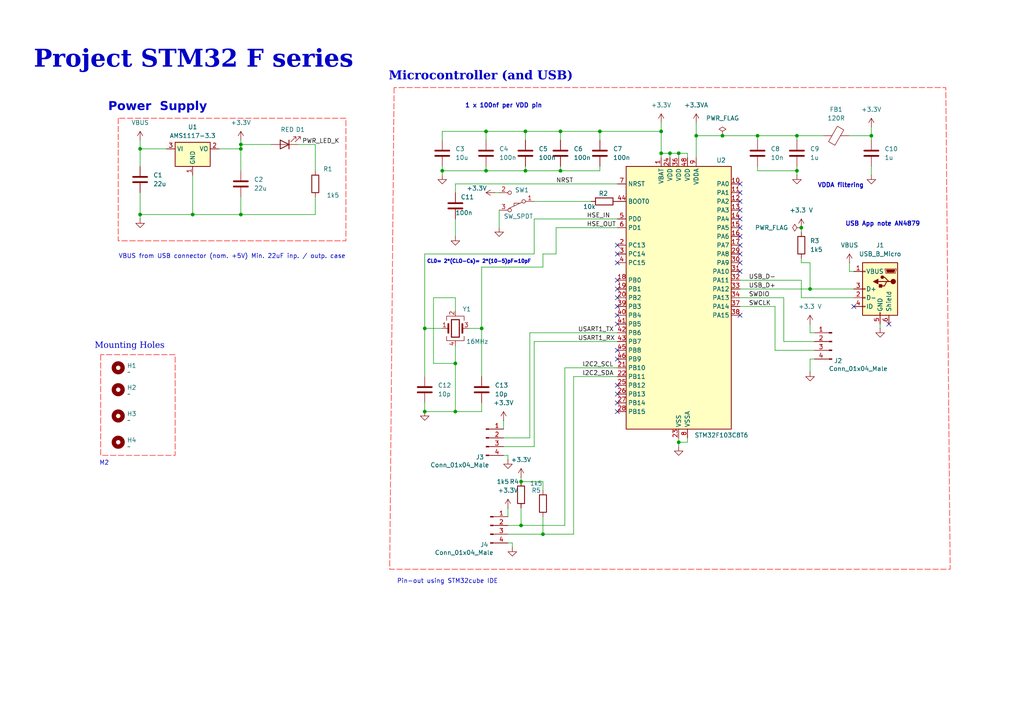
<source format=kicad_sch>
(kicad_sch
	(version 20250114)
	(generator "eeschema")
	(generator_version "9.0")
	(uuid "a8f4cec6-8286-421d-a94d-4a47bc5f552c")
	(paper "A4")
	(title_block
		(title "STMF32 Project")
		(date "2025-09-12")
		(rev "0.1")
		(company "KD Control System")
	)
	(lib_symbols
		(symbol "Connector:Conn_01x04_Pin"
			(pin_names
				(offset 1.016)
				(hide yes)
			)
			(exclude_from_sim no)
			(in_bom yes)
			(on_board yes)
			(property "Reference" "J"
				(at 0 5.08 0)
				(effects
					(font
						(size 1.27 1.27)
					)
				)
			)
			(property "Value" "Conn_01x04_Pin"
				(at 0 -7.62 0)
				(effects
					(font
						(size 1.27 1.27)
					)
				)
			)
			(property "Footprint" ""
				(at 0 0 0)
				(effects
					(font
						(size 1.27 1.27)
					)
					(hide yes)
				)
			)
			(property "Datasheet" "~"
				(at 0 0 0)
				(effects
					(font
						(size 1.27 1.27)
					)
					(hide yes)
				)
			)
			(property "Description" "Generic connector, single row, 01x04, script generated"
				(at 0 0 0)
				(effects
					(font
						(size 1.27 1.27)
					)
					(hide yes)
				)
			)
			(property "ki_locked" ""
				(at 0 0 0)
				(effects
					(font
						(size 1.27 1.27)
					)
				)
			)
			(property "ki_keywords" "connector"
				(at 0 0 0)
				(effects
					(font
						(size 1.27 1.27)
					)
					(hide yes)
				)
			)
			(property "ki_fp_filters" "Connector*:*_1x??_*"
				(at 0 0 0)
				(effects
					(font
						(size 1.27 1.27)
					)
					(hide yes)
				)
			)
			(symbol "Conn_01x04_Pin_1_1"
				(rectangle
					(start 0.8636 2.667)
					(end 0 2.413)
					(stroke
						(width 0.1524)
						(type default)
					)
					(fill
						(type outline)
					)
				)
				(rectangle
					(start 0.8636 0.127)
					(end 0 -0.127)
					(stroke
						(width 0.1524)
						(type default)
					)
					(fill
						(type outline)
					)
				)
				(rectangle
					(start 0.8636 -2.413)
					(end 0 -2.667)
					(stroke
						(width 0.1524)
						(type default)
					)
					(fill
						(type outline)
					)
				)
				(rectangle
					(start 0.8636 -4.953)
					(end 0 -5.207)
					(stroke
						(width 0.1524)
						(type default)
					)
					(fill
						(type outline)
					)
				)
				(polyline
					(pts
						(xy 1.27 2.54) (xy 0.8636 2.54)
					)
					(stroke
						(width 0.1524)
						(type default)
					)
					(fill
						(type none)
					)
				)
				(polyline
					(pts
						(xy 1.27 0) (xy 0.8636 0)
					)
					(stroke
						(width 0.1524)
						(type default)
					)
					(fill
						(type none)
					)
				)
				(polyline
					(pts
						(xy 1.27 -2.54) (xy 0.8636 -2.54)
					)
					(stroke
						(width 0.1524)
						(type default)
					)
					(fill
						(type none)
					)
				)
				(polyline
					(pts
						(xy 1.27 -5.08) (xy 0.8636 -5.08)
					)
					(stroke
						(width 0.1524)
						(type default)
					)
					(fill
						(type none)
					)
				)
				(pin passive line
					(at 5.08 2.54 180)
					(length 3.81)
					(name "Pin_1"
						(effects
							(font
								(size 1.27 1.27)
							)
						)
					)
					(number "1"
						(effects
							(font
								(size 1.27 1.27)
							)
						)
					)
				)
				(pin passive line
					(at 5.08 0 180)
					(length 3.81)
					(name "Pin_2"
						(effects
							(font
								(size 1.27 1.27)
							)
						)
					)
					(number "2"
						(effects
							(font
								(size 1.27 1.27)
							)
						)
					)
				)
				(pin passive line
					(at 5.08 -2.54 180)
					(length 3.81)
					(name "Pin_3"
						(effects
							(font
								(size 1.27 1.27)
							)
						)
					)
					(number "3"
						(effects
							(font
								(size 1.27 1.27)
							)
						)
					)
				)
				(pin passive line
					(at 5.08 -5.08 180)
					(length 3.81)
					(name "Pin_4"
						(effects
							(font
								(size 1.27 1.27)
							)
						)
					)
					(number "4"
						(effects
							(font
								(size 1.27 1.27)
							)
						)
					)
				)
			)
			(embedded_fonts no)
		)
		(symbol "Connector:USB_B_Micro"
			(pin_names
				(offset 1.016)
			)
			(exclude_from_sim no)
			(in_bom yes)
			(on_board yes)
			(property "Reference" "J"
				(at -5.08 11.43 0)
				(effects
					(font
						(size 1.27 1.27)
					)
					(justify left)
				)
			)
			(property "Value" "USB_B_Micro"
				(at -5.08 8.89 0)
				(effects
					(font
						(size 1.27 1.27)
					)
					(justify left)
				)
			)
			(property "Footprint" ""
				(at 3.81 -1.27 0)
				(effects
					(font
						(size 1.27 1.27)
					)
					(hide yes)
				)
			)
			(property "Datasheet" "~"
				(at 3.81 -1.27 0)
				(effects
					(font
						(size 1.27 1.27)
					)
					(hide yes)
				)
			)
			(property "Description" "USB Micro Type B connector"
				(at 0 0 0)
				(effects
					(font
						(size 1.27 1.27)
					)
					(hide yes)
				)
			)
			(property "ki_keywords" "connector USB micro"
				(at 0 0 0)
				(effects
					(font
						(size 1.27 1.27)
					)
					(hide yes)
				)
			)
			(property "ki_fp_filters" "USB*Micro*B*"
				(at 0 0 0)
				(effects
					(font
						(size 1.27 1.27)
					)
					(hide yes)
				)
			)
			(symbol "USB_B_Micro_0_1"
				(rectangle
					(start -5.08 -7.62)
					(end 5.08 7.62)
					(stroke
						(width 0.254)
						(type default)
					)
					(fill
						(type background)
					)
				)
				(polyline
					(pts
						(xy -4.699 5.842) (xy -4.699 5.588) (xy -4.445 4.826) (xy -4.445 4.572) (xy -1.651 4.572) (xy -1.651 4.826)
						(xy -1.397 5.588) (xy -1.397 5.842) (xy -4.699 5.842)
					)
					(stroke
						(width 0)
						(type default)
					)
					(fill
						(type none)
					)
				)
				(polyline
					(pts
						(xy -4.318 5.588) (xy -1.778 5.588) (xy -2.032 4.826) (xy -4.064 4.826) (xy -4.318 5.588)
					)
					(stroke
						(width 0)
						(type default)
					)
					(fill
						(type outline)
					)
				)
				(circle
					(center -3.81 2.159)
					(radius 0.635)
					(stroke
						(width 0.254)
						(type default)
					)
					(fill
						(type outline)
					)
				)
				(polyline
					(pts
						(xy -3.175 2.159) (xy -2.54 2.159) (xy -1.27 3.429) (xy -0.635 3.429)
					)
					(stroke
						(width 0.254)
						(type default)
					)
					(fill
						(type none)
					)
				)
				(polyline
					(pts
						(xy -2.54 2.159) (xy -1.905 2.159) (xy -1.27 0.889) (xy 0 0.889)
					)
					(stroke
						(width 0.254)
						(type default)
					)
					(fill
						(type none)
					)
				)
				(polyline
					(pts
						(xy -1.905 2.159) (xy 0.635 2.159)
					)
					(stroke
						(width 0.254)
						(type default)
					)
					(fill
						(type none)
					)
				)
				(circle
					(center -0.635 3.429)
					(radius 0.381)
					(stroke
						(width 0.254)
						(type default)
					)
					(fill
						(type outline)
					)
				)
				(rectangle
					(start -0.127 -7.62)
					(end 0.127 -6.858)
					(stroke
						(width 0)
						(type default)
					)
					(fill
						(type none)
					)
				)
				(rectangle
					(start 0.254 1.27)
					(end -0.508 0.508)
					(stroke
						(width 0.254)
						(type default)
					)
					(fill
						(type outline)
					)
				)
				(polyline
					(pts
						(xy 0.635 2.794) (xy 0.635 1.524) (xy 1.905 2.159) (xy 0.635 2.794)
					)
					(stroke
						(width 0.254)
						(type default)
					)
					(fill
						(type outline)
					)
				)
				(rectangle
					(start 5.08 4.953)
					(end 4.318 5.207)
					(stroke
						(width 0)
						(type default)
					)
					(fill
						(type none)
					)
				)
				(rectangle
					(start 5.08 -0.127)
					(end 4.318 0.127)
					(stroke
						(width 0)
						(type default)
					)
					(fill
						(type none)
					)
				)
				(rectangle
					(start 5.08 -2.667)
					(end 4.318 -2.413)
					(stroke
						(width 0)
						(type default)
					)
					(fill
						(type none)
					)
				)
				(rectangle
					(start 5.08 -5.207)
					(end 4.318 -4.953)
					(stroke
						(width 0)
						(type default)
					)
					(fill
						(type none)
					)
				)
			)
			(symbol "USB_B_Micro_1_1"
				(pin passive line
					(at -2.54 -10.16 90)
					(length 2.54)
					(name "Shield"
						(effects
							(font
								(size 1.27 1.27)
							)
						)
					)
					(number "6"
						(effects
							(font
								(size 1.27 1.27)
							)
						)
					)
				)
				(pin power_out line
					(at 0 -10.16 90)
					(length 2.54)
					(name "GND"
						(effects
							(font
								(size 1.27 1.27)
							)
						)
					)
					(number "5"
						(effects
							(font
								(size 1.27 1.27)
							)
						)
					)
				)
				(pin power_out line
					(at 7.62 5.08 180)
					(length 2.54)
					(name "VBUS"
						(effects
							(font
								(size 1.27 1.27)
							)
						)
					)
					(number "1"
						(effects
							(font
								(size 1.27 1.27)
							)
						)
					)
				)
				(pin bidirectional line
					(at 7.62 0 180)
					(length 2.54)
					(name "D+"
						(effects
							(font
								(size 1.27 1.27)
							)
						)
					)
					(number "3"
						(effects
							(font
								(size 1.27 1.27)
							)
						)
					)
				)
				(pin bidirectional line
					(at 7.62 -2.54 180)
					(length 2.54)
					(name "D-"
						(effects
							(font
								(size 1.27 1.27)
							)
						)
					)
					(number "2"
						(effects
							(font
								(size 1.27 1.27)
							)
						)
					)
				)
				(pin passive line
					(at 7.62 -5.08 180)
					(length 2.54)
					(name "ID"
						(effects
							(font
								(size 1.27 1.27)
							)
						)
					)
					(number "4"
						(effects
							(font
								(size 1.27 1.27)
							)
						)
					)
				)
			)
			(embedded_fonts no)
		)
		(symbol "Device:C"
			(pin_numbers
				(hide yes)
			)
			(pin_names
				(offset 0.254)
			)
			(exclude_from_sim no)
			(in_bom yes)
			(on_board yes)
			(property "Reference" "C"
				(at 0.635 2.54 0)
				(effects
					(font
						(size 1.27 1.27)
					)
					(justify left)
				)
			)
			(property "Value" "C"
				(at 0.635 -2.54 0)
				(effects
					(font
						(size 1.27 1.27)
					)
					(justify left)
				)
			)
			(property "Footprint" ""
				(at 0.9652 -3.81 0)
				(effects
					(font
						(size 1.27 1.27)
					)
					(hide yes)
				)
			)
			(property "Datasheet" "~"
				(at 0 0 0)
				(effects
					(font
						(size 1.27 1.27)
					)
					(hide yes)
				)
			)
			(property "Description" "Unpolarized capacitor"
				(at 0 0 0)
				(effects
					(font
						(size 1.27 1.27)
					)
					(hide yes)
				)
			)
			(property "ki_keywords" "cap capacitor"
				(at 0 0 0)
				(effects
					(font
						(size 1.27 1.27)
					)
					(hide yes)
				)
			)
			(property "ki_fp_filters" "C_*"
				(at 0 0 0)
				(effects
					(font
						(size 1.27 1.27)
					)
					(hide yes)
				)
			)
			(symbol "C_0_1"
				(polyline
					(pts
						(xy -2.032 0.762) (xy 2.032 0.762)
					)
					(stroke
						(width 0.508)
						(type default)
					)
					(fill
						(type none)
					)
				)
				(polyline
					(pts
						(xy -2.032 -0.762) (xy 2.032 -0.762)
					)
					(stroke
						(width 0.508)
						(type default)
					)
					(fill
						(type none)
					)
				)
			)
			(symbol "C_1_1"
				(pin passive line
					(at 0 3.81 270)
					(length 2.794)
					(name "~"
						(effects
							(font
								(size 1.27 1.27)
							)
						)
					)
					(number "1"
						(effects
							(font
								(size 1.27 1.27)
							)
						)
					)
				)
				(pin passive line
					(at 0 -3.81 90)
					(length 2.794)
					(name "~"
						(effects
							(font
								(size 1.27 1.27)
							)
						)
					)
					(number "2"
						(effects
							(font
								(size 1.27 1.27)
							)
						)
					)
				)
			)
			(embedded_fonts no)
		)
		(symbol "Device:Crystal_GND24"
			(pin_names
				(offset 1.016)
				(hide yes)
			)
			(exclude_from_sim no)
			(in_bom yes)
			(on_board yes)
			(property "Reference" "Y"
				(at 3.175 5.08 0)
				(effects
					(font
						(size 1.27 1.27)
					)
					(justify left)
				)
			)
			(property "Value" "Crystal_GND24"
				(at 3.175 3.175 0)
				(effects
					(font
						(size 1.27 1.27)
					)
					(justify left)
				)
			)
			(property "Footprint" ""
				(at 0 0 0)
				(effects
					(font
						(size 1.27 1.27)
					)
					(hide yes)
				)
			)
			(property "Datasheet" "~"
				(at 0 0 0)
				(effects
					(font
						(size 1.27 1.27)
					)
					(hide yes)
				)
			)
			(property "Description" "Four pin crystal, GND on pins 2 and 4"
				(at 0 0 0)
				(effects
					(font
						(size 1.27 1.27)
					)
					(hide yes)
				)
			)
			(property "ki_keywords" "quartz ceramic resonator oscillator"
				(at 0 0 0)
				(effects
					(font
						(size 1.27 1.27)
					)
					(hide yes)
				)
			)
			(property "ki_fp_filters" "Crystal*"
				(at 0 0 0)
				(effects
					(font
						(size 1.27 1.27)
					)
					(hide yes)
				)
			)
			(symbol "Crystal_GND24_0_1"
				(polyline
					(pts
						(xy -2.54 2.286) (xy -2.54 3.556) (xy 2.54 3.556) (xy 2.54 2.286)
					)
					(stroke
						(width 0)
						(type default)
					)
					(fill
						(type none)
					)
				)
				(polyline
					(pts
						(xy -2.54 0) (xy -2.032 0)
					)
					(stroke
						(width 0)
						(type default)
					)
					(fill
						(type none)
					)
				)
				(polyline
					(pts
						(xy -2.54 -2.286) (xy -2.54 -3.556) (xy 2.54 -3.556) (xy 2.54 -2.286)
					)
					(stroke
						(width 0)
						(type default)
					)
					(fill
						(type none)
					)
				)
				(polyline
					(pts
						(xy -2.032 -1.27) (xy -2.032 1.27)
					)
					(stroke
						(width 0.508)
						(type default)
					)
					(fill
						(type none)
					)
				)
				(rectangle
					(start -1.143 2.54)
					(end 1.143 -2.54)
					(stroke
						(width 0.3048)
						(type default)
					)
					(fill
						(type none)
					)
				)
				(polyline
					(pts
						(xy 0 3.556) (xy 0 3.81)
					)
					(stroke
						(width 0)
						(type default)
					)
					(fill
						(type none)
					)
				)
				(polyline
					(pts
						(xy 0 -3.81) (xy 0 -3.556)
					)
					(stroke
						(width 0)
						(type default)
					)
					(fill
						(type none)
					)
				)
				(polyline
					(pts
						(xy 2.032 0) (xy 2.54 0)
					)
					(stroke
						(width 0)
						(type default)
					)
					(fill
						(type none)
					)
				)
				(polyline
					(pts
						(xy 2.032 -1.27) (xy 2.032 1.27)
					)
					(stroke
						(width 0.508)
						(type default)
					)
					(fill
						(type none)
					)
				)
			)
			(symbol "Crystal_GND24_1_1"
				(pin passive line
					(at -3.81 0 0)
					(length 1.27)
					(name "1"
						(effects
							(font
								(size 1.27 1.27)
							)
						)
					)
					(number "1"
						(effects
							(font
								(size 1.27 1.27)
							)
						)
					)
				)
				(pin passive line
					(at 0 5.08 270)
					(length 1.27)
					(name "2"
						(effects
							(font
								(size 1.27 1.27)
							)
						)
					)
					(number "2"
						(effects
							(font
								(size 1.27 1.27)
							)
						)
					)
				)
				(pin passive line
					(at 0 -5.08 90)
					(length 1.27)
					(name "4"
						(effects
							(font
								(size 1.27 1.27)
							)
						)
					)
					(number "4"
						(effects
							(font
								(size 1.27 1.27)
							)
						)
					)
				)
				(pin passive line
					(at 3.81 0 180)
					(length 1.27)
					(name "3"
						(effects
							(font
								(size 1.27 1.27)
							)
						)
					)
					(number "3"
						(effects
							(font
								(size 1.27 1.27)
							)
						)
					)
				)
			)
			(embedded_fonts no)
		)
		(symbol "Device:FerriteBead"
			(pin_numbers
				(hide yes)
			)
			(pin_names
				(offset 0)
			)
			(exclude_from_sim no)
			(in_bom yes)
			(on_board yes)
			(property "Reference" "FB"
				(at -3.81 0.635 90)
				(effects
					(font
						(size 1.27 1.27)
					)
				)
			)
			(property "Value" "FerriteBead"
				(at 3.81 0 90)
				(effects
					(font
						(size 1.27 1.27)
					)
				)
			)
			(property "Footprint" ""
				(at -1.778 0 90)
				(effects
					(font
						(size 1.27 1.27)
					)
					(hide yes)
				)
			)
			(property "Datasheet" "~"
				(at 0 0 0)
				(effects
					(font
						(size 1.27 1.27)
					)
					(hide yes)
				)
			)
			(property "Description" "Ferrite bead"
				(at 0 0 0)
				(effects
					(font
						(size 1.27 1.27)
					)
					(hide yes)
				)
			)
			(property "ki_keywords" "L ferrite bead inductor filter"
				(at 0 0 0)
				(effects
					(font
						(size 1.27 1.27)
					)
					(hide yes)
				)
			)
			(property "ki_fp_filters" "Inductor_* L_* *Ferrite*"
				(at 0 0 0)
				(effects
					(font
						(size 1.27 1.27)
					)
					(hide yes)
				)
			)
			(symbol "FerriteBead_0_1"
				(polyline
					(pts
						(xy -2.7686 0.4064) (xy -1.7018 2.2606) (xy 2.7686 -0.3048) (xy 1.6764 -2.159) (xy -2.7686 0.4064)
					)
					(stroke
						(width 0)
						(type default)
					)
					(fill
						(type none)
					)
				)
				(polyline
					(pts
						(xy 0 1.27) (xy 0 1.2954)
					)
					(stroke
						(width 0)
						(type default)
					)
					(fill
						(type none)
					)
				)
				(polyline
					(pts
						(xy 0 -1.27) (xy 0 -1.2192)
					)
					(stroke
						(width 0)
						(type default)
					)
					(fill
						(type none)
					)
				)
			)
			(symbol "FerriteBead_1_1"
				(pin passive line
					(at 0 3.81 270)
					(length 2.54)
					(name "~"
						(effects
							(font
								(size 1.27 1.27)
							)
						)
					)
					(number "1"
						(effects
							(font
								(size 1.27 1.27)
							)
						)
					)
				)
				(pin passive line
					(at 0 -3.81 90)
					(length 2.54)
					(name "~"
						(effects
							(font
								(size 1.27 1.27)
							)
						)
					)
					(number "2"
						(effects
							(font
								(size 1.27 1.27)
							)
						)
					)
				)
			)
			(embedded_fonts no)
		)
		(symbol "Device:LED"
			(pin_numbers
				(hide yes)
			)
			(pin_names
				(offset 1.016)
				(hide yes)
			)
			(exclude_from_sim no)
			(in_bom yes)
			(on_board yes)
			(property "Reference" "D"
				(at 0 2.54 0)
				(effects
					(font
						(size 1.27 1.27)
					)
				)
			)
			(property "Value" "LED"
				(at 0 -2.54 0)
				(effects
					(font
						(size 1.27 1.27)
					)
				)
			)
			(property "Footprint" ""
				(at 0 0 0)
				(effects
					(font
						(size 1.27 1.27)
					)
					(hide yes)
				)
			)
			(property "Datasheet" "~"
				(at 0 0 0)
				(effects
					(font
						(size 1.27 1.27)
					)
					(hide yes)
				)
			)
			(property "Description" "Light emitting diode"
				(at 0 0 0)
				(effects
					(font
						(size 1.27 1.27)
					)
					(hide yes)
				)
			)
			(property "Sim.Pins" "1=K 2=A"
				(at 0 0 0)
				(effects
					(font
						(size 1.27 1.27)
					)
					(hide yes)
				)
			)
			(property "ki_keywords" "LED diode"
				(at 0 0 0)
				(effects
					(font
						(size 1.27 1.27)
					)
					(hide yes)
				)
			)
			(property "ki_fp_filters" "LED* LED_SMD:* LED_THT:*"
				(at 0 0 0)
				(effects
					(font
						(size 1.27 1.27)
					)
					(hide yes)
				)
			)
			(symbol "LED_0_1"
				(polyline
					(pts
						(xy -3.048 -0.762) (xy -4.572 -2.286) (xy -3.81 -2.286) (xy -4.572 -2.286) (xy -4.572 -1.524)
					)
					(stroke
						(width 0)
						(type default)
					)
					(fill
						(type none)
					)
				)
				(polyline
					(pts
						(xy -1.778 -0.762) (xy -3.302 -2.286) (xy -2.54 -2.286) (xy -3.302 -2.286) (xy -3.302 -1.524)
					)
					(stroke
						(width 0)
						(type default)
					)
					(fill
						(type none)
					)
				)
				(polyline
					(pts
						(xy -1.27 0) (xy 1.27 0)
					)
					(stroke
						(width 0)
						(type default)
					)
					(fill
						(type none)
					)
				)
				(polyline
					(pts
						(xy -1.27 -1.27) (xy -1.27 1.27)
					)
					(stroke
						(width 0.254)
						(type default)
					)
					(fill
						(type none)
					)
				)
				(polyline
					(pts
						(xy 1.27 -1.27) (xy 1.27 1.27) (xy -1.27 0) (xy 1.27 -1.27)
					)
					(stroke
						(width 0.254)
						(type default)
					)
					(fill
						(type none)
					)
				)
			)
			(symbol "LED_1_1"
				(pin passive line
					(at -3.81 0 0)
					(length 2.54)
					(name "K"
						(effects
							(font
								(size 1.27 1.27)
							)
						)
					)
					(number "1"
						(effects
							(font
								(size 1.27 1.27)
							)
						)
					)
				)
				(pin passive line
					(at 3.81 0 180)
					(length 2.54)
					(name "A"
						(effects
							(font
								(size 1.27 1.27)
							)
						)
					)
					(number "2"
						(effects
							(font
								(size 1.27 1.27)
							)
						)
					)
				)
			)
			(embedded_fonts no)
		)
		(symbol "Device:R"
			(pin_numbers
				(hide yes)
			)
			(pin_names
				(offset 0)
			)
			(exclude_from_sim no)
			(in_bom yes)
			(on_board yes)
			(property "Reference" "R"
				(at 2.032 0 90)
				(effects
					(font
						(size 1.27 1.27)
					)
				)
			)
			(property "Value" "R"
				(at 0 0 90)
				(effects
					(font
						(size 1.27 1.27)
					)
				)
			)
			(property "Footprint" ""
				(at -1.778 0 90)
				(effects
					(font
						(size 1.27 1.27)
					)
					(hide yes)
				)
			)
			(property "Datasheet" "~"
				(at 0 0 0)
				(effects
					(font
						(size 1.27 1.27)
					)
					(hide yes)
				)
			)
			(property "Description" "Resistor"
				(at 0 0 0)
				(effects
					(font
						(size 1.27 1.27)
					)
					(hide yes)
				)
			)
			(property "ki_keywords" "R res resistor"
				(at 0 0 0)
				(effects
					(font
						(size 1.27 1.27)
					)
					(hide yes)
				)
			)
			(property "ki_fp_filters" "R_*"
				(at 0 0 0)
				(effects
					(font
						(size 1.27 1.27)
					)
					(hide yes)
				)
			)
			(symbol "R_0_1"
				(rectangle
					(start -1.016 -2.54)
					(end 1.016 2.54)
					(stroke
						(width 0.254)
						(type default)
					)
					(fill
						(type none)
					)
				)
			)
			(symbol "R_1_1"
				(pin passive line
					(at 0 3.81 270)
					(length 1.27)
					(name "~"
						(effects
							(font
								(size 1.27 1.27)
							)
						)
					)
					(number "1"
						(effects
							(font
								(size 1.27 1.27)
							)
						)
					)
				)
				(pin passive line
					(at 0 -3.81 90)
					(length 1.27)
					(name "~"
						(effects
							(font
								(size 1.27 1.27)
							)
						)
					)
					(number "2"
						(effects
							(font
								(size 1.27 1.27)
							)
						)
					)
				)
			)
			(embedded_fonts no)
		)
		(symbol "MCU_ST_STM32F1:STM32F103C8Tx"
			(exclude_from_sim no)
			(in_bom yes)
			(on_board yes)
			(property "Reference" "U"
				(at -15.24 39.37 0)
				(effects
					(font
						(size 1.27 1.27)
					)
					(justify left)
				)
			)
			(property "Value" "STM32F103C8Tx"
				(at 7.62 39.37 0)
				(effects
					(font
						(size 1.27 1.27)
					)
					(justify left)
				)
			)
			(property "Footprint" "Package_QFP:LQFP-48_7x7mm_P0.5mm"
				(at -15.24 -38.1 0)
				(effects
					(font
						(size 1.27 1.27)
					)
					(justify right)
					(hide yes)
				)
			)
			(property "Datasheet" "https://www.st.com/resource/en/datasheet/stm32f103c8.pdf"
				(at 0 0 0)
				(effects
					(font
						(size 1.27 1.27)
					)
					(hide yes)
				)
			)
			(property "Description" "STMicroelectronics Arm Cortex-M3 MCU, 64KB flash, 20KB RAM, 72 MHz, 2.0-3.6V, 37 GPIO, LQFP48"
				(at 0 0 0)
				(effects
					(font
						(size 1.27 1.27)
					)
					(hide yes)
				)
			)
			(property "ki_keywords" "Arm Cortex-M3 STM32F1 STM32F103"
				(at 0 0 0)
				(effects
					(font
						(size 1.27 1.27)
					)
					(hide yes)
				)
			)
			(property "ki_fp_filters" "LQFP*7x7mm*P0.5mm*"
				(at 0 0 0)
				(effects
					(font
						(size 1.27 1.27)
					)
					(hide yes)
				)
			)
			(symbol "STM32F103C8Tx_0_1"
				(rectangle
					(start -15.24 -38.1)
					(end 15.24 38.1)
					(stroke
						(width 0.254)
						(type default)
					)
					(fill
						(type background)
					)
				)
			)
			(symbol "STM32F103C8Tx_1_1"
				(pin input line
					(at -17.78 33.02 0)
					(length 2.54)
					(name "NRST"
						(effects
							(font
								(size 1.27 1.27)
							)
						)
					)
					(number "7"
						(effects
							(font
								(size 1.27 1.27)
							)
						)
					)
				)
				(pin input line
					(at -17.78 27.94 0)
					(length 2.54)
					(name "BOOT0"
						(effects
							(font
								(size 1.27 1.27)
							)
						)
					)
					(number "44"
						(effects
							(font
								(size 1.27 1.27)
							)
						)
					)
				)
				(pin bidirectional line
					(at -17.78 22.86 0)
					(length 2.54)
					(name "PD0"
						(effects
							(font
								(size 1.27 1.27)
							)
						)
					)
					(number "5"
						(effects
							(font
								(size 1.27 1.27)
							)
						)
					)
					(alternate "RCC_OSC_IN" bidirectional line)
				)
				(pin bidirectional line
					(at -17.78 20.32 0)
					(length 2.54)
					(name "PD1"
						(effects
							(font
								(size 1.27 1.27)
							)
						)
					)
					(number "6"
						(effects
							(font
								(size 1.27 1.27)
							)
						)
					)
					(alternate "RCC_OSC_OUT" bidirectional line)
				)
				(pin bidirectional line
					(at -17.78 15.24 0)
					(length 2.54)
					(name "PC13"
						(effects
							(font
								(size 1.27 1.27)
							)
						)
					)
					(number "2"
						(effects
							(font
								(size 1.27 1.27)
							)
						)
					)
					(alternate "RTC_OUT" bidirectional line)
					(alternate "RTC_TAMPER" bidirectional line)
				)
				(pin bidirectional line
					(at -17.78 12.7 0)
					(length 2.54)
					(name "PC14"
						(effects
							(font
								(size 1.27 1.27)
							)
						)
					)
					(number "3"
						(effects
							(font
								(size 1.27 1.27)
							)
						)
					)
					(alternate "RCC_OSC32_IN" bidirectional line)
				)
				(pin bidirectional line
					(at -17.78 10.16 0)
					(length 2.54)
					(name "PC15"
						(effects
							(font
								(size 1.27 1.27)
							)
						)
					)
					(number "4"
						(effects
							(font
								(size 1.27 1.27)
							)
						)
					)
					(alternate "ADC1_EXTI15" bidirectional line)
					(alternate "ADC2_EXTI15" bidirectional line)
					(alternate "RCC_OSC32_OUT" bidirectional line)
				)
				(pin bidirectional line
					(at -17.78 5.08 0)
					(length 2.54)
					(name "PB0"
						(effects
							(font
								(size 1.27 1.27)
							)
						)
					)
					(number "18"
						(effects
							(font
								(size 1.27 1.27)
							)
						)
					)
					(alternate "ADC1_IN8" bidirectional line)
					(alternate "ADC2_IN8" bidirectional line)
					(alternate "TIM1_CH2N" bidirectional line)
					(alternate "TIM3_CH3" bidirectional line)
				)
				(pin bidirectional line
					(at -17.78 2.54 0)
					(length 2.54)
					(name "PB1"
						(effects
							(font
								(size 1.27 1.27)
							)
						)
					)
					(number "19"
						(effects
							(font
								(size 1.27 1.27)
							)
						)
					)
					(alternate "ADC1_IN9" bidirectional line)
					(alternate "ADC2_IN9" bidirectional line)
					(alternate "TIM1_CH3N" bidirectional line)
					(alternate "TIM3_CH4" bidirectional line)
				)
				(pin bidirectional line
					(at -17.78 0 0)
					(length 2.54)
					(name "PB2"
						(effects
							(font
								(size 1.27 1.27)
							)
						)
					)
					(number "20"
						(effects
							(font
								(size 1.27 1.27)
							)
						)
					)
				)
				(pin bidirectional line
					(at -17.78 -2.54 0)
					(length 2.54)
					(name "PB3"
						(effects
							(font
								(size 1.27 1.27)
							)
						)
					)
					(number "39"
						(effects
							(font
								(size 1.27 1.27)
							)
						)
					)
					(alternate "SPI1_SCK" bidirectional line)
					(alternate "SYS_JTDO-TRACESWO" bidirectional line)
					(alternate "TIM2_CH2" bidirectional line)
				)
				(pin bidirectional line
					(at -17.78 -5.08 0)
					(length 2.54)
					(name "PB4"
						(effects
							(font
								(size 1.27 1.27)
							)
						)
					)
					(number "40"
						(effects
							(font
								(size 1.27 1.27)
							)
						)
					)
					(alternate "SPI1_MISO" bidirectional line)
					(alternate "SYS_NJTRST" bidirectional line)
					(alternate "TIM3_CH1" bidirectional line)
				)
				(pin bidirectional line
					(at -17.78 -7.62 0)
					(length 2.54)
					(name "PB5"
						(effects
							(font
								(size 1.27 1.27)
							)
						)
					)
					(number "41"
						(effects
							(font
								(size 1.27 1.27)
							)
						)
					)
					(alternate "I2C1_SMBA" bidirectional line)
					(alternate "SPI1_MOSI" bidirectional line)
					(alternate "TIM3_CH2" bidirectional line)
				)
				(pin bidirectional line
					(at -17.78 -10.16 0)
					(length 2.54)
					(name "PB6"
						(effects
							(font
								(size 1.27 1.27)
							)
						)
					)
					(number "42"
						(effects
							(font
								(size 1.27 1.27)
							)
						)
					)
					(alternate "I2C1_SCL" bidirectional line)
					(alternate "TIM4_CH1" bidirectional line)
					(alternate "USART1_TX" bidirectional line)
				)
				(pin bidirectional line
					(at -17.78 -12.7 0)
					(length 2.54)
					(name "PB7"
						(effects
							(font
								(size 1.27 1.27)
							)
						)
					)
					(number "43"
						(effects
							(font
								(size 1.27 1.27)
							)
						)
					)
					(alternate "I2C1_SDA" bidirectional line)
					(alternate "TIM4_CH2" bidirectional line)
					(alternate "USART1_RX" bidirectional line)
				)
				(pin bidirectional line
					(at -17.78 -15.24 0)
					(length 2.54)
					(name "PB8"
						(effects
							(font
								(size 1.27 1.27)
							)
						)
					)
					(number "45"
						(effects
							(font
								(size 1.27 1.27)
							)
						)
					)
					(alternate "CAN_RX" bidirectional line)
					(alternate "I2C1_SCL" bidirectional line)
					(alternate "TIM4_CH3" bidirectional line)
				)
				(pin bidirectional line
					(at -17.78 -17.78 0)
					(length 2.54)
					(name "PB9"
						(effects
							(font
								(size 1.27 1.27)
							)
						)
					)
					(number "46"
						(effects
							(font
								(size 1.27 1.27)
							)
						)
					)
					(alternate "CAN_TX" bidirectional line)
					(alternate "I2C1_SDA" bidirectional line)
					(alternate "TIM4_CH4" bidirectional line)
				)
				(pin bidirectional line
					(at -17.78 -20.32 0)
					(length 2.54)
					(name "PB10"
						(effects
							(font
								(size 1.27 1.27)
							)
						)
					)
					(number "21"
						(effects
							(font
								(size 1.27 1.27)
							)
						)
					)
					(alternate "I2C2_SCL" bidirectional line)
					(alternate "TIM2_CH3" bidirectional line)
					(alternate "USART3_TX" bidirectional line)
				)
				(pin bidirectional line
					(at -17.78 -22.86 0)
					(length 2.54)
					(name "PB11"
						(effects
							(font
								(size 1.27 1.27)
							)
						)
					)
					(number "22"
						(effects
							(font
								(size 1.27 1.27)
							)
						)
					)
					(alternate "ADC1_EXTI11" bidirectional line)
					(alternate "ADC2_EXTI11" bidirectional line)
					(alternate "I2C2_SDA" bidirectional line)
					(alternate "TIM2_CH4" bidirectional line)
					(alternate "USART3_RX" bidirectional line)
				)
				(pin bidirectional line
					(at -17.78 -25.4 0)
					(length 2.54)
					(name "PB12"
						(effects
							(font
								(size 1.27 1.27)
							)
						)
					)
					(number "25"
						(effects
							(font
								(size 1.27 1.27)
							)
						)
					)
					(alternate "I2C2_SMBA" bidirectional line)
					(alternate "SPI2_NSS" bidirectional line)
					(alternate "TIM1_BKIN" bidirectional line)
					(alternate "USART3_CK" bidirectional line)
				)
				(pin bidirectional line
					(at -17.78 -27.94 0)
					(length 2.54)
					(name "PB13"
						(effects
							(font
								(size 1.27 1.27)
							)
						)
					)
					(number "26"
						(effects
							(font
								(size 1.27 1.27)
							)
						)
					)
					(alternate "SPI2_SCK" bidirectional line)
					(alternate "TIM1_CH1N" bidirectional line)
					(alternate "USART3_CTS" bidirectional line)
				)
				(pin bidirectional line
					(at -17.78 -30.48 0)
					(length 2.54)
					(name "PB14"
						(effects
							(font
								(size 1.27 1.27)
							)
						)
					)
					(number "27"
						(effects
							(font
								(size 1.27 1.27)
							)
						)
					)
					(alternate "SPI2_MISO" bidirectional line)
					(alternate "TIM1_CH2N" bidirectional line)
					(alternate "USART3_RTS" bidirectional line)
				)
				(pin bidirectional line
					(at -17.78 -33.02 0)
					(length 2.54)
					(name "PB15"
						(effects
							(font
								(size 1.27 1.27)
							)
						)
					)
					(number "28"
						(effects
							(font
								(size 1.27 1.27)
							)
						)
					)
					(alternate "ADC1_EXTI15" bidirectional line)
					(alternate "ADC2_EXTI15" bidirectional line)
					(alternate "SPI2_MOSI" bidirectional line)
					(alternate "TIM1_CH3N" bidirectional line)
				)
				(pin power_in line
					(at -5.08 40.64 270)
					(length 2.54)
					(name "VBAT"
						(effects
							(font
								(size 1.27 1.27)
							)
						)
					)
					(number "1"
						(effects
							(font
								(size 1.27 1.27)
							)
						)
					)
				)
				(pin power_in line
					(at -2.54 40.64 270)
					(length 2.54)
					(name "VDD"
						(effects
							(font
								(size 1.27 1.27)
							)
						)
					)
					(number "24"
						(effects
							(font
								(size 1.27 1.27)
							)
						)
					)
				)
				(pin power_in line
					(at 0 40.64 270)
					(length 2.54)
					(name "VDD"
						(effects
							(font
								(size 1.27 1.27)
							)
						)
					)
					(number "36"
						(effects
							(font
								(size 1.27 1.27)
							)
						)
					)
				)
				(pin power_in line
					(at 0 -40.64 90)
					(length 2.54)
					(name "VSS"
						(effects
							(font
								(size 1.27 1.27)
							)
						)
					)
					(number "23"
						(effects
							(font
								(size 1.27 1.27)
							)
						)
					)
				)
				(pin passive line
					(at 0 -40.64 90)
					(length 2.54)
					(hide yes)
					(name "VSS"
						(effects
							(font
								(size 1.27 1.27)
							)
						)
					)
					(number "35"
						(effects
							(font
								(size 1.27 1.27)
							)
						)
					)
				)
				(pin passive line
					(at 0 -40.64 90)
					(length 2.54)
					(hide yes)
					(name "VSS"
						(effects
							(font
								(size 1.27 1.27)
							)
						)
					)
					(number "47"
						(effects
							(font
								(size 1.27 1.27)
							)
						)
					)
				)
				(pin power_in line
					(at 2.54 40.64 270)
					(length 2.54)
					(name "VDD"
						(effects
							(font
								(size 1.27 1.27)
							)
						)
					)
					(number "48"
						(effects
							(font
								(size 1.27 1.27)
							)
						)
					)
				)
				(pin power_in line
					(at 2.54 -40.64 90)
					(length 2.54)
					(name "VSSA"
						(effects
							(font
								(size 1.27 1.27)
							)
						)
					)
					(number "8"
						(effects
							(font
								(size 1.27 1.27)
							)
						)
					)
				)
				(pin power_in line
					(at 5.08 40.64 270)
					(length 2.54)
					(name "VDDA"
						(effects
							(font
								(size 1.27 1.27)
							)
						)
					)
					(number "9"
						(effects
							(font
								(size 1.27 1.27)
							)
						)
					)
				)
				(pin bidirectional line
					(at 17.78 33.02 180)
					(length 2.54)
					(name "PA0"
						(effects
							(font
								(size 1.27 1.27)
							)
						)
					)
					(number "10"
						(effects
							(font
								(size 1.27 1.27)
							)
						)
					)
					(alternate "ADC1_IN0" bidirectional line)
					(alternate "ADC2_IN0" bidirectional line)
					(alternate "SYS_WKUP" bidirectional line)
					(alternate "TIM2_CH1" bidirectional line)
					(alternate "TIM2_ETR" bidirectional line)
					(alternate "USART2_CTS" bidirectional line)
				)
				(pin bidirectional line
					(at 17.78 30.48 180)
					(length 2.54)
					(name "PA1"
						(effects
							(font
								(size 1.27 1.27)
							)
						)
					)
					(number "11"
						(effects
							(font
								(size 1.27 1.27)
							)
						)
					)
					(alternate "ADC1_IN1" bidirectional line)
					(alternate "ADC2_IN1" bidirectional line)
					(alternate "TIM2_CH2" bidirectional line)
					(alternate "USART2_RTS" bidirectional line)
				)
				(pin bidirectional line
					(at 17.78 27.94 180)
					(length 2.54)
					(name "PA2"
						(effects
							(font
								(size 1.27 1.27)
							)
						)
					)
					(number "12"
						(effects
							(font
								(size 1.27 1.27)
							)
						)
					)
					(alternate "ADC1_IN2" bidirectional line)
					(alternate "ADC2_IN2" bidirectional line)
					(alternate "TIM2_CH3" bidirectional line)
					(alternate "USART2_TX" bidirectional line)
				)
				(pin bidirectional line
					(at 17.78 25.4 180)
					(length 2.54)
					(name "PA3"
						(effects
							(font
								(size 1.27 1.27)
							)
						)
					)
					(number "13"
						(effects
							(font
								(size 1.27 1.27)
							)
						)
					)
					(alternate "ADC1_IN3" bidirectional line)
					(alternate "ADC2_IN3" bidirectional line)
					(alternate "TIM2_CH4" bidirectional line)
					(alternate "USART2_RX" bidirectional line)
				)
				(pin bidirectional line
					(at 17.78 22.86 180)
					(length 2.54)
					(name "PA4"
						(effects
							(font
								(size 1.27 1.27)
							)
						)
					)
					(number "14"
						(effects
							(font
								(size 1.27 1.27)
							)
						)
					)
					(alternate "ADC1_IN4" bidirectional line)
					(alternate "ADC2_IN4" bidirectional line)
					(alternate "SPI1_NSS" bidirectional line)
					(alternate "USART2_CK" bidirectional line)
				)
				(pin bidirectional line
					(at 17.78 20.32 180)
					(length 2.54)
					(name "PA5"
						(effects
							(font
								(size 1.27 1.27)
							)
						)
					)
					(number "15"
						(effects
							(font
								(size 1.27 1.27)
							)
						)
					)
					(alternate "ADC1_IN5" bidirectional line)
					(alternate "ADC2_IN5" bidirectional line)
					(alternate "SPI1_SCK" bidirectional line)
				)
				(pin bidirectional line
					(at 17.78 17.78 180)
					(length 2.54)
					(name "PA6"
						(effects
							(font
								(size 1.27 1.27)
							)
						)
					)
					(number "16"
						(effects
							(font
								(size 1.27 1.27)
							)
						)
					)
					(alternate "ADC1_IN6" bidirectional line)
					(alternate "ADC2_IN6" bidirectional line)
					(alternate "SPI1_MISO" bidirectional line)
					(alternate "TIM1_BKIN" bidirectional line)
					(alternate "TIM3_CH1" bidirectional line)
				)
				(pin bidirectional line
					(at 17.78 15.24 180)
					(length 2.54)
					(name "PA7"
						(effects
							(font
								(size 1.27 1.27)
							)
						)
					)
					(number "17"
						(effects
							(font
								(size 1.27 1.27)
							)
						)
					)
					(alternate "ADC1_IN7" bidirectional line)
					(alternate "ADC2_IN7" bidirectional line)
					(alternate "SPI1_MOSI" bidirectional line)
					(alternate "TIM1_CH1N" bidirectional line)
					(alternate "TIM3_CH2" bidirectional line)
				)
				(pin bidirectional line
					(at 17.78 12.7 180)
					(length 2.54)
					(name "PA8"
						(effects
							(font
								(size 1.27 1.27)
							)
						)
					)
					(number "29"
						(effects
							(font
								(size 1.27 1.27)
							)
						)
					)
					(alternate "RCC_MCO" bidirectional line)
					(alternate "TIM1_CH1" bidirectional line)
					(alternate "USART1_CK" bidirectional line)
				)
				(pin bidirectional line
					(at 17.78 10.16 180)
					(length 2.54)
					(name "PA9"
						(effects
							(font
								(size 1.27 1.27)
							)
						)
					)
					(number "30"
						(effects
							(font
								(size 1.27 1.27)
							)
						)
					)
					(alternate "TIM1_CH2" bidirectional line)
					(alternate "USART1_TX" bidirectional line)
				)
				(pin bidirectional line
					(at 17.78 7.62 180)
					(length 2.54)
					(name "PA10"
						(effects
							(font
								(size 1.27 1.27)
							)
						)
					)
					(number "31"
						(effects
							(font
								(size 1.27 1.27)
							)
						)
					)
					(alternate "TIM1_CH3" bidirectional line)
					(alternate "USART1_RX" bidirectional line)
				)
				(pin bidirectional line
					(at 17.78 5.08 180)
					(length 2.54)
					(name "PA11"
						(effects
							(font
								(size 1.27 1.27)
							)
						)
					)
					(number "32"
						(effects
							(font
								(size 1.27 1.27)
							)
						)
					)
					(alternate "ADC1_EXTI11" bidirectional line)
					(alternate "ADC2_EXTI11" bidirectional line)
					(alternate "CAN_RX" bidirectional line)
					(alternate "TIM1_CH4" bidirectional line)
					(alternate "USART1_CTS" bidirectional line)
					(alternate "USB_DM" bidirectional line)
				)
				(pin bidirectional line
					(at 17.78 2.54 180)
					(length 2.54)
					(name "PA12"
						(effects
							(font
								(size 1.27 1.27)
							)
						)
					)
					(number "33"
						(effects
							(font
								(size 1.27 1.27)
							)
						)
					)
					(alternate "CAN_TX" bidirectional line)
					(alternate "TIM1_ETR" bidirectional line)
					(alternate "USART1_RTS" bidirectional line)
					(alternate "USB_DP" bidirectional line)
				)
				(pin bidirectional line
					(at 17.78 0 180)
					(length 2.54)
					(name "PA13"
						(effects
							(font
								(size 1.27 1.27)
							)
						)
					)
					(number "34"
						(effects
							(font
								(size 1.27 1.27)
							)
						)
					)
					(alternate "SYS_JTMS-SWDIO" bidirectional line)
				)
				(pin bidirectional line
					(at 17.78 -2.54 180)
					(length 2.54)
					(name "PA14"
						(effects
							(font
								(size 1.27 1.27)
							)
						)
					)
					(number "37"
						(effects
							(font
								(size 1.27 1.27)
							)
						)
					)
					(alternate "SYS_JTCK-SWCLK" bidirectional line)
				)
				(pin bidirectional line
					(at 17.78 -5.08 180)
					(length 2.54)
					(name "PA15"
						(effects
							(font
								(size 1.27 1.27)
							)
						)
					)
					(number "38"
						(effects
							(font
								(size 1.27 1.27)
							)
						)
					)
					(alternate "ADC1_EXTI15" bidirectional line)
					(alternate "ADC2_EXTI15" bidirectional line)
					(alternate "SPI1_NSS" bidirectional line)
					(alternate "SYS_JTDI" bidirectional line)
					(alternate "TIM2_CH1" bidirectional line)
					(alternate "TIM2_ETR" bidirectional line)
				)
			)
			(embedded_fonts no)
		)
		(symbol "Mechanical:MountingHole"
			(pin_names
				(offset 1.016)
			)
			(exclude_from_sim no)
			(in_bom no)
			(on_board yes)
			(property "Reference" "H"
				(at 0 5.08 0)
				(effects
					(font
						(size 1.27 1.27)
					)
				)
			)
			(property "Value" "MountingHole"
				(at 0 3.175 0)
				(effects
					(font
						(size 1.27 1.27)
					)
				)
			)
			(property "Footprint" ""
				(at 0 0 0)
				(effects
					(font
						(size 1.27 1.27)
					)
					(hide yes)
				)
			)
			(property "Datasheet" "~"
				(at 0 0 0)
				(effects
					(font
						(size 1.27 1.27)
					)
					(hide yes)
				)
			)
			(property "Description" "Mounting Hole without connection"
				(at 0 0 0)
				(effects
					(font
						(size 1.27 1.27)
					)
					(hide yes)
				)
			)
			(property "ki_keywords" "mounting hole"
				(at 0 0 0)
				(effects
					(font
						(size 1.27 1.27)
					)
					(hide yes)
				)
			)
			(property "ki_fp_filters" "MountingHole*"
				(at 0 0 0)
				(effects
					(font
						(size 1.27 1.27)
					)
					(hide yes)
				)
			)
			(symbol "MountingHole_0_1"
				(circle
					(center 0 0)
					(radius 1.27)
					(stroke
						(width 1.27)
						(type default)
					)
					(fill
						(type none)
					)
				)
			)
			(embedded_fonts no)
		)
		(symbol "Regulator_Linear:AMS1117-3.3"
			(exclude_from_sim no)
			(in_bom yes)
			(on_board yes)
			(property "Reference" "U"
				(at -3.81 3.175 0)
				(effects
					(font
						(size 1.27 1.27)
					)
				)
			)
			(property "Value" "AMS1117-3.3"
				(at 0 3.175 0)
				(effects
					(font
						(size 1.27 1.27)
					)
					(justify left)
				)
			)
			(property "Footprint" "Package_TO_SOT_SMD:SOT-223-3_TabPin2"
				(at 0 5.08 0)
				(effects
					(font
						(size 1.27 1.27)
					)
					(hide yes)
				)
			)
			(property "Datasheet" "http://www.advanced-monolithic.com/pdf/ds1117.pdf"
				(at 2.54 -6.35 0)
				(effects
					(font
						(size 1.27 1.27)
					)
					(hide yes)
				)
			)
			(property "Description" "1A Low Dropout regulator, positive, 3.3V fixed output, SOT-223"
				(at 0 0 0)
				(effects
					(font
						(size 1.27 1.27)
					)
					(hide yes)
				)
			)
			(property "ki_keywords" "linear regulator ldo fixed positive"
				(at 0 0 0)
				(effects
					(font
						(size 1.27 1.27)
					)
					(hide yes)
				)
			)
			(property "ki_fp_filters" "SOT?223*TabPin2*"
				(at 0 0 0)
				(effects
					(font
						(size 1.27 1.27)
					)
					(hide yes)
				)
			)
			(symbol "AMS1117-3.3_0_1"
				(rectangle
					(start -5.08 -5.08)
					(end 5.08 1.905)
					(stroke
						(width 0.254)
						(type default)
					)
					(fill
						(type background)
					)
				)
			)
			(symbol "AMS1117-3.3_1_1"
				(pin power_in line
					(at -7.62 0 0)
					(length 2.54)
					(name "VI"
						(effects
							(font
								(size 1.27 1.27)
							)
						)
					)
					(number "3"
						(effects
							(font
								(size 1.27 1.27)
							)
						)
					)
				)
				(pin power_in line
					(at 0 -7.62 90)
					(length 2.54)
					(name "GND"
						(effects
							(font
								(size 1.27 1.27)
							)
						)
					)
					(number "1"
						(effects
							(font
								(size 1.27 1.27)
							)
						)
					)
				)
				(pin power_out line
					(at 7.62 0 180)
					(length 2.54)
					(name "VO"
						(effects
							(font
								(size 1.27 1.27)
							)
						)
					)
					(number "2"
						(effects
							(font
								(size 1.27 1.27)
							)
						)
					)
				)
			)
			(embedded_fonts no)
		)
		(symbol "Switch:SW_SPDT_XKB_DMx-xxxx-1"
			(pin_names
				(offset 0)
				(hide yes)
			)
			(exclude_from_sim no)
			(in_bom yes)
			(on_board yes)
			(property "Reference" "SW"
				(at 0 4.318 0)
				(effects
					(font
						(size 1.27 1.27)
					)
				)
			)
			(property "Value" "SW_SPDT_XKB_DMx-xxxx-1"
				(at 0 -5.588 0)
				(effects
					(font
						(size 1.27 1.27)
					)
				)
			)
			(property "Footprint" ""
				(at 0 0 0)
				(effects
					(font
						(size 1.27 1.27)
					)
					(hide yes)
				)
			)
			(property "Datasheet" "~"
				(at 0 0 0)
				(effects
					(font
						(size 1.27 1.27)
					)
					(hide yes)
				)
			)
			(property "Description" "Position switch"
				(at 0 0 0)
				(effects
					(font
						(size 1.27 1.27)
					)
					(hide yes)
				)
			)
			(property "ki_keywords" "limit switch single pole double throw spdt microswitch"
				(at 0 0 0)
				(effects
					(font
						(size 1.27 1.27)
					)
					(hide yes)
				)
			)
			(property "ki_fp_filters" "SW?XKB?DM??16U??1*"
				(at 0 0 0)
				(effects
					(font
						(size 1.27 1.27)
					)
					(hide yes)
				)
			)
			(symbol "SW_SPDT_XKB_DMx-xxxx-1_1_1"
				(circle
					(center -2.032 0)
					(radius 0.508)
					(stroke
						(width 0)
						(type default)
					)
					(fill
						(type none)
					)
				)
				(polyline
					(pts
						(xy -1.524 0.254) (xy 2.286 2.032)
					)
					(stroke
						(width 0)
						(type default)
					)
					(fill
						(type none)
					)
				)
				(polyline
					(pts
						(xy -0.762 0.508) (xy 0.762 0.508) (xy 0.762 1.27)
					)
					(stroke
						(width 0)
						(type default)
					)
					(fill
						(type none)
					)
				)
				(circle
					(center 2.032 2.54)
					(radius 0.508)
					(stroke
						(width 0)
						(type default)
					)
					(fill
						(type none)
					)
				)
				(circle
					(center 2.032 -2.54)
					(radius 0.508)
					(stroke
						(width 0)
						(type default)
					)
					(fill
						(type none)
					)
				)
				(pin passive line
					(at -5.08 0 0)
					(length 2.54)
					(name "A"
						(effects
							(font
								(size 1.27 1.27)
							)
						)
					)
					(number "1"
						(effects
							(font
								(size 1.27 1.27)
							)
						)
					)
				)
				(pin passive line
					(at 5.08 2.54 180)
					(length 2.54)
					(name "C"
						(effects
							(font
								(size 1.27 1.27)
							)
						)
					)
					(number "3"
						(effects
							(font
								(size 1.27 1.27)
							)
						)
					)
				)
				(pin passive line
					(at 5.08 -2.54 180)
					(length 2.54)
					(name "B"
						(effects
							(font
								(size 1.27 1.27)
							)
						)
					)
					(number "2"
						(effects
							(font
								(size 1.27 1.27)
							)
						)
					)
				)
			)
			(embedded_fonts no)
		)
		(symbol "power:+3.3V"
			(power)
			(pin_numbers
				(hide yes)
			)
			(pin_names
				(offset 0)
				(hide yes)
			)
			(exclude_from_sim no)
			(in_bom yes)
			(on_board yes)
			(property "Reference" "#PWR"
				(at 0 -3.81 0)
				(effects
					(font
						(size 1.27 1.27)
					)
					(hide yes)
				)
			)
			(property "Value" "+3.3V"
				(at 0 3.556 0)
				(effects
					(font
						(size 1.27 1.27)
					)
				)
			)
			(property "Footprint" ""
				(at 0 0 0)
				(effects
					(font
						(size 1.27 1.27)
					)
					(hide yes)
				)
			)
			(property "Datasheet" ""
				(at 0 0 0)
				(effects
					(font
						(size 1.27 1.27)
					)
					(hide yes)
				)
			)
			(property "Description" "Power symbol creates a global label with name \"+3.3V\""
				(at 0 0 0)
				(effects
					(font
						(size 1.27 1.27)
					)
					(hide yes)
				)
			)
			(property "ki_keywords" "global power"
				(at 0 0 0)
				(effects
					(font
						(size 1.27 1.27)
					)
					(hide yes)
				)
			)
			(symbol "+3.3V_0_1"
				(polyline
					(pts
						(xy -0.762 1.27) (xy 0 2.54)
					)
					(stroke
						(width 0)
						(type default)
					)
					(fill
						(type none)
					)
				)
				(polyline
					(pts
						(xy 0 2.54) (xy 0.762 1.27)
					)
					(stroke
						(width 0)
						(type default)
					)
					(fill
						(type none)
					)
				)
				(polyline
					(pts
						(xy 0 0) (xy 0 2.54)
					)
					(stroke
						(width 0)
						(type default)
					)
					(fill
						(type none)
					)
				)
			)
			(symbol "+3.3V_1_1"
				(pin power_in line
					(at 0 0 90)
					(length 0)
					(name "~"
						(effects
							(font
								(size 1.27 1.27)
							)
						)
					)
					(number "1"
						(effects
							(font
								(size 1.27 1.27)
							)
						)
					)
				)
			)
			(embedded_fonts no)
		)
		(symbol "power:GND"
			(power)
			(pin_numbers
				(hide yes)
			)
			(pin_names
				(offset 0)
				(hide yes)
			)
			(exclude_from_sim no)
			(in_bom yes)
			(on_board yes)
			(property "Reference" "#PWR"
				(at 0 -6.35 0)
				(effects
					(font
						(size 1.27 1.27)
					)
					(hide yes)
				)
			)
			(property "Value" "GND"
				(at 0 -3.81 0)
				(effects
					(font
						(size 1.27 1.27)
					)
				)
			)
			(property "Footprint" ""
				(at 0 0 0)
				(effects
					(font
						(size 1.27 1.27)
					)
					(hide yes)
				)
			)
			(property "Datasheet" ""
				(at 0 0 0)
				(effects
					(font
						(size 1.27 1.27)
					)
					(hide yes)
				)
			)
			(property "Description" "Power symbol creates a global label with name \"GND\" , ground"
				(at 0 0 0)
				(effects
					(font
						(size 1.27 1.27)
					)
					(hide yes)
				)
			)
			(property "ki_keywords" "global power"
				(at 0 0 0)
				(effects
					(font
						(size 1.27 1.27)
					)
					(hide yes)
				)
			)
			(symbol "GND_0_1"
				(polyline
					(pts
						(xy 0 0) (xy 0 -1.27) (xy 1.27 -1.27) (xy 0 -2.54) (xy -1.27 -1.27) (xy 0 -1.27)
					)
					(stroke
						(width 0)
						(type default)
					)
					(fill
						(type none)
					)
				)
			)
			(symbol "GND_1_1"
				(pin power_in line
					(at 0 0 270)
					(length 0)
					(name "~"
						(effects
							(font
								(size 1.27 1.27)
							)
						)
					)
					(number "1"
						(effects
							(font
								(size 1.27 1.27)
							)
						)
					)
				)
			)
			(embedded_fonts no)
		)
		(symbol "power:PWR_FLAG"
			(power)
			(pin_numbers
				(hide yes)
			)
			(pin_names
				(offset 0)
				(hide yes)
			)
			(exclude_from_sim no)
			(in_bom yes)
			(on_board yes)
			(property "Reference" "#FLG"
				(at 0 1.905 0)
				(effects
					(font
						(size 1.27 1.27)
					)
					(hide yes)
				)
			)
			(property "Value" "PWR_FLAG"
				(at 0 3.81 0)
				(effects
					(font
						(size 1.27 1.27)
					)
				)
			)
			(property "Footprint" ""
				(at 0 0 0)
				(effects
					(font
						(size 1.27 1.27)
					)
					(hide yes)
				)
			)
			(property "Datasheet" "~"
				(at 0 0 0)
				(effects
					(font
						(size 1.27 1.27)
					)
					(hide yes)
				)
			)
			(property "Description" "Special symbol for telling ERC where power comes from"
				(at 0 0 0)
				(effects
					(font
						(size 1.27 1.27)
					)
					(hide yes)
				)
			)
			(property "ki_keywords" "flag power"
				(at 0 0 0)
				(effects
					(font
						(size 1.27 1.27)
					)
					(hide yes)
				)
			)
			(symbol "PWR_FLAG_0_0"
				(pin power_out line
					(at 0 0 90)
					(length 0)
					(name "~"
						(effects
							(font
								(size 1.27 1.27)
							)
						)
					)
					(number "1"
						(effects
							(font
								(size 1.27 1.27)
							)
						)
					)
				)
			)
			(symbol "PWR_FLAG_0_1"
				(polyline
					(pts
						(xy 0 0) (xy 0 1.27) (xy -1.016 1.905) (xy 0 2.54) (xy 1.016 1.905) (xy 0 1.27)
					)
					(stroke
						(width 0)
						(type default)
					)
					(fill
						(type none)
					)
				)
			)
			(embedded_fonts no)
		)
		(symbol "power:VBUS"
			(power)
			(pin_numbers
				(hide yes)
			)
			(pin_names
				(offset 0)
				(hide yes)
			)
			(exclude_from_sim no)
			(in_bom yes)
			(on_board yes)
			(property "Reference" "#PWR"
				(at 0 -3.81 0)
				(effects
					(font
						(size 1.27 1.27)
					)
					(hide yes)
				)
			)
			(property "Value" "VBUS"
				(at 0 3.556 0)
				(effects
					(font
						(size 1.27 1.27)
					)
				)
			)
			(property "Footprint" ""
				(at 0 0 0)
				(effects
					(font
						(size 1.27 1.27)
					)
					(hide yes)
				)
			)
			(property "Datasheet" ""
				(at 0 0 0)
				(effects
					(font
						(size 1.27 1.27)
					)
					(hide yes)
				)
			)
			(property "Description" "Power symbol creates a global label with name \"VBUS\""
				(at 0 0 0)
				(effects
					(font
						(size 1.27 1.27)
					)
					(hide yes)
				)
			)
			(property "ki_keywords" "global power"
				(at 0 0 0)
				(effects
					(font
						(size 1.27 1.27)
					)
					(hide yes)
				)
			)
			(symbol "VBUS_0_1"
				(polyline
					(pts
						(xy -0.762 1.27) (xy 0 2.54)
					)
					(stroke
						(width 0)
						(type default)
					)
					(fill
						(type none)
					)
				)
				(polyline
					(pts
						(xy 0 2.54) (xy 0.762 1.27)
					)
					(stroke
						(width 0)
						(type default)
					)
					(fill
						(type none)
					)
				)
				(polyline
					(pts
						(xy 0 0) (xy 0 2.54)
					)
					(stroke
						(width 0)
						(type default)
					)
					(fill
						(type none)
					)
				)
			)
			(symbol "VBUS_1_1"
				(pin power_in line
					(at 0 0 90)
					(length 0)
					(name "~"
						(effects
							(font
								(size 1.27 1.27)
							)
						)
					)
					(number "1"
						(effects
							(font
								(size 1.27 1.27)
							)
						)
					)
				)
			)
			(embedded_fonts no)
		)
	)
	(text "Project STM32 F series"
		(exclude_from_sim no)
		(at 56.134 18.796 0)
		(effects
			(font
				(face "Cambria")
				(size 5.08 5.08)
				(thickness 0.254)
				(bold yes)
			)
		)
		(uuid "137571e3-891d-4bd9-a67f-56283a66474c")
	)
	(text "VDDA filtering"
		(exclude_from_sim no)
		(at 243.84 53.848 0)
		(effects
			(font
				(size 1.27 1.27)
				(thickness 0.254)
				(bold yes)
			)
		)
		(uuid "1910cc98-f873-433f-8214-e94a5033188b")
	)
	(text "CL0= 2*(CLO-Cs)= 2*(10-5)pF=10pF"
		(exclude_from_sim no)
		(at 138.938 75.946 0)
		(effects
			(font
				(size 1.016 1.016)
				(thickness 0.254)
				(bold yes)
			)
		)
		(uuid "2a62181d-d1a8-4b94-b940-151001a66e3a")
	)
	(text "Mounting Holes"
		(exclude_from_sim no)
		(at 37.592 100.838 0)
		(effects
			(font
				(face "Cambria")
				(size 1.778 1.778)
			)
		)
		(uuid "2b6a33bc-31d8-4671-a4cb-4d437c1cd906")
	)
	(text "Microcontroller (and USB)"
		(exclude_from_sim no)
		(at 139.446 22.86 0)
		(effects
			(font
				(face "Cambria")
				(size 2.54 2.54)
				(thickness 0.254)
				(bold yes)
			)
		)
		(uuid "49aef88e-ca50-4e29-8f5f-fdceebd30b68")
	)
	(text "1 x 100nf per VDD pin "
		(exclude_from_sim no)
		(at 146.558 30.734 0)
		(effects
			(font
				(size 1.27 1.27)
				(thickness 0.254)
				(bold yes)
			)
		)
		(uuid "80fdc4dd-9d07-4c36-b4c7-05cf7a308866")
	)
	(text "Power  Supply"
		(exclude_from_sim no)
		(at 45.72 31.75 0)
		(effects
			(font
				(face "Candara")
				(size 2.54 2.54)
				(thickness 0.254)
				(bold yes)
			)
		)
		(uuid "85d7f97f-2d7c-48b7-bdbe-20d90f93ee49")
	)
	(text "VBUS from USB connector (nom. +5V) Min. 22uF inp. / outp. case"
		(exclude_from_sim no)
		(at 67.31 74.422 0)
		(effects
			(font
				(size 1.27 1.27)
				(thickness 0.1588)
			)
		)
		(uuid "ac5c5fd3-d4b7-4ac1-90dc-23e176587075")
	)
	(text "M2"
		(exclude_from_sim no)
		(at 30.226 134.366 0)
		(effects
			(font
				(size 1.27 1.27)
			)
		)
		(uuid "b6d55b31-0bd9-4b0c-ae98-1a27bf721c14")
	)
	(text "USB App note AN4879"
		(exclude_from_sim no)
		(at 256.032 65.024 0)
		(effects
			(font
				(size 1.27 1.27)
				(thickness 0.254)
				(bold yes)
			)
		)
		(uuid "babdbf23-4e4c-49d5-94cc-79e19d4521ab")
	)
	(text "Pin-out using STM32cube IDE"
		(exclude_from_sim no)
		(at 129.794 168.656 0)
		(effects
			(font
				(size 1.27 1.27)
				(thickness 0.1588)
			)
		)
		(uuid "defe7e87-bf89-44a3-adc4-7f6b893105a8")
	)
	(junction
		(at 231.14 39.37)
		(diameter 0)
		(color 0 0 0 0)
		(uuid "109275a8-9ca8-48b3-8b4e-09ca03dec99c")
	)
	(junction
		(at 194.31 44.45)
		(diameter 0)
		(color 0 0 0 0)
		(uuid "1eeb6f00-3edd-4ad0-95c5-c59f201a669f")
	)
	(junction
		(at 219.71 39.37)
		(diameter 0)
		(color 0 0 0 0)
		(uuid "2a63f452-3a80-4d05-95b2-f64e5e500b04")
	)
	(junction
		(at 140.97 49.53)
		(diameter 0)
		(color 0 0 0 0)
		(uuid "2b8905b9-f05b-4833-84fb-4dce6a3bb2be")
	)
	(junction
		(at 40.64 62.23)
		(diameter 0)
		(color 0 0 0 0)
		(uuid "2dc384c8-0180-4151-a903-6b5dc46bd3be")
	)
	(junction
		(at 231.14 49.53)
		(diameter 0)
		(color 0 0 0 0)
		(uuid "2e5cfe85-09fe-4cbf-bdde-22c2b62dc82d")
	)
	(junction
		(at 151.13 152.4)
		(diameter 0)
		(color 0 0 0 0)
		(uuid "326419da-a483-40a3-9e7c-953f35a73baa")
	)
	(junction
		(at 162.56 49.53)
		(diameter 0)
		(color 0 0 0 0)
		(uuid "352d8154-d8e3-4be2-a0d8-25303387ee55")
	)
	(junction
		(at 191.77 44.45)
		(diameter 0)
		(color 0 0 0 0)
		(uuid "36df0e78-36a5-4765-9da3-07af1dace99e")
	)
	(junction
		(at 123.19 95.25)
		(diameter 0)
		(color 0 0 0 0)
		(uuid "39236bc0-87f6-45e2-9bb5-0fe765359ae4")
	)
	(junction
		(at 201.93 39.37)
		(diameter 0)
		(color 0 0 0 0)
		(uuid "3a57a04f-e5e5-4c94-bbc5-e16468e9fde8")
	)
	(junction
		(at 140.97 38.1)
		(diameter 0)
		(color 0 0 0 0)
		(uuid "3dce8442-fbef-498e-bac6-5f94255115a5")
	)
	(junction
		(at 69.85 43.18)
		(diameter 0)
		(color 0 0 0 0)
		(uuid "48833e42-a15f-4161-8c10-bc9f453233ec")
	)
	(junction
		(at 152.4 38.1)
		(diameter 0)
		(color 0 0 0 0)
		(uuid "5080bedb-74d8-4635-85b7-db4a26c7d3ba")
	)
	(junction
		(at 139.7 95.25)
		(diameter 0)
		(color 0 0 0 0)
		(uuid "5193a6fb-0be8-4bd1-b5e3-8ff958fabfae")
	)
	(junction
		(at 40.64 43.18)
		(diameter 0)
		(color 0 0 0 0)
		(uuid "51d13d52-d95d-4122-ab36-0351d6208bd2")
	)
	(junction
		(at 191.77 38.1)
		(diameter 0)
		(color 0 0 0 0)
		(uuid "56ef666f-9520-4024-8ae6-7fd0618a917c")
	)
	(junction
		(at 132.08 105.41)
		(diameter 0)
		(color 0 0 0 0)
		(uuid "74d2e2ab-334d-43bc-aa57-cb2afb25fa6e")
	)
	(junction
		(at 173.99 38.1)
		(diameter 0)
		(color 0 0 0 0)
		(uuid "773176d2-4aa3-4968-ad13-8b1d7e1a80ba")
	)
	(junction
		(at 152.4 49.53)
		(diameter 0)
		(color 0 0 0 0)
		(uuid "776e3509-c030-470f-b354-acee2db71b31")
	)
	(junction
		(at 55.88 62.23)
		(diameter 0)
		(color 0 0 0 0)
		(uuid "881633f1-57fb-44b2-9def-54eb415f550a")
	)
	(junction
		(at 69.85 41.91)
		(diameter 0)
		(color 0 0 0 0)
		(uuid "88de6803-314a-4cb0-a3e6-3f6733c60b7a")
	)
	(junction
		(at 128.27 49.53)
		(diameter 0)
		(color 0 0 0 0)
		(uuid "8a6ebf5b-9803-4b7f-989a-a12b0606fa38")
	)
	(junction
		(at 157.48 154.94)
		(diameter 0)
		(color 0 0 0 0)
		(uuid "8cf1b7e0-100a-4974-bfa4-4f7542fcf283")
	)
	(junction
		(at 132.08 119.38)
		(diameter 0)
		(color 0 0 0 0)
		(uuid "8fe178ff-77d8-4312-80b0-7d291f0bd99d")
	)
	(junction
		(at 162.56 38.1)
		(diameter 0)
		(color 0 0 0 0)
		(uuid "913535c5-5dbb-4819-b069-4ad9d2dc9623")
	)
	(junction
		(at 196.85 128.27)
		(diameter 0)
		(color 0 0 0 0)
		(uuid "b3895289-7185-4eae-98f3-cc3e69ec9804")
	)
	(junction
		(at 232.41 66.04)
		(diameter 0)
		(color 0 0 0 0)
		(uuid "b96d6ffd-95ab-4fe9-a000-f3f8312e69d0")
	)
	(junction
		(at 209.55 39.37)
		(diameter 0)
		(color 0 0 0 0)
		(uuid "b971acf5-175c-4e87-a5f4-89d15b49f2c7")
	)
	(junction
		(at 123.19 119.38)
		(diameter 0)
		(color 0 0 0 0)
		(uuid "bd349c52-d2bb-41d3-a3e9-57b3ea39b3fd")
	)
	(junction
		(at 151.13 139.7)
		(diameter 0)
		(color 0 0 0 0)
		(uuid "c595adb7-6490-44b8-a2d4-7aa6434b75d6")
	)
	(junction
		(at 234.95 83.82)
		(diameter 0)
		(color 0 0 0 0)
		(uuid "da8761df-5440-4951-8df2-14b0768fd027")
	)
	(junction
		(at 69.85 62.23)
		(diameter 0)
		(color 0 0 0 0)
		(uuid "f26b9b25-18d1-4a41-ae8d-e5d6938caa6c")
	)
	(junction
		(at 252.73 39.37)
		(diameter 0)
		(color 0 0 0 0)
		(uuid "f5d70d57-a95e-48af-960f-b9d7dd2a3453")
	)
	(junction
		(at 196.85 44.45)
		(diameter 0)
		(color 0 0 0 0)
		(uuid "fa66012c-b235-4e53-a421-31c24dc7e7ba")
	)
	(no_connect
		(at 214.63 58.42)
		(uuid "04878a45-e210-412b-b7d2-98a7d10dca63")
	)
	(no_connect
		(at 257.81 93.98)
		(uuid "0ae87c75-84d7-4c1e-973b-bfc9e5d47bcd")
	)
	(no_connect
		(at 179.07 71.12)
		(uuid "0eacbe81-9a56-4e41-9d75-df8cef82b4ae")
	)
	(no_connect
		(at 214.63 91.44)
		(uuid "1009ee7d-1b4f-4675-a171-b92f102f67bf")
	)
	(no_connect
		(at 179.07 91.44)
		(uuid "10e192fb-e19e-4720-b178-403bdbcad016")
	)
	(no_connect
		(at 214.63 76.2)
		(uuid "1103413a-ff39-44d6-bf17-e8406829a576")
	)
	(no_connect
		(at 214.63 60.96)
		(uuid "17ae9d00-0c0e-4772-8b6d-41425611720d")
	)
	(no_connect
		(at 179.07 104.14)
		(uuid "2eaf029a-7e7f-4e73-926a-8ece00c7e022")
	)
	(no_connect
		(at 214.63 53.34)
		(uuid "323df136-464d-4773-aec6-b3848a8f0bc9")
	)
	(no_connect
		(at 179.07 83.82)
		(uuid "3934b48d-0c40-4b18-911c-4bf192aee7f8")
	)
	(no_connect
		(at 214.63 68.58)
		(uuid "4b6ef8ee-443e-4684-a107-1e50aa69429d")
	)
	(no_connect
		(at 214.63 71.12)
		(uuid "5cc14e49-4ca1-40ff-8e58-8eef3e72c451")
	)
	(no_connect
		(at 179.07 86.36)
		(uuid "6a535ec9-80d0-44bc-9fe6-5e8d8172d04e")
	)
	(no_connect
		(at 179.07 88.9)
		(uuid "6a65b0a6-a205-48fb-9ef2-f94108593846")
	)
	(no_connect
		(at 179.07 101.6)
		(uuid "6f16da24-b672-4f4c-a1ba-fec7ffc9bdaf")
	)
	(no_connect
		(at 179.07 93.98)
		(uuid "72f21a2b-45ff-4326-99aa-1f7944555eec")
	)
	(no_connect
		(at 179.07 114.3)
		(uuid "79859e18-17ff-4bb8-98be-e7850d5e0dda")
	)
	(no_connect
		(at 179.07 116.84)
		(uuid "9a4ee715-f997-4a97-9bff-1fa45f0458d7")
	)
	(no_connect
		(at 179.07 73.66)
		(uuid "b0ccbfdc-2eb4-4364-8a26-006134c100cf")
	)
	(no_connect
		(at 214.63 55.88)
		(uuid "ba88f218-b3f3-49b7-bc31-fb2f355efff7")
	)
	(no_connect
		(at 214.63 73.66)
		(uuid "c4fb63ec-02bc-4e9e-87a5-94915be8dad8")
	)
	(no_connect
		(at 179.07 81.28)
		(uuid "d22a39ad-986e-41d0-b755-51f253ce4a6a")
	)
	(no_connect
		(at 179.07 76.2)
		(uuid "d4687470-f740-40b9-97cd-45139d6368cf")
	)
	(no_connect
		(at 214.63 78.74)
		(uuid "d88983c8-ea63-42cd-9505-facbc11dbae4")
	)
	(no_connect
		(at 247.65 88.9)
		(uuid "e94aa62f-4d1b-4218-916c-b7fe56f10215")
	)
	(no_connect
		(at 214.63 63.5)
		(uuid "f6c8a333-2d13-4498-8eb5-11a6d965ae67")
	)
	(no_connect
		(at 179.07 119.38)
		(uuid "f86f228d-c0cf-4485-bb7f-0a87e4cc8538")
	)
	(no_connect
		(at 214.63 66.04)
		(uuid "fb126e81-5aa0-4a33-b694-7a950a8b8437")
	)
	(no_connect
		(at 179.07 111.76)
		(uuid "fe300922-8e26-46c7-8571-6d97ba8a788d")
	)
	(wire
		(pts
			(xy 191.77 35.56) (xy 191.77 38.1)
		)
		(stroke
			(width 0)
			(type default)
		)
		(uuid "003cfad4-f3ab-44b7-a785-f62baade30b2")
	)
	(wire
		(pts
			(xy 132.08 105.41) (xy 132.08 119.38)
		)
		(stroke
			(width 0)
			(type default)
		)
		(uuid "0263d2c9-d7a3-4063-a00a-7ac40f581dd9")
	)
	(wire
		(pts
			(xy 128.27 49.53) (xy 128.27 48.26)
		)
		(stroke
			(width 0)
			(type default)
		)
		(uuid "02ffe1b7-23cd-4743-9bb4-10093701ac95")
	)
	(wire
		(pts
			(xy 151.13 147.32) (xy 151.13 152.4)
		)
		(stroke
			(width 0)
			(type default)
		)
		(uuid "03aacee5-5ed3-4736-acd5-9678dd5b8274")
	)
	(wire
		(pts
			(xy 231.14 49.53) (xy 231.14 48.26)
		)
		(stroke
			(width 0)
			(type default)
		)
		(uuid "058e46f3-41be-4f09-a6aa-12c5cdadca56")
	)
	(wire
		(pts
			(xy 247.65 86.36) (xy 232.41 86.36)
		)
		(stroke
			(width 0)
			(type default)
		)
		(uuid "05a38c26-79f3-446e-9b18-acb109b06862")
	)
	(wire
		(pts
			(xy 214.63 88.9) (xy 224.79 88.9)
		)
		(stroke
			(width 0)
			(type default)
		)
		(uuid "0a169544-88e2-4988-838e-3ecb00f1812b")
	)
	(wire
		(pts
			(xy 191.77 38.1) (xy 191.77 44.45)
		)
		(stroke
			(width 0)
			(type default)
		)
		(uuid "0a53a15e-9f79-4680-ac78-a478274a9b25")
	)
	(wire
		(pts
			(xy 191.77 44.45) (xy 191.77 45.72)
		)
		(stroke
			(width 0)
			(type default)
		)
		(uuid "0ea87d53-9abd-4c5a-99af-1b91fdb7c5e8")
	)
	(wire
		(pts
			(xy 151.13 152.4) (xy 163.83 152.4)
		)
		(stroke
			(width 0)
			(type default)
		)
		(uuid "123b8209-ab07-41fd-b1af-c7be1ecaded4")
	)
	(wire
		(pts
			(xy 224.79 88.9) (xy 224.79 101.6)
		)
		(stroke
			(width 0)
			(type default)
		)
		(uuid "123be9fa-b174-4b34-ab1f-fe6c950cc95a")
	)
	(wire
		(pts
			(xy 227.33 86.36) (xy 227.33 99.06)
		)
		(stroke
			(width 0)
			(type default)
		)
		(uuid "13520f49-f6f6-46e9-8393-14837ed6c0e2")
	)
	(wire
		(pts
			(xy 151.13 138.43) (xy 151.13 139.7)
		)
		(stroke
			(width 0)
			(type default)
		)
		(uuid "188c8c96-24c8-43ed-95a1-62813eb391ec")
	)
	(wire
		(pts
			(xy 69.85 43.18) (xy 69.85 49.53)
		)
		(stroke
			(width 0)
			(type default)
		)
		(uuid "19fc4db8-40b3-4acb-aeb8-343218c7692c")
	)
	(wire
		(pts
			(xy 196.85 44.45) (xy 199.39 44.45)
		)
		(stroke
			(width 0)
			(type default)
		)
		(uuid "1a51a7e4-39fd-475b-935c-adf6a0669035")
	)
	(wire
		(pts
			(xy 232.41 74.93) (xy 232.41 76.2)
		)
		(stroke
			(width 0)
			(type default)
		)
		(uuid "1ae137b6-414b-433d-8f8f-5b6e26bc6d87")
	)
	(wire
		(pts
			(xy 91.44 62.23) (xy 91.44 57.15)
		)
		(stroke
			(width 0)
			(type default)
		)
		(uuid "234bb208-3c39-42cb-bafd-4c1b10fbaeee")
	)
	(wire
		(pts
			(xy 153.67 96.52) (xy 153.67 127)
		)
		(stroke
			(width 0)
			(type default)
		)
		(uuid "2439273a-0bd4-4a48-9f8c-5f5e35d75c2b")
	)
	(wire
		(pts
			(xy 157.48 154.94) (xy 166.37 154.94)
		)
		(stroke
			(width 0)
			(type default)
		)
		(uuid "2487ca7d-5a18-4ffa-ade6-59b0643fd135")
	)
	(wire
		(pts
			(xy 139.7 119.38) (xy 139.7 116.84)
		)
		(stroke
			(width 0)
			(type default)
		)
		(uuid "25b1046d-6bb1-4d25-b41b-c989b020619f")
	)
	(wire
		(pts
			(xy 201.93 35.56) (xy 201.93 39.37)
		)
		(stroke
			(width 0)
			(type default)
		)
		(uuid "276de652-8d06-4ace-b519-f20ef189f17c")
	)
	(wire
		(pts
			(xy 173.99 40.64) (xy 173.99 38.1)
		)
		(stroke
			(width 0)
			(type default)
		)
		(uuid "27a28b55-69f9-4d40-b2ca-032c9104b932")
	)
	(wire
		(pts
			(xy 140.97 49.53) (xy 152.4 49.53)
		)
		(stroke
			(width 0)
			(type default)
		)
		(uuid "2d3c2828-d8e2-4b30-b9f0-099166f0883d")
	)
	(wire
		(pts
			(xy 132.08 86.36) (xy 132.08 90.17)
		)
		(stroke
			(width 0)
			(type default)
		)
		(uuid "2d4412f0-83d8-4b66-806b-8cb0673b8498")
	)
	(wire
		(pts
			(xy 246.38 78.74) (xy 247.65 78.74)
		)
		(stroke
			(width 0)
			(type default)
		)
		(uuid "315649ce-3160-4445-9701-0226a9f62d96")
	)
	(wire
		(pts
			(xy 163.83 106.68) (xy 163.83 152.4)
		)
		(stroke
			(width 0)
			(type default)
		)
		(uuid "321cca63-018a-49c3-9fed-fc74e087ac5a")
	)
	(wire
		(pts
			(xy 40.64 43.18) (xy 40.64 48.26)
		)
		(stroke
			(width 0)
			(type default)
		)
		(uuid "35340ac2-12c4-4fa5-92a7-480beb4b1941")
	)
	(wire
		(pts
			(xy 252.73 39.37) (xy 252.73 40.64)
		)
		(stroke
			(width 0)
			(type default)
		)
		(uuid "38e0fb72-0bd1-4c8c-ab82-0d6bb38c465b")
	)
	(wire
		(pts
			(xy 163.83 106.68) (xy 179.07 106.68)
		)
		(stroke
			(width 0)
			(type default)
		)
		(uuid "3962082b-290c-42b8-b605-f8e815620a97")
	)
	(wire
		(pts
			(xy 196.85 128.27) (xy 196.85 127)
		)
		(stroke
			(width 0)
			(type default)
		)
		(uuid "3f6d3000-71e4-4c82-867d-d440216f1961")
	)
	(wire
		(pts
			(xy 201.93 39.37) (xy 201.93 45.72)
		)
		(stroke
			(width 0)
			(type default)
		)
		(uuid "4516903e-0b3c-42d2-bb6c-058a4398d206")
	)
	(wire
		(pts
			(xy 173.99 38.1) (xy 162.56 38.1)
		)
		(stroke
			(width 0)
			(type default)
		)
		(uuid "4896673e-8f47-4533-b762-0f76cd315050")
	)
	(wire
		(pts
			(xy 153.67 96.52) (xy 179.07 96.52)
		)
		(stroke
			(width 0)
			(type default)
		)
		(uuid "4c855b67-0cf5-41ea-b6b6-830d2e254192")
	)
	(wire
		(pts
			(xy 161.29 66.04) (xy 161.29 73.66)
		)
		(stroke
			(width 0)
			(type default)
		)
		(uuid "5192c14f-414c-4200-a62c-c2790a33edca")
	)
	(wire
		(pts
			(xy 123.19 95.25) (xy 128.27 95.25)
		)
		(stroke
			(width 0)
			(type default)
		)
		(uuid "52b94e2e-d020-42f5-ab1a-5d1c84504ada")
	)
	(wire
		(pts
			(xy 227.33 99.06) (xy 236.22 99.06)
		)
		(stroke
			(width 0)
			(type default)
		)
		(uuid "530867d6-ca0a-4260-86f0-8bf22c7e4948")
	)
	(wire
		(pts
			(xy 224.79 101.6) (xy 236.22 101.6)
		)
		(stroke
			(width 0)
			(type default)
		)
		(uuid "53da7c5b-b9ed-43d5-911b-368720986df4")
	)
	(wire
		(pts
			(xy 55.88 62.23) (xy 40.64 62.23)
		)
		(stroke
			(width 0)
			(type default)
		)
		(uuid "5614bdcd-d831-421c-ab50-64a95b5a85e3")
	)
	(wire
		(pts
			(xy 209.55 39.37) (xy 201.93 39.37)
		)
		(stroke
			(width 0)
			(type default)
		)
		(uuid "5b5b7edd-7a8e-4e16-868e-2586e746f783")
	)
	(wire
		(pts
			(xy 194.31 44.45) (xy 194.31 45.72)
		)
		(stroke
			(width 0)
			(type default)
		)
		(uuid "5c087c1c-9504-4f05-b702-bcab8527b076")
	)
	(wire
		(pts
			(xy 128.27 49.53) (xy 140.97 49.53)
		)
		(stroke
			(width 0)
			(type default)
		)
		(uuid "5d27ff84-fa04-4067-8f7b-7e248d2389a6")
	)
	(wire
		(pts
			(xy 214.63 81.28) (xy 232.41 81.28)
		)
		(stroke
			(width 0)
			(type default)
		)
		(uuid "5df64af7-51c5-4539-91b2-ea80ff4902e7")
	)
	(wire
		(pts
			(xy 69.85 57.15) (xy 69.85 62.23)
		)
		(stroke
			(width 0)
			(type default)
		)
		(uuid "6034d733-9c9f-4bab-bcae-274d3edc9e84")
	)
	(wire
		(pts
			(xy 199.39 44.45) (xy 199.39 45.72)
		)
		(stroke
			(width 0)
			(type default)
		)
		(uuid "6059eda5-b144-4c66-8c07-e33c80234b5c")
	)
	(wire
		(pts
			(xy 151.13 152.4) (xy 147.32 152.4)
		)
		(stroke
			(width 0)
			(type default)
		)
		(uuid "624b5405-3373-402a-ad28-ee95bec5c073")
	)
	(wire
		(pts
			(xy 91.44 41.91) (xy 91.44 49.53)
		)
		(stroke
			(width 0)
			(type default)
		)
		(uuid "6376b3e1-05e0-4546-8db4-08b3ca429b11")
	)
	(wire
		(pts
			(xy 231.14 39.37) (xy 231.14 40.64)
		)
		(stroke
			(width 0)
			(type default)
		)
		(uuid "64d258db-5980-452d-a0d3-738e982e3373")
	)
	(wire
		(pts
			(xy 231.14 49.53) (xy 219.71 49.53)
		)
		(stroke
			(width 0)
			(type default)
		)
		(uuid "6841a176-e8aa-43e9-8e52-3d12900222b3")
	)
	(wire
		(pts
			(xy 162.56 48.26) (xy 162.56 49.53)
		)
		(stroke
			(width 0)
			(type default)
		)
		(uuid "6862df93-7657-4487-9a11-f8e3befd0cd5")
	)
	(wire
		(pts
			(xy 144.78 66.04) (xy 144.78 60.96)
		)
		(stroke
			(width 0)
			(type default)
		)
		(uuid "689f27a5-6f7a-4fd2-8691-4524fd103041")
	)
	(wire
		(pts
			(xy 157.48 73.66) (xy 157.48 77.47)
		)
		(stroke
			(width 0)
			(type default)
		)
		(uuid "68be6930-bc8a-47b2-a0e3-42a9a3031bc7")
	)
	(wire
		(pts
			(xy 148.59 157.48) (xy 148.59 158.75)
		)
		(stroke
			(width 0)
			(type default)
		)
		(uuid "68cbe1bd-f904-4ca3-a6b1-67f3c3aa1c6c")
	)
	(wire
		(pts
			(xy 219.71 49.53) (xy 219.71 48.26)
		)
		(stroke
			(width 0)
			(type default)
		)
		(uuid "6b2e85f4-71e5-436e-bac1-cb568f9c3b1b")
	)
	(wire
		(pts
			(xy 166.37 109.22) (xy 179.07 109.22)
		)
		(stroke
			(width 0)
			(type default)
		)
		(uuid "6b31028c-3aac-42c0-a314-27098d256e03")
	)
	(wire
		(pts
			(xy 69.85 40.64) (xy 69.85 41.91)
		)
		(stroke
			(width 0)
			(type default)
		)
		(uuid "6cfe789c-ff69-47a4-8d68-e57b950d26a1")
	)
	(wire
		(pts
			(xy 234.95 96.52) (xy 236.22 96.52)
		)
		(stroke
			(width 0)
			(type default)
		)
		(uuid "6fb7e6c9-2a66-415c-8570-9752bfe60ecb")
	)
	(wire
		(pts
			(xy 196.85 44.45) (xy 196.85 45.72)
		)
		(stroke
			(width 0)
			(type default)
		)
		(uuid "70941766-f2fb-4a4a-bbd7-5d45330f3187")
	)
	(wire
		(pts
			(xy 154.94 99.06) (xy 179.07 99.06)
		)
		(stroke
			(width 0)
			(type default)
		)
		(uuid "70d039ba-a944-45ec-bf07-2692894a8589")
	)
	(wire
		(pts
			(xy 246.38 76.2) (xy 246.38 78.74)
		)
		(stroke
			(width 0)
			(type default)
		)
		(uuid "7598b3b0-c22e-4e93-a3b8-cc7edd2054c0")
	)
	(wire
		(pts
			(xy 236.22 104.14) (xy 234.95 104.14)
		)
		(stroke
			(width 0)
			(type default)
		)
		(uuid "79d28aa4-5d20-4bb9-9539-37b5aa4687e2")
	)
	(wire
		(pts
			(xy 191.77 44.45) (xy 194.31 44.45)
		)
		(stroke
			(width 0)
			(type default)
		)
		(uuid "7bd2f9be-8b3a-4c72-becf-db88200d243a")
	)
	(wire
		(pts
			(xy 234.95 104.14) (xy 234.95 107.95)
		)
		(stroke
			(width 0)
			(type default)
		)
		(uuid "7c0d0b27-f55b-4ff6-aa6a-b5c100a8f5cc")
	)
	(wire
		(pts
			(xy 154.94 129.54) (xy 154.94 99.06)
		)
		(stroke
			(width 0)
			(type default)
		)
		(uuid "7cca7cd3-0740-40e0-aa21-a5077b7f1c45")
	)
	(wire
		(pts
			(xy 252.73 36.83) (xy 252.73 39.37)
		)
		(stroke
			(width 0)
			(type default)
		)
		(uuid "7d072c1e-7c78-4d8f-834a-ae43b1a5b106")
	)
	(wire
		(pts
			(xy 152.4 48.26) (xy 152.4 49.53)
		)
		(stroke
			(width 0)
			(type default)
		)
		(uuid "7f27014e-ab89-4a85-a54d-7f3fa2baf6fd")
	)
	(wire
		(pts
			(xy 128.27 38.1) (xy 140.97 38.1)
		)
		(stroke
			(width 0)
			(type default)
		)
		(uuid "80ec2e1b-414f-44ba-903f-2365e4008146")
	)
	(wire
		(pts
			(xy 166.37 154.94) (xy 166.37 109.22)
		)
		(stroke
			(width 0)
			(type default)
		)
		(uuid "81930158-900c-4cbb-b5e9-d76653b2bba7")
	)
	(wire
		(pts
			(xy 232.41 76.2) (xy 234.95 76.2)
		)
		(stroke
			(width 0)
			(type default)
		)
		(uuid "81b8b9af-08ef-4486-b008-5eb5156f18bb")
	)
	(wire
		(pts
			(xy 86.36 41.91) (xy 91.44 41.91)
		)
		(stroke
			(width 0)
			(type default)
		)
		(uuid "82483e3b-c7fb-4a78-b050-60d15b297391")
	)
	(wire
		(pts
			(xy 147.32 132.08) (xy 147.32 133.35)
		)
		(stroke
			(width 0)
			(type default)
		)
		(uuid "82a2e706-5804-4951-a83d-0c0569f106bd")
	)
	(wire
		(pts
			(xy 157.48 154.94) (xy 147.32 154.94)
		)
		(stroke
			(width 0)
			(type default)
		)
		(uuid "8394b44f-45cf-4739-95bf-6fb5ff64528c")
	)
	(wire
		(pts
			(xy 173.99 49.53) (xy 173.99 48.26)
		)
		(stroke
			(width 0)
			(type default)
		)
		(uuid "88caf0bd-d604-45b3-86a1-e4110b8fe537")
	)
	(wire
		(pts
			(xy 238.76 39.37) (xy 231.14 39.37)
		)
		(stroke
			(width 0)
			(type default)
		)
		(uuid "88fc1b0f-1108-466c-b188-9120953c48fb")
	)
	(wire
		(pts
			(xy 232.41 86.36) (xy 232.41 81.28)
		)
		(stroke
			(width 0)
			(type default)
		)
		(uuid "89f0a011-3f86-475a-9a83-62bc28ba46b4")
	)
	(wire
		(pts
			(xy 234.95 93.98) (xy 234.95 96.52)
		)
		(stroke
			(width 0)
			(type default)
		)
		(uuid "8c2e0403-404f-49ab-a1da-2469d5afad01")
	)
	(wire
		(pts
			(xy 154.94 58.42) (xy 171.45 58.42)
		)
		(stroke
			(width 0)
			(type default)
		)
		(uuid "8c9ddcaa-dbeb-48c2-a90e-bbb5c5a2a172")
	)
	(wire
		(pts
			(xy 147.32 147.32) (xy 147.32 149.86)
		)
		(stroke
			(width 0)
			(type default)
		)
		(uuid "8e1c5e40-7868-4a53-bd79-b13f9702cdc4")
	)
	(wire
		(pts
			(xy 128.27 50.8) (xy 128.27 49.53)
		)
		(stroke
			(width 0)
			(type default)
		)
		(uuid "9028fc0c-d2e0-43ef-96ec-ac64d833ef65")
	)
	(wire
		(pts
			(xy 153.67 127) (xy 146.05 127)
		)
		(stroke
			(width 0)
			(type default)
		)
		(uuid "90839f31-35da-41b2-8fe3-5ef989f57486")
	)
	(wire
		(pts
			(xy 234.95 83.82) (xy 247.65 83.82)
		)
		(stroke
			(width 0)
			(type default)
		)
		(uuid "908876b5-e29f-481d-92ec-88ea466cedd0")
	)
	(wire
		(pts
			(xy 123.19 119.38) (xy 132.08 119.38)
		)
		(stroke
			(width 0)
			(type default)
		)
		(uuid "9095640a-a77e-48d4-b57d-650d93398cbf")
	)
	(wire
		(pts
			(xy 69.85 62.23) (xy 55.88 62.23)
		)
		(stroke
			(width 0)
			(type default)
		)
		(uuid "90ce8b41-5488-478c-9d05-40c318cf5950")
	)
	(wire
		(pts
			(xy 146.05 121.92) (xy 146.05 124.46)
		)
		(stroke
			(width 0)
			(type default)
		)
		(uuid "9194698f-dd3b-4aaa-86a9-971c4eecc5ca")
	)
	(wire
		(pts
			(xy 123.19 73.66) (xy 123.19 95.25)
		)
		(stroke
			(width 0)
			(type default)
		)
		(uuid "9195e119-6a57-4cce-ac57-d30880541a9a")
	)
	(wire
		(pts
			(xy 157.48 142.24) (xy 157.48 139.7)
		)
		(stroke
			(width 0)
			(type default)
		)
		(uuid "9219dffe-6e9a-4376-8a5f-8e2f2a94125b")
	)
	(wire
		(pts
			(xy 219.71 39.37) (xy 209.55 39.37)
		)
		(stroke
			(width 0)
			(type default)
		)
		(uuid "9335ac69-0be5-48c0-bf7d-f96f47e45d56")
	)
	(wire
		(pts
			(xy 152.4 40.64) (xy 152.4 38.1)
		)
		(stroke
			(width 0)
			(type default)
		)
		(uuid "93e8705e-f8c0-4e87-9606-da66bad7a394")
	)
	(wire
		(pts
			(xy 196.85 129.54) (xy 196.85 128.27)
		)
		(stroke
			(width 0)
			(type default)
		)
		(uuid "98535b2b-24e5-452a-88a6-6e27bcb68035")
	)
	(wire
		(pts
			(xy 132.08 119.38) (xy 139.7 119.38)
		)
		(stroke
			(width 0)
			(type default)
		)
		(uuid "988f6bd2-e7e1-4cd0-aaf8-88649e9274a1")
	)
	(wire
		(pts
			(xy 214.63 83.82) (xy 234.95 83.82)
		)
		(stroke
			(width 0)
			(type default)
		)
		(uuid "98fb0061-28a0-4488-b8e5-3466b7957c2a")
	)
	(wire
		(pts
			(xy 231.14 50.8) (xy 231.14 49.53)
		)
		(stroke
			(width 0)
			(type default)
		)
		(uuid "9acca7c4-0f6f-40e6-a57c-380222692bfa")
	)
	(wire
		(pts
			(xy 69.85 41.91) (xy 69.85 43.18)
		)
		(stroke
			(width 0)
			(type default)
		)
		(uuid "9b34067d-eae5-4406-b9c4-526f87018196")
	)
	(wire
		(pts
			(xy 123.19 95.25) (xy 123.19 109.22)
		)
		(stroke
			(width 0)
			(type default)
		)
		(uuid "9cb0a8b3-acdf-40df-b0c7-e336d8c0a143")
	)
	(wire
		(pts
			(xy 214.63 86.36) (xy 227.33 86.36)
		)
		(stroke
			(width 0)
			(type default)
		)
		(uuid "9cec4089-d231-4fc0-b16f-025a975c7a04")
	)
	(wire
		(pts
			(xy 173.99 38.1) (xy 191.77 38.1)
		)
		(stroke
			(width 0)
			(type default)
		)
		(uuid "9efdcfb9-707c-435a-9e45-ed0edfc263c3")
	)
	(wire
		(pts
			(xy 157.48 149.86) (xy 157.48 154.94)
		)
		(stroke
			(width 0)
			(type default)
		)
		(uuid "a0851951-d08d-4a60-99c8-8c989a22c93b")
	)
	(wire
		(pts
			(xy 234.95 76.2) (xy 234.95 83.82)
		)
		(stroke
			(width 0)
			(type default)
		)
		(uuid "a3012677-2424-465b-b6d3-47405c484259")
	)
	(wire
		(pts
			(xy 162.56 40.64) (xy 162.56 38.1)
		)
		(stroke
			(width 0)
			(type default)
		)
		(uuid "a7678afb-66bf-4d6b-ac86-4444d2377291")
	)
	(wire
		(pts
			(xy 140.97 48.26) (xy 140.97 49.53)
		)
		(stroke
			(width 0)
			(type default)
		)
		(uuid "a77f4b66-51b3-442a-a7df-bd1f7c7cdb8e")
	)
	(wire
		(pts
			(xy 139.7 95.25) (xy 135.89 95.25)
		)
		(stroke
			(width 0)
			(type default)
		)
		(uuid "a9b3fcb8-bee4-473a-b857-b8925c70e1e2")
	)
	(wire
		(pts
			(xy 196.85 128.27) (xy 199.39 128.27)
		)
		(stroke
			(width 0)
			(type default)
		)
		(uuid "aa5a10b7-9c2e-4c16-a7a1-5d65a5f09476")
	)
	(wire
		(pts
			(xy 162.56 49.53) (xy 173.99 49.53)
		)
		(stroke
			(width 0)
			(type default)
		)
		(uuid "ae2b7369-fef6-49fa-866c-c2a0e709cea3")
	)
	(wire
		(pts
			(xy 78.74 41.91) (xy 69.85 41.91)
		)
		(stroke
			(width 0)
			(type default)
		)
		(uuid "aff7bf38-a00c-4241-8f39-ffbe8f507c3f")
	)
	(wire
		(pts
			(xy 69.85 62.23) (xy 91.44 62.23)
		)
		(stroke
			(width 0)
			(type default)
		)
		(uuid "bd63124a-67c6-4a28-84c0-e6d0c651f194")
	)
	(wire
		(pts
			(xy 219.71 39.37) (xy 219.71 40.64)
		)
		(stroke
			(width 0)
			(type default)
		)
		(uuid "bda1d623-e57b-4921-8edf-2fcabd67bf74")
	)
	(wire
		(pts
			(xy 219.71 39.37) (xy 231.14 39.37)
		)
		(stroke
			(width 0)
			(type default)
		)
		(uuid "be731b94-b414-4ea7-af09-bd20ef224c8d")
	)
	(wire
		(pts
			(xy 147.32 157.48) (xy 148.59 157.48)
		)
		(stroke
			(width 0)
			(type default)
		)
		(uuid "bfbad3b4-5a11-489e-9082-5e6293588baa")
	)
	(wire
		(pts
			(xy 132.08 105.41) (xy 125.73 105.41)
		)
		(stroke
			(width 0)
			(type default)
		)
		(uuid "c0fda70f-fa75-461b-becd-7bcaa77100df")
	)
	(wire
		(pts
			(xy 161.29 66.04) (xy 179.07 66.04)
		)
		(stroke
			(width 0)
			(type default)
		)
		(uuid "c10fa02b-11b2-48ab-9925-3eedd15eb107")
	)
	(wire
		(pts
			(xy 132.08 100.33) (xy 132.08 105.41)
		)
		(stroke
			(width 0)
			(type default)
		)
		(uuid "c27014b9-6a81-41bf-8617-232dd41c1db8")
	)
	(wire
		(pts
			(xy 132.08 68.58) (xy 132.08 63.5)
		)
		(stroke
			(width 0)
			(type default)
		)
		(uuid "c37f5664-f712-4716-83a8-2c1f0593cb41")
	)
	(wire
		(pts
			(xy 125.73 86.36) (xy 132.08 86.36)
		)
		(stroke
			(width 0)
			(type default)
		)
		(uuid "c5c0b487-dfdb-4769-a457-9d7871486fe4")
	)
	(wire
		(pts
			(xy 139.7 77.47) (xy 139.7 95.25)
		)
		(stroke
			(width 0)
			(type default)
		)
		(uuid "c98b1eae-8f61-4e8d-83a7-83aa38bb1df5")
	)
	(wire
		(pts
			(xy 40.64 40.64) (xy 40.64 43.18)
		)
		(stroke
			(width 0)
			(type default)
		)
		(uuid "ca3098a9-db25-4c9b-8dd6-f08dfba2f5f8")
	)
	(wire
		(pts
			(xy 139.7 95.25) (xy 139.7 109.22)
		)
		(stroke
			(width 0)
			(type default)
		)
		(uuid "cd18b5c4-6366-47d7-9077-53b7b91ab628")
	)
	(wire
		(pts
			(xy 255.27 95.25) (xy 255.27 93.98)
		)
		(stroke
			(width 0)
			(type default)
		)
		(uuid "ce26660e-87ab-48db-8233-2027c6097d61")
	)
	(wire
		(pts
			(xy 232.41 66.04) (xy 232.41 67.31)
		)
		(stroke
			(width 0)
			(type default)
		)
		(uuid "d3c0f1e2-cccf-40ae-80d0-187bf83a14f8")
	)
	(wire
		(pts
			(xy 40.64 55.88) (xy 40.64 62.23)
		)
		(stroke
			(width 0)
			(type default)
		)
		(uuid "d4df46b2-2722-4740-9b4a-ebd708d50f17")
	)
	(wire
		(pts
			(xy 140.97 40.64) (xy 140.97 38.1)
		)
		(stroke
			(width 0)
			(type default)
		)
		(uuid "d6f19879-3f11-446d-a57f-9024837e32bf")
	)
	(wire
		(pts
			(xy 157.48 77.47) (xy 139.7 77.47)
		)
		(stroke
			(width 0)
			(type default)
		)
		(uuid "daa85304-8eff-4e07-95c2-c3b929461bb1")
	)
	(wire
		(pts
			(xy 154.94 63.5) (xy 179.07 63.5)
		)
		(stroke
			(width 0)
			(type default)
		)
		(uuid "db3172fa-9740-42c4-9656-53003ee4a56b")
	)
	(wire
		(pts
			(xy 152.4 38.1) (xy 140.97 38.1)
		)
		(stroke
			(width 0)
			(type default)
		)
		(uuid "dce2f079-0e94-43f1-b769-8663c5efac9a")
	)
	(wire
		(pts
			(xy 146.05 132.08) (xy 147.32 132.08)
		)
		(stroke
			(width 0)
			(type default)
		)
		(uuid "de2dc573-e37c-47c8-b75a-e7e114736f88")
	)
	(wire
		(pts
			(xy 143.51 55.88) (xy 144.78 55.88)
		)
		(stroke
			(width 0)
			(type default)
		)
		(uuid "de8ee360-7a8b-4525-a3c5-acfd616db3b9")
	)
	(wire
		(pts
			(xy 252.73 50.8) (xy 252.73 48.26)
		)
		(stroke
			(width 0)
			(type default)
		)
		(uuid "df500868-e7e0-4613-a2ef-f00378bbe76f")
	)
	(wire
		(pts
			(xy 48.26 43.18) (xy 40.64 43.18)
		)
		(stroke
			(width 0)
			(type default)
		)
		(uuid "e2395375-95be-42bf-ac8c-6dc2d9902cec")
	)
	(wire
		(pts
			(xy 199.39 128.27) (xy 199.39 127)
		)
		(stroke
			(width 0)
			(type default)
		)
		(uuid "e5e10449-36c6-475d-baf9-94913b3b6dc8")
	)
	(wire
		(pts
			(xy 157.48 139.7) (xy 151.13 139.7)
		)
		(stroke
			(width 0)
			(type default)
		)
		(uuid "e88efc3b-0e37-4005-a298-8a978758754d")
	)
	(wire
		(pts
			(xy 154.94 63.5) (xy 154.94 73.66)
		)
		(stroke
			(width 0)
			(type default)
		)
		(uuid "ee250464-cc3d-49cc-a15b-737607937087")
	)
	(wire
		(pts
			(xy 63.5 43.18) (xy 69.85 43.18)
		)
		(stroke
			(width 0)
			(type default)
		)
		(uuid "ee8477eb-0f7c-4bd3-bead-380ebfa099b3")
	)
	(wire
		(pts
			(xy 55.88 50.8) (xy 55.88 62.23)
		)
		(stroke
			(width 0)
			(type default)
		)
		(uuid "ee85713a-7f19-4cb3-9588-5062d74db266")
	)
	(wire
		(pts
			(xy 132.08 53.34) (xy 132.08 55.88)
		)
		(stroke
			(width 0)
			(type default)
		)
		(uuid "f07a18b9-a499-4673-943b-594c545a815d")
	)
	(wire
		(pts
			(xy 128.27 40.64) (xy 128.27 38.1)
		)
		(stroke
			(width 0)
			(type default)
		)
		(uuid "f0deead4-196b-4555-bba6-843f203c252e")
	)
	(wire
		(pts
			(xy 40.64 62.23) (xy 40.64 63.5)
		)
		(stroke
			(width 0)
			(type default)
		)
		(uuid "f11d2d15-94f8-4a9c-b73d-2d552d082218")
	)
	(wire
		(pts
			(xy 123.19 73.66) (xy 154.94 73.66)
		)
		(stroke
			(width 0)
			(type default)
		)
		(uuid "f1879a52-1d9f-461d-9477-5f5e263b65f3")
	)
	(wire
		(pts
			(xy 161.29 73.66) (xy 157.48 73.66)
		)
		(stroke
			(width 0)
			(type default)
		)
		(uuid "f235d719-475a-44c0-8265-f95077373113")
	)
	(wire
		(pts
			(xy 125.73 105.41) (xy 125.73 86.36)
		)
		(stroke
			(width 0)
			(type default)
		)
		(uuid "f470f95f-4f1d-4974-8d0b-32b92b4f330b")
	)
	(wire
		(pts
			(xy 194.31 44.45) (xy 196.85 44.45)
		)
		(stroke
			(width 0)
			(type default)
		)
		(uuid "f511e3ed-71d4-465f-ba8a-3ecda9318a4e")
	)
	(wire
		(pts
			(xy 123.19 119.38) (xy 123.19 116.84)
		)
		(stroke
			(width 0)
			(type default)
		)
		(uuid "f561ddb4-c3bd-40ef-9c76-42ba22bd292c")
	)
	(wire
		(pts
			(xy 132.08 53.34) (xy 179.07 53.34)
		)
		(stroke
			(width 0)
			(type default)
		)
		(uuid "f6e5c6ae-d8dd-450c-b306-4886e2f97a9c")
	)
	(wire
		(pts
			(xy 162.56 38.1) (xy 152.4 38.1)
		)
		(stroke
			(width 0)
			(type default)
		)
		(uuid "fa585168-9f82-4ba3-81f2-6742fc11f959")
	)
	(wire
		(pts
			(xy 152.4 49.53) (xy 162.56 49.53)
		)
		(stroke
			(width 0)
			(type default)
		)
		(uuid "fa628702-0176-4bba-a209-0ebf23fbd7fc")
	)
	(wire
		(pts
			(xy 246.38 39.37) (xy 252.73 39.37)
		)
		(stroke
			(width 0)
			(type default)
		)
		(uuid "fe7ffe11-8729-42ad-8777-47220cb70477")
	)
	(wire
		(pts
			(xy 146.05 129.54) (xy 154.94 129.54)
		)
		(stroke
			(width 0)
			(type default)
		)
		(uuid "ffc116da-9d61-42ba-b46b-46a1c3fba1ca")
	)
	(label "NRST"
		(at 161.29 53.34 0)
		(effects
			(font
				(size 1.27 1.27)
			)
			(justify left bottom)
		)
		(uuid "24c088ac-5d82-4f8d-83c6-7470504b1ced")
	)
	(label "USB_D-"
		(at 217.17 81.28 0)
		(effects
			(font
				(size 1.27 1.27)
			)
			(justify left bottom)
		)
		(uuid "3c756ecf-0915-4708-b168-386499add406")
	)
	(label "HSE_IN"
		(at 170.18 63.5 0)
		(effects
			(font
				(size 1.27 1.27)
			)
			(justify left bottom)
		)
		(uuid "6f958772-d94f-446f-b555-7116edc33f0c")
	)
	(label "SWCLK"
		(at 217.17 88.9 0)
		(effects
			(font
				(size 1.27 1.27)
			)
			(justify left bottom)
		)
		(uuid "77625e65-d4e1-44f9-b5c1-383ee501bc46")
	)
	(label "l2C2_SCL"
		(at 168.91 106.68 0)
		(effects
			(font
				(size 1.27 1.27)
			)
			(justify left bottom)
		)
		(uuid "784f8ec6-0e56-4997-becf-d79674f934e0")
	)
	(label "USART1_TX"
		(at 167.64 96.52 0)
		(effects
			(font
				(size 1.27 1.27)
			)
			(justify left bottom)
		)
		(uuid "78debde5-f75c-4ecf-9f54-4f75688d6bed")
	)
	(label "l2C2_SDA"
		(at 168.91 109.22 0)
		(effects
			(font
				(size 1.27 1.27)
			)
			(justify left bottom)
		)
		(uuid "9be77634-73b5-41bc-b2fe-fc3c001d318b")
	)
	(label "USB_D+"
		(at 217.17 83.82 0)
		(effects
			(font
				(size 1.27 1.27)
			)
			(justify left bottom)
		)
		(uuid "a2f500b6-decd-4aaf-b104-7f4f98ca2200")
	)
	(label "SWDIO"
		(at 217.17 86.36 0)
		(effects
			(font
				(size 1.27 1.27)
			)
			(justify left bottom)
		)
		(uuid "c45cb858-f68c-4c5d-a24a-c77b31746019")
	)
	(label "USART1_RX"
		(at 167.64 99.06 0)
		(effects
			(font
				(size 1.27 1.27)
			)
			(justify left bottom)
		)
		(uuid "d3f7097d-ae0c-4435-8981-c4779d77b58d")
	)
	(label "PWR_LED_K"
		(at 87.63 41.91 0)
		(effects
			(font
				(size 1.27 1.27)
			)
			(justify left bottom)
		)
		(uuid "de46ec52-06c6-4f58-ac0d-d8367505cb25")
	)
	(label "HSE_OUT"
		(at 170.18 66.04 0)
		(effects
			(font
				(size 1.27 1.27)
			)
			(justify left bottom)
		)
		(uuid "e724185b-2ae5-4e48-839d-2a29e2cebb1f")
	)
	(rule_area
		(polyline
			(pts
				(xy 34.29 34.29) (xy 34.29 69.85) (xy 100.33 69.85) (xy 100.33 34.29)
			)
			(stroke
				(width 0)
				(type dash)
			)
			(fill
				(type none)
			)
			(uuid 68977b0a-ba52-4478-9d82-6a10346d065e)
		)
	)
	(rule_area
		(polyline
			(pts
				(xy 29.21 102.87) (xy 29.21 132.08) (xy 50.8 132.08) (xy 50.8 102.87)
			)
			(stroke
				(width 0)
				(type dash)
			)
			(fill
				(type none)
			)
			(uuid cb55c157-3d5d-4728-926c-9a4dbca31410)
		)
	)
	(rule_area
		(polyline
			(pts
				(xy 114.3 25.4) (xy 113.03 165.1) (xy 275.59 165.1) (xy 274.32 25.4)
			)
			(stroke
				(width 0)
				(type dash)
			)
			(fill
				(type none)
			)
			(uuid e3a1c277-eb06-483b-b7d4-a360cdf1426f)
		)
	)
	(symbol
		(lib_id "Device:C")
		(at 219.71 44.45 0)
		(unit 1)
		(exclude_from_sim no)
		(in_bom yes)
		(on_board yes)
		(dnp no)
		(fields_autoplaced yes)
		(uuid "002b6164-ebf4-49e6-aea2-aaf6c248044a")
		(property "Reference" "C8"
			(at 223.52 43.1799 0)
			(effects
				(font
					(size 1.27 1.27)
				)
				(justify left)
			)
		)
		(property "Value" "10n"
			(at 223.52 45.7199 0)
			(effects
				(font
					(size 1.27 1.27)
				)
				(justify left)
			)
		)
		(property "Footprint" "Capacitor_SMD:C_0402_1005Metric"
			(at 220.6752 48.26 0)
			(effects
				(font
					(size 1.27 1.27)
				)
				(hide yes)
			)
		)
		(property "Datasheet" "~"
			(at 219.71 44.45 0)
			(effects
				(font
					(size 1.27 1.27)
				)
				(hide yes)
			)
		)
		(property "Description" "Unpolarized capacitor"
			(at 219.71 44.45 0)
			(effects
				(font
					(size 1.27 1.27)
				)
				(hide yes)
			)
		)
		(pin "2"
			(uuid "e55ae05b-bdc3-4b4f-b770-86db800c1dbe")
		)
		(pin "1"
			(uuid "f79e7587-41f7-4082-9839-2d5d7ecb0eb8")
		)
		(instances
			(project "pcb design"
				(path "/a8f4cec6-8286-421d-a94d-4a47bc5f552c"
					(reference "C8")
					(unit 1)
				)
			)
		)
	)
	(symbol
		(lib_id "power:GND")
		(at 148.59 158.75 0)
		(unit 1)
		(exclude_from_sim no)
		(in_bom yes)
		(on_board yes)
		(dnp no)
		(fields_autoplaced yes)
		(uuid "0391aa3d-1f15-4534-a674-371f39b898f5")
		(property "Reference" "#PWR023"
			(at 148.59 165.1 0)
			(effects
				(font
					(size 1.27 1.27)
				)
				(hide yes)
			)
		)
		(property "Value" "GND"
			(at 148.59 163.83 0)
			(effects
				(font
					(size 1.27 1.27)
				)
				(hide yes)
			)
		)
		(property "Footprint" ""
			(at 148.59 158.75 0)
			(effects
				(font
					(size 1.27 1.27)
				)
				(hide yes)
			)
		)
		(property "Datasheet" ""
			(at 148.59 158.75 0)
			(effects
				(font
					(size 1.27 1.27)
				)
				(hide yes)
			)
		)
		(property "Description" "Power symbol creates a global label with name \"GND\" , ground"
			(at 148.59 158.75 0)
			(effects
				(font
					(size 1.27 1.27)
				)
				(hide yes)
			)
		)
		(pin "1"
			(uuid "4f2c9778-0df3-4e3f-b89a-493d1d5e9670")
		)
		(instances
			(project "pcb design"
				(path "/a8f4cec6-8286-421d-a94d-4a47bc5f552c"
					(reference "#PWR023")
					(unit 1)
				)
			)
		)
	)
	(symbol
		(lib_id "MCU_ST_STM32F1:STM32F103C8Tx")
		(at 196.85 86.36 0)
		(unit 1)
		(exclude_from_sim no)
		(in_bom yes)
		(on_board yes)
		(dnp no)
		(uuid "071b5df2-9c7d-42c6-ad20-b58f583eb53b")
		(property "Reference" "U2"
			(at 207.772 46.482 0)
			(effects
				(font
					(size 1.27 1.27)
				)
				(justify left)
			)
		)
		(property "Value" "STM32F103C8T6"
			(at 201.422 126.238 0)
			(effects
				(font
					(size 1.27 1.27)
				)
				(justify left)
			)
		)
		(property "Footprint" "Package_QFP:LQFP-48_7x7mm_P0.5mm"
			(at 181.61 124.46 0)
			(effects
				(font
					(size 1.27 1.27)
				)
				(justify right)
				(hide yes)
			)
		)
		(property "Datasheet" "https://www.st.com/resource/en/datasheet/stm32f103c8.pdf"
			(at 196.85 86.36 0)
			(effects
				(font
					(size 1.27 1.27)
				)
				(hide yes)
			)
		)
		(property "Description" "STMicroelectronics Arm Cortex-M3 MCU, 64KB flash, 20KB RAM, 72 MHz, 2.0-3.6V, 37 GPIO, LQFP48"
			(at 196.85 86.36 0)
			(effects
				(font
					(size 1.27 1.27)
				)
				(hide yes)
			)
		)
		(pin "41"
			(uuid "89164f92-7dab-48db-90a5-0f3206d81739")
		)
		(pin "42"
			(uuid "13f366d6-500c-47b1-ac62-ef3b6b411ad4")
		)
		(pin "27"
			(uuid "725eade5-9999-4945-ae80-5aa11e0e1d93")
		)
		(pin "4"
			(uuid "e9d294e4-f5c6-4d91-9276-dba48adcdf28")
		)
		(pin "1"
			(uuid "aedeab4c-e8c9-417d-aaf7-6edda6b7e327")
		)
		(pin "35"
			(uuid "0dbea754-c4bc-4345-9530-71430be2d0fc")
		)
		(pin "5"
			(uuid "1457a5b8-bed8-4fec-8f34-b8b3d9a2eff2")
		)
		(pin "8"
			(uuid "123895b4-4ea9-4401-b6dd-80dd06b5fb55")
		)
		(pin "45"
			(uuid "1c232f87-51c0-4920-882d-1c8f78567c8d")
		)
		(pin "11"
			(uuid "0b2bf611-af4a-4f7e-ab2b-a5e298069f92")
		)
		(pin "7"
			(uuid "6fa38895-82e1-4fba-bd23-d9757b7db452")
		)
		(pin "39"
			(uuid "a29ecbf0-8e4d-4115-a6bf-c10244d76bee")
		)
		(pin "40"
			(uuid "307bcb9b-1e65-46c5-9289-aff932453696")
		)
		(pin "36"
			(uuid "b93e3efe-46a1-4d63-a477-d766dc594d5e")
		)
		(pin "25"
			(uuid "ca2e8035-f0fc-4b6c-9f62-825d542a0fba")
		)
		(pin "46"
			(uuid "92136381-e83d-46ed-ab54-a2c5ba93ad18")
		)
		(pin "2"
			(uuid "a03c103d-bb2e-4599-b309-df767ed0d385")
		)
		(pin "6"
			(uuid "47c51143-dd89-4edb-ab7c-6577ee674cf7")
		)
		(pin "3"
			(uuid "018de0e1-6acb-4b05-ade3-52e8ff87423b")
		)
		(pin "18"
			(uuid "c706cff3-2722-4771-9d0f-0ec8fca027f5")
		)
		(pin "19"
			(uuid "9f95d924-521f-4a76-be0b-a40797ff982b")
		)
		(pin "43"
			(uuid "f02505a7-5d72-4f02-816f-7f6c8d88ce8f")
		)
		(pin "26"
			(uuid "666d2fb9-87e5-41ef-afc5-796592a1035d")
		)
		(pin "44"
			(uuid "27a617e2-9aef-47e3-b6b9-2fb1ea2e0526")
		)
		(pin "20"
			(uuid "b6419d79-e197-4506-b024-802e8ab8b5a6")
		)
		(pin "21"
			(uuid "79b53b08-c31d-4715-9675-d51176c46c43")
		)
		(pin "22"
			(uuid "c302a999-27d8-4935-b63b-0cd13a2a323e")
		)
		(pin "28"
			(uuid "c7016ee4-228e-47cf-a86c-67c7246ff9f3")
		)
		(pin "24"
			(uuid "faf4fb29-2c5b-41a2-8b31-e1dc7ef8fba7")
		)
		(pin "23"
			(uuid "89c360a1-dd44-49a8-b679-0844ad2e33e9")
		)
		(pin "47"
			(uuid "3329743b-f14e-49a8-9f09-94c90dfc684b")
		)
		(pin "48"
			(uuid "58cd0ed5-5c15-463c-b0d9-6dccc4db9f48")
		)
		(pin "9"
			(uuid "077ef805-89bb-4839-b46a-b0596591bb73")
		)
		(pin "10"
			(uuid "7370a25e-6a64-462c-aa5f-540c67d27498")
		)
		(pin "17"
			(uuid "9803f6d8-615e-4428-962e-472d7a252892")
		)
		(pin "31"
			(uuid "f12d9b9d-32eb-474c-bcc6-ef204ff5b621")
		)
		(pin "29"
			(uuid "1e39bfe4-8c1d-4b8d-b1ef-697d76093a24")
		)
		(pin "32"
			(uuid "ef476973-4cdb-4887-9ec4-5cfa50e0ed5f")
		)
		(pin "16"
			(uuid "b176babc-1d72-466d-9004-6ce009f7dbcb")
		)
		(pin "37"
			(uuid "5a9d8b0f-9a74-4dd2-b2b4-5030b35d261c")
		)
		(pin "12"
			(uuid "f629f2d9-7415-4695-8cd8-7168ab71a8ae")
		)
		(pin "34"
			(uuid "4a47d409-6673-44e0-be42-c1ac06f4c400")
		)
		(pin "38"
			(uuid "27c02192-a3fb-4c57-a3e7-1e0ccc4542ce")
		)
		(pin "14"
			(uuid "06d59d97-35fc-492c-b7ee-f92cd34edd45")
		)
		(pin "33"
			(uuid "f5560272-166a-4629-9051-e26d26de4f8a")
		)
		(pin "13"
			(uuid "5f2842f6-1a38-4e70-9d60-ab0fd53526e6")
		)
		(pin "15"
			(uuid "f8ec88d3-26f8-4270-b7ee-ed97295949e1")
		)
		(pin "30"
			(uuid "3649e834-a15e-4ba7-ac6b-1d3a3ded6cec")
		)
		(instances
			(project ""
				(path "/a8f4cec6-8286-421d-a94d-4a47bc5f552c"
					(reference "U2")
					(unit 1)
				)
			)
		)
	)
	(symbol
		(lib_id "Device:C")
		(at 252.73 44.45 0)
		(unit 1)
		(exclude_from_sim no)
		(in_bom yes)
		(on_board yes)
		(dnp no)
		(fields_autoplaced yes)
		(uuid "09fc3069-8165-44cd-b241-80d015b7bdcd")
		(property "Reference" "C10"
			(at 256.54 43.1799 0)
			(effects
				(font
					(size 1.27 1.27)
				)
				(justify left)
			)
		)
		(property "Value" "1u"
			(at 256.54 45.7199 0)
			(effects
				(font
					(size 1.27 1.27)
				)
				(justify left)
			)
		)
		(property "Footprint" "Capacitor_SMD:C_0402_1005Metric"
			(at 253.6952 48.26 0)
			(effects
				(font
					(size 1.27 1.27)
				)
				(hide yes)
			)
		)
		(property "Datasheet" "~"
			(at 252.73 44.45 0)
			(effects
				(font
					(size 1.27 1.27)
				)
				(hide yes)
			)
		)
		(property "Description" "Unpolarized capacitor"
			(at 252.73 44.45 0)
			(effects
				(font
					(size 1.27 1.27)
				)
				(hide yes)
			)
		)
		(pin "2"
			(uuid "5dcaaecb-72d2-42e7-a95b-175eb84fac17")
		)
		(pin "1"
			(uuid "e7cb738a-0b76-4afc-b818-36196296f618")
		)
		(instances
			(project "pcb design"
				(path "/a8f4cec6-8286-421d-a94d-4a47bc5f552c"
					(reference "C10")
					(unit 1)
				)
			)
		)
	)
	(symbol
		(lib_id "Device:C")
		(at 139.7 113.03 0)
		(unit 1)
		(exclude_from_sim no)
		(in_bom yes)
		(on_board yes)
		(dnp no)
		(fields_autoplaced yes)
		(uuid "0ba18ab1-197a-4a68-a43b-a51df5a9f7cd")
		(property "Reference" "C13"
			(at 143.51 111.7599 0)
			(effects
				(font
					(size 1.27 1.27)
				)
				(justify left)
			)
		)
		(property "Value" "10p"
			(at 143.51 114.2999 0)
			(effects
				(font
					(size 1.27 1.27)
				)
				(justify left)
			)
		)
		(property "Footprint" "Capacitor_SMD:C_0402_1005Metric"
			(at 140.6652 116.84 0)
			(effects
				(font
					(size 1.27 1.27)
				)
				(hide yes)
			)
		)
		(property "Datasheet" "~"
			(at 139.7 113.03 0)
			(effects
				(font
					(size 1.27 1.27)
				)
				(hide yes)
			)
		)
		(property "Description" "Unpolarized capacitor"
			(at 139.7 113.03 0)
			(effects
				(font
					(size 1.27 1.27)
				)
				(hide yes)
			)
		)
		(pin "2"
			(uuid "d54993a8-595e-4763-b14a-d292a0960360")
		)
		(pin "1"
			(uuid "f126b403-32a8-473b-9078-02c1a0197c4e")
		)
		(instances
			(project "pcb design"
				(path "/a8f4cec6-8286-421d-a94d-4a47bc5f552c"
					(reference "C13")
					(unit 1)
				)
			)
		)
	)
	(symbol
		(lib_id "Device:C")
		(at 140.97 44.45 0)
		(unit 1)
		(exclude_from_sim no)
		(in_bom yes)
		(on_board yes)
		(dnp no)
		(fields_autoplaced yes)
		(uuid "12f3e039-a8cc-4dea-a704-c84654839f16")
		(property "Reference" "C4"
			(at 144.78 43.1799 0)
			(effects
				(font
					(size 1.27 1.27)
				)
				(justify left)
			)
		)
		(property "Value" "100n"
			(at 144.78 45.7199 0)
			(effects
				(font
					(size 1.27 1.27)
				)
				(justify left)
			)
		)
		(property "Footprint" "Capacitor_SMD:C_0402_1005Metric"
			(at 141.9352 48.26 0)
			(effects
				(font
					(size 1.27 1.27)
				)
				(hide yes)
			)
		)
		(property "Datasheet" "~"
			(at 140.97 44.45 0)
			(effects
				(font
					(size 1.27 1.27)
				)
				(hide yes)
			)
		)
		(property "Description" "Unpolarized capacitor"
			(at 140.97 44.45 0)
			(effects
				(font
					(size 1.27 1.27)
				)
				(hide yes)
			)
		)
		(pin "2"
			(uuid "24745d07-4966-4b71-be52-3d0952a23bc9")
		)
		(pin "1"
			(uuid "48679a72-7084-4b2e-a751-67909c51a9bd")
		)
		(instances
			(project "pcb design"
				(path "/a8f4cec6-8286-421d-a94d-4a47bc5f552c"
					(reference "C4")
					(unit 1)
				)
			)
		)
	)
	(symbol
		(lib_id "Mechanical:MountingHole")
		(at 34.29 113.03 0)
		(unit 1)
		(exclude_from_sim no)
		(in_bom no)
		(on_board yes)
		(dnp no)
		(fields_autoplaced yes)
		(uuid "1397381b-c0d0-4e29-ab63-87e401cff27b")
		(property "Reference" "H2"
			(at 36.83 112.3949 0)
			(effects
				(font
					(size 1.27 1.27)
				)
				(justify left)
			)
		)
		(property "Value" "~"
			(at 36.83 114.3 0)
			(effects
				(font
					(size 1.27 1.27)
				)
				(justify left)
			)
		)
		(property "Footprint" "MountingHole:MountingHole_2.1mm"
			(at 34.29 113.03 0)
			(effects
				(font
					(size 1.27 1.27)
				)
				(hide yes)
			)
		)
		(property "Datasheet" "~"
			(at 34.29 113.03 0)
			(effects
				(font
					(size 1.27 1.27)
				)
				(hide yes)
			)
		)
		(property "Description" "Mounting Hole without connection"
			(at 34.29 113.03 0)
			(effects
				(font
					(size 1.27 1.27)
				)
				(hide yes)
			)
		)
		(instances
			(project "pcb design"
				(path "/a8f4cec6-8286-421d-a94d-4a47bc5f552c"
					(reference "H2")
					(unit 1)
				)
			)
		)
	)
	(symbol
		(lib_id "power:GND")
		(at 132.08 68.58 0)
		(unit 1)
		(exclude_from_sim no)
		(in_bom yes)
		(on_board yes)
		(dnp no)
		(fields_autoplaced yes)
		(uuid "148f1608-e7a6-4933-86b3-59edd70fe1e5")
		(property "Reference" "#PWR08"
			(at 132.08 74.93 0)
			(effects
				(font
					(size 1.27 1.27)
				)
				(hide yes)
			)
		)
		(property "Value" "GND"
			(at 132.08 73.66 0)
			(effects
				(font
					(size 1.27 1.27)
				)
				(hide yes)
			)
		)
		(property "Footprint" ""
			(at 132.08 68.58 0)
			(effects
				(font
					(size 1.27 1.27)
				)
				(hide yes)
			)
		)
		(property "Datasheet" ""
			(at 132.08 68.58 0)
			(effects
				(font
					(size 1.27 1.27)
				)
				(hide yes)
			)
		)
		(property "Description" "Power symbol creates a global label with name \"GND\" , ground"
			(at 132.08 68.58 0)
			(effects
				(font
					(size 1.27 1.27)
				)
				(hide yes)
			)
		)
		(pin "1"
			(uuid "1364ac88-02f6-41d5-abc9-6d393581be20")
		)
		(instances
			(project "pcb design"
				(path "/a8f4cec6-8286-421d-a94d-4a47bc5f552c"
					(reference "#PWR08")
					(unit 1)
				)
			)
		)
	)
	(symbol
		(lib_id "power:VBUS")
		(at 232.41 66.04 0)
		(unit 1)
		(exclude_from_sim no)
		(in_bom yes)
		(on_board yes)
		(dnp no)
		(fields_autoplaced yes)
		(uuid "174004b4-019e-4c99-a258-d3f959a3e776")
		(property "Reference" "#PWR014"
			(at 232.41 69.85 0)
			(effects
				(font
					(size 1.27 1.27)
				)
				(hide yes)
			)
		)
		(property "Value" "+3.3 V"
			(at 232.41 60.96 0)
			(effects
				(font
					(size 1.27 1.27)
				)
			)
		)
		(property "Footprint" ""
			(at 232.41 66.04 0)
			(effects
				(font
					(size 1.27 1.27)
				)
				(hide yes)
			)
		)
		(property "Datasheet" ""
			(at 232.41 66.04 0)
			(effects
				(font
					(size 1.27 1.27)
				)
				(hide yes)
			)
		)
		(property "Description" "Power symbol creates a global label with name \"VBUS\""
			(at 232.41 66.04 0)
			(effects
				(font
					(size 1.27 1.27)
				)
				(hide yes)
			)
		)
		(pin "1"
			(uuid "eb63a8ba-f2f3-41a0-9be1-0965cda1652e")
		)
		(instances
			(project "pcb design"
				(path "/a8f4cec6-8286-421d-a94d-4a47bc5f552c"
					(reference "#PWR014")
					(unit 1)
				)
			)
		)
	)
	(symbol
		(lib_id "power:VBUS")
		(at 246.38 76.2 0)
		(unit 1)
		(exclude_from_sim no)
		(in_bom yes)
		(on_board yes)
		(dnp no)
		(fields_autoplaced yes)
		(uuid "1f44305c-ddda-4f9f-8829-444639f8ae57")
		(property "Reference" "#PWR013"
			(at 246.38 80.01 0)
			(effects
				(font
					(size 1.27 1.27)
				)
				(hide yes)
			)
		)
		(property "Value" "VBUS"
			(at 246.38 71.12 0)
			(effects
				(font
					(size 1.27 1.27)
				)
			)
		)
		(property "Footprint" ""
			(at 246.38 76.2 0)
			(effects
				(font
					(size 1.27 1.27)
				)
				(hide yes)
			)
		)
		(property "Datasheet" ""
			(at 246.38 76.2 0)
			(effects
				(font
					(size 1.27 1.27)
				)
				(hide yes)
			)
		)
		(property "Description" "Power symbol creates a global label with name \"VBUS\""
			(at 246.38 76.2 0)
			(effects
				(font
					(size 1.27 1.27)
				)
				(hide yes)
			)
		)
		(pin "1"
			(uuid "19a23c7c-198c-42c6-9dd9-0c739a0431b6")
		)
		(instances
			(project ""
				(path "/a8f4cec6-8286-421d-a94d-4a47bc5f552c"
					(reference "#PWR013")
					(unit 1)
				)
			)
		)
	)
	(symbol
		(lib_id "power:+3.3V")
		(at 146.05 121.92 0)
		(unit 1)
		(exclude_from_sim no)
		(in_bom yes)
		(on_board yes)
		(dnp no)
		(fields_autoplaced yes)
		(uuid "1f92729d-b222-4951-882f-870d350a8356")
		(property "Reference" "#PWR021"
			(at 146.05 125.73 0)
			(effects
				(font
					(size 1.27 1.27)
				)
				(hide yes)
			)
		)
		(property "Value" "+3.3V"
			(at 146.05 116.84 0)
			(effects
				(font
					(size 1.27 1.27)
				)
			)
		)
		(property "Footprint" ""
			(at 146.05 121.92 0)
			(effects
				(font
					(size 1.27 1.27)
				)
				(hide yes)
			)
		)
		(property "Datasheet" ""
			(at 146.05 121.92 0)
			(effects
				(font
					(size 1.27 1.27)
				)
				(hide yes)
			)
		)
		(property "Description" "Power symbol creates a global label with name \"+3.3V\""
			(at 146.05 121.92 0)
			(effects
				(font
					(size 1.27 1.27)
				)
				(hide yes)
			)
		)
		(pin "1"
			(uuid "98695afe-3390-4f2b-ba77-7a275377f22e")
		)
		(instances
			(project "pcb design"
				(path "/a8f4cec6-8286-421d-a94d-4a47bc5f552c"
					(reference "#PWR021")
					(unit 1)
				)
			)
		)
	)
	(symbol
		(lib_id "power:+3.3V")
		(at 151.13 138.43 0)
		(unit 1)
		(exclude_from_sim no)
		(in_bom yes)
		(on_board yes)
		(dnp no)
		(fields_autoplaced yes)
		(uuid "25016e66-ac97-466f-a6f6-3e32dd2613b0")
		(property "Reference" "#PWR024"
			(at 151.13 142.24 0)
			(effects
				(font
					(size 1.27 1.27)
				)
				(hide yes)
			)
		)
		(property "Value" "+3.3V"
			(at 151.13 133.35 0)
			(effects
				(font
					(size 1.27 1.27)
				)
			)
		)
		(property "Footprint" ""
			(at 151.13 138.43 0)
			(effects
				(font
					(size 1.27 1.27)
				)
				(hide yes)
			)
		)
		(property "Datasheet" ""
			(at 151.13 138.43 0)
			(effects
				(font
					(size 1.27 1.27)
				)
				(hide yes)
			)
		)
		(property "Description" "Power symbol creates a global label with name \"+3.3V\""
			(at 151.13 138.43 0)
			(effects
				(font
					(size 1.27 1.27)
				)
				(hide yes)
			)
		)
		(pin "1"
			(uuid "c05dd03d-0869-4df8-826f-131c4e9630a6")
		)
		(instances
			(project "pcb design"
				(path "/a8f4cec6-8286-421d-a94d-4a47bc5f552c"
					(reference "#PWR024")
					(unit 1)
				)
			)
		)
	)
	(symbol
		(lib_id "power:+3.3V")
		(at 191.77 35.56 0)
		(unit 1)
		(exclude_from_sim no)
		(in_bom yes)
		(on_board yes)
		(dnp no)
		(fields_autoplaced yes)
		(uuid "2769fa09-32da-4bd5-93e7-e8f3baf78a17")
		(property "Reference" "#PWR02"
			(at 191.77 39.37 0)
			(effects
				(font
					(size 1.27 1.27)
				)
				(hide yes)
			)
		)
		(property "Value" "+3.3V"
			(at 191.77 30.48 0)
			(effects
				(font
					(size 1.27 1.27)
				)
			)
		)
		(property "Footprint" ""
			(at 191.77 35.56 0)
			(effects
				(font
					(size 1.27 1.27)
				)
				(hide yes)
			)
		)
		(property "Datasheet" ""
			(at 191.77 35.56 0)
			(effects
				(font
					(size 1.27 1.27)
				)
				(hide yes)
			)
		)
		(property "Description" "Power symbol creates a global label with name \"+3.3V\""
			(at 191.77 35.56 0)
			(effects
				(font
					(size 1.27 1.27)
				)
				(hide yes)
			)
		)
		(pin "1"
			(uuid "7cf89fb2-9477-49bd-bce2-b5b40e474eed")
		)
		(instances
			(project ""
				(path "/a8f4cec6-8286-421d-a94d-4a47bc5f552c"
					(reference "#PWR02")
					(unit 1)
				)
			)
		)
	)
	(symbol
		(lib_id "Device:Crystal_GND24")
		(at 132.08 95.25 0)
		(unit 1)
		(exclude_from_sim no)
		(in_bom yes)
		(on_board yes)
		(dnp no)
		(uuid "29e9ae8e-9224-42a1-8e57-42ace6b1a8f7")
		(property "Reference" "Y1"
			(at 135.382 89.662 0)
			(effects
				(font
					(size 1.27 1.27)
				)
			)
		)
		(property "Value" "16MHz"
			(at 138.43 99.06 0)
			(effects
				(font
					(size 1.27 1.27)
				)
			)
		)
		(property "Footprint" "Crystal:Crystal_SMD_3225-4Pin_3.2x2.5mm"
			(at 132.08 95.25 0)
			(effects
				(font
					(size 1.27 1.27)
				)
				(hide yes)
			)
		)
		(property "Datasheet" "~"
			(at 132.08 95.25 0)
			(effects
				(font
					(size 1.27 1.27)
				)
				(hide yes)
			)
		)
		(property "Description" "Four pin crystal, GND on pins 2 and 4"
			(at 132.08 95.25 0)
			(effects
				(font
					(size 1.27 1.27)
				)
				(hide yes)
			)
		)
		(pin "2"
			(uuid "a3383e7b-2dba-4e02-a2b9-392ad0da1c9e")
		)
		(pin "4"
			(uuid "aeb49f1e-d169-4a10-878b-ed2bda0faa73")
		)
		(pin "1"
			(uuid "3819a960-c002-42dc-b667-2af3a977f97b")
		)
		(pin "3"
			(uuid "ae7b9cbd-9ca9-4be9-b58e-919ffaa2e6b0")
		)
		(instances
			(project ""
				(path "/a8f4cec6-8286-421d-a94d-4a47bc5f552c"
					(reference "Y1")
					(unit 1)
				)
			)
		)
	)
	(symbol
		(lib_id "power:GND")
		(at 40.64 63.5 0)
		(unit 1)
		(exclude_from_sim no)
		(in_bom yes)
		(on_board yes)
		(dnp no)
		(fields_autoplaced yes)
		(uuid "3572769d-4537-47f2-be82-3d0519bddc04")
		(property "Reference" "#PWR017"
			(at 40.64 69.85 0)
			(effects
				(font
					(size 1.27 1.27)
				)
				(hide yes)
			)
		)
		(property "Value" "GND"
			(at 40.64 68.58 0)
			(effects
				(font
					(size 1.27 1.27)
				)
				(hide yes)
			)
		)
		(property "Footprint" ""
			(at 40.64 63.5 0)
			(effects
				(font
					(size 1.27 1.27)
				)
				(hide yes)
			)
		)
		(property "Datasheet" ""
			(at 40.64 63.5 0)
			(effects
				(font
					(size 1.27 1.27)
				)
				(hide yes)
			)
		)
		(property "Description" "Power symbol creates a global label with name \"GND\" , ground"
			(at 40.64 63.5 0)
			(effects
				(font
					(size 1.27 1.27)
				)
				(hide yes)
			)
		)
		(pin "1"
			(uuid "44366db5-3d70-48f5-b476-771d708cfc97")
		)
		(instances
			(project "pcb design"
				(path "/a8f4cec6-8286-421d-a94d-4a47bc5f552c"
					(reference "#PWR017")
					(unit 1)
				)
			)
		)
	)
	(symbol
		(lib_id "Connector:Conn_01x04_Pin")
		(at 241.3 99.06 0)
		(mirror y)
		(unit 1)
		(exclude_from_sim no)
		(in_bom yes)
		(on_board yes)
		(dnp no)
		(uuid "3b03a25c-7dc7-4244-b33b-d84736fbe7de")
		(property "Reference" "J2"
			(at 243.078 104.648 0)
			(effects
				(font
					(size 1.27 1.27)
				)
			)
		)
		(property "Value" "Conn_01x04_Male"
			(at 248.92 106.934 0)
			(effects
				(font
					(size 1.27 1.27)
				)
			)
		)
		(property "Footprint" "Connector_PinHeader_2.54mm:PinHeader_1x04_P2.54mm_Vertical"
			(at 241.3 99.06 0)
			(effects
				(font
					(size 1.27 1.27)
				)
				(hide yes)
			)
		)
		(property "Datasheet" "~"
			(at 241.3 99.06 0)
			(effects
				(font
					(size 1.27 1.27)
				)
				(hide yes)
			)
		)
		(property "Description" "Generic connector, single row, 01x04, script generated"
			(at 241.3 99.06 0)
			(effects
				(font
					(size 1.27 1.27)
				)
				(hide yes)
			)
		)
		(pin "2"
			(uuid "f371b71d-9026-4000-9f36-90f2c51e3fe7")
		)
		(pin "4"
			(uuid "e50f7a4d-3445-4012-8021-c38d0ce9f9a5")
		)
		(pin "1"
			(uuid "f0ea73a0-3050-4daa-a2be-3eca3a1550b6")
		)
		(pin "3"
			(uuid "def3bfc1-483f-4db4-bfb6-bc45f23f4be3")
		)
		(instances
			(project ""
				(path "/a8f4cec6-8286-421d-a94d-4a47bc5f552c"
					(reference "J2")
					(unit 1)
				)
			)
		)
	)
	(symbol
		(lib_id "power:+3.3V")
		(at 40.64 40.64 0)
		(unit 1)
		(exclude_from_sim no)
		(in_bom yes)
		(on_board yes)
		(dnp no)
		(fields_autoplaced yes)
		(uuid "3b303265-e4a3-4c19-863d-0b820f1cd4f9")
		(property "Reference" "#PWR018"
			(at 40.64 44.45 0)
			(effects
				(font
					(size 1.27 1.27)
				)
				(hide yes)
			)
		)
		(property "Value" "VBUS"
			(at 40.64 35.56 0)
			(effects
				(font
					(size 1.27 1.27)
				)
			)
		)
		(property "Footprint" ""
			(at 40.64 40.64 0)
			(effects
				(font
					(size 1.27 1.27)
				)
				(hide yes)
			)
		)
		(property "Datasheet" ""
			(at 40.64 40.64 0)
			(effects
				(font
					(size 1.27 1.27)
				)
				(hide yes)
			)
		)
		(property "Description" "Power symbol creates a global label with name \"+3.3V\""
			(at 40.64 40.64 0)
			(effects
				(font
					(size 1.27 1.27)
				)
				(hide yes)
			)
		)
		(pin "1"
			(uuid "5526ea50-5d35-4475-8adc-f2a52356207a")
		)
		(instances
			(project "pcb design"
				(path "/a8f4cec6-8286-421d-a94d-4a47bc5f552c"
					(reference "#PWR018")
					(unit 1)
				)
			)
		)
	)
	(symbol
		(lib_id "power:GND")
		(at 123.19 119.38 0)
		(unit 1)
		(exclude_from_sim no)
		(in_bom yes)
		(on_board yes)
		(dnp no)
		(fields_autoplaced yes)
		(uuid "416787d1-8d3b-4a7c-8a15-e10e3ed80ed2")
		(property "Reference" "#PWR011"
			(at 123.19 125.73 0)
			(effects
				(font
					(size 1.27 1.27)
				)
				(hide yes)
			)
		)
		(property "Value" "GND"
			(at 123.19 124.46 0)
			(effects
				(font
					(size 1.27 1.27)
				)
				(hide yes)
			)
		)
		(property "Footprint" ""
			(at 123.19 119.38 0)
			(effects
				(font
					(size 1.27 1.27)
				)
				(hide yes)
			)
		)
		(property "Datasheet" ""
			(at 123.19 119.38 0)
			(effects
				(font
					(size 1.27 1.27)
				)
				(hide yes)
			)
		)
		(property "Description" "Power symbol creates a global label with name \"GND\" , ground"
			(at 123.19 119.38 0)
			(effects
				(font
					(size 1.27 1.27)
				)
				(hide yes)
			)
		)
		(pin "1"
			(uuid "f4052ea9-9ba9-4ccc-be3d-b7fda5fcb02b")
		)
		(instances
			(project "pcb design"
				(path "/a8f4cec6-8286-421d-a94d-4a47bc5f552c"
					(reference "#PWR011")
					(unit 1)
				)
			)
		)
	)
	(symbol
		(lib_id "power:PWR_FLAG")
		(at 232.41 66.04 90)
		(mirror x)
		(unit 1)
		(exclude_from_sim no)
		(in_bom yes)
		(on_board yes)
		(dnp no)
		(fields_autoplaced yes)
		(uuid "445cec93-93e2-4e59-88ec-5a667f2960b5")
		(property "Reference" "#FLG02"
			(at 230.505 66.04 0)
			(effects
				(font
					(size 1.27 1.27)
				)
				(hide yes)
			)
		)
		(property "Value" "PWR_FLAG"
			(at 228.6 66.0399 90)
			(effects
				(font
					(size 1.27 1.27)
				)
				(justify left)
			)
		)
		(property "Footprint" ""
			(at 232.41 66.04 0)
			(effects
				(font
					(size 1.27 1.27)
				)
				(hide yes)
			)
		)
		(property "Datasheet" "~"
			(at 232.41 66.04 0)
			(effects
				(font
					(size 1.27 1.27)
				)
				(hide yes)
			)
		)
		(property "Description" "Special symbol for telling ERC where power comes from"
			(at 232.41 66.04 0)
			(effects
				(font
					(size 1.27 1.27)
				)
				(hide yes)
			)
		)
		(pin "1"
			(uuid "38ef87d3-3328-44e7-8e2e-060fe8638d90")
		)
		(instances
			(project ""
				(path "/a8f4cec6-8286-421d-a94d-4a47bc5f552c"
					(reference "#FLG02")
					(unit 1)
				)
			)
		)
	)
	(symbol
		(lib_id "Device:C")
		(at 132.08 59.69 0)
		(unit 1)
		(exclude_from_sim no)
		(in_bom yes)
		(on_board yes)
		(dnp no)
		(uuid "457cf895-bcd7-411c-8a53-54a547840784")
		(property "Reference" "C11"
			(at 133.604 57.15 0)
			(effects
				(font
					(size 1.27 1.27)
				)
				(justify left)
			)
		)
		(property "Value" "100n"
			(at 132.08 61.722 0)
			(effects
				(font
					(size 1.27 1.27)
				)
				(justify left)
			)
		)
		(property "Footprint" "Capacitor_SMD:C_0402_1005Metric"
			(at 133.0452 63.5 0)
			(effects
				(font
					(size 1.27 1.27)
				)
				(hide yes)
			)
		)
		(property "Datasheet" "~"
			(at 132.08 59.69 0)
			(effects
				(font
					(size 1.27 1.27)
				)
				(hide yes)
			)
		)
		(property "Description" "Unpolarized capacitor"
			(at 132.08 59.69 0)
			(effects
				(font
					(size 1.27 1.27)
				)
				(hide yes)
			)
		)
		(pin "2"
			(uuid "05ecad8a-5566-460d-a0d4-a38c52be869d")
		)
		(pin "1"
			(uuid "5a952c70-27cb-4499-86dc-c81c2eb5ec48")
		)
		(instances
			(project "pcb design"
				(path "/a8f4cec6-8286-421d-a94d-4a47bc5f552c"
					(reference "C11")
					(unit 1)
				)
			)
		)
	)
	(symbol
		(lib_id "Mechanical:MountingHole")
		(at 34.29 106.68 0)
		(unit 1)
		(exclude_from_sim no)
		(in_bom no)
		(on_board yes)
		(dnp no)
		(fields_autoplaced yes)
		(uuid "4c9d160a-d0de-4b84-82ab-27b7478324d0")
		(property "Reference" "H1"
			(at 36.83 106.0449 0)
			(effects
				(font
					(size 1.27 1.27)
				)
				(justify left)
			)
		)
		(property "Value" "~"
			(at 36.83 107.95 0)
			(effects
				(font
					(size 1.27 1.27)
				)
				(justify left)
			)
		)
		(property "Footprint" "MountingHole:MountingHole_2.1mm"
			(at 34.29 106.68 0)
			(effects
				(font
					(size 1.27 1.27)
				)
				(hide yes)
			)
		)
		(property "Datasheet" "~"
			(at 34.29 106.68 0)
			(effects
				(font
					(size 1.27 1.27)
				)
				(hide yes)
			)
		)
		(property "Description" "Mounting Hole without connection"
			(at 34.29 106.68 0)
			(effects
				(font
					(size 1.27 1.27)
				)
				(hide yes)
			)
		)
		(instances
			(project ""
				(path "/a8f4cec6-8286-421d-a94d-4a47bc5f552c"
					(reference "H1")
					(unit 1)
				)
			)
		)
	)
	(symbol
		(lib_id "Device:C")
		(at 162.56 44.45 0)
		(unit 1)
		(exclude_from_sim no)
		(in_bom yes)
		(on_board yes)
		(dnp no)
		(fields_autoplaced yes)
		(uuid "52dc4837-d4e5-493c-919c-e15ab6d76c15")
		(property "Reference" "C6"
			(at 166.37 43.1799 0)
			(effects
				(font
					(size 1.27 1.27)
				)
				(justify left)
			)
		)
		(property "Value" "100n"
			(at 166.37 45.7199 0)
			(effects
				(font
					(size 1.27 1.27)
				)
				(justify left)
			)
		)
		(property "Footprint" "Capacitor_SMD:C_0402_1005Metric"
			(at 163.5252 48.26 0)
			(effects
				(font
					(size 1.27 1.27)
				)
				(hide yes)
			)
		)
		(property "Datasheet" "~"
			(at 162.56 44.45 0)
			(effects
				(font
					(size 1.27 1.27)
				)
				(hide yes)
			)
		)
		(property "Description" "Unpolarized capacitor"
			(at 162.56 44.45 0)
			(effects
				(font
					(size 1.27 1.27)
				)
				(hide yes)
			)
		)
		(pin "2"
			(uuid "cd4497b5-3028-415a-97f3-1fa5fb5d90e3")
		)
		(pin "1"
			(uuid "df47516b-6bfa-48f0-8a5a-473310f52d7e")
		)
		(instances
			(project "pcb design"
				(path "/a8f4cec6-8286-421d-a94d-4a47bc5f552c"
					(reference "C6")
					(unit 1)
				)
			)
		)
	)
	(symbol
		(lib_id "Connector:Conn_01x04_Pin")
		(at 140.97 127 0)
		(unit 1)
		(exclude_from_sim no)
		(in_bom yes)
		(on_board yes)
		(dnp no)
		(uuid "52e4cfb4-8d60-48bc-9ca2-d03d7a8513a7")
		(property "Reference" "J3"
			(at 139.192 132.588 0)
			(effects
				(font
					(size 1.27 1.27)
				)
			)
		)
		(property "Value" "Conn_01x04_Male"
			(at 133.35 134.874 0)
			(effects
				(font
					(size 1.27 1.27)
				)
			)
		)
		(property "Footprint" "Connector_PinHeader_2.54mm:PinHeader_1x04_P2.54mm_Vertical"
			(at 140.97 127 0)
			(effects
				(font
					(size 1.27 1.27)
				)
				(hide yes)
			)
		)
		(property "Datasheet" "~"
			(at 140.97 127 0)
			(effects
				(font
					(size 1.27 1.27)
				)
				(hide yes)
			)
		)
		(property "Description" "Generic connector, single row, 01x04, script generated"
			(at 140.97 127 0)
			(effects
				(font
					(size 1.27 1.27)
				)
				(hide yes)
			)
		)
		(pin "2"
			(uuid "9f97c0b4-6c7a-4e1b-b29d-e6e9fcc72aed")
		)
		(pin "4"
			(uuid "adaac6c4-82f3-4b94-b593-9aa2e6182162")
		)
		(pin "1"
			(uuid "d309b625-b4f2-4a8c-8b5a-0e22e0f1ef25")
		)
		(pin "3"
			(uuid "c70f51f3-f670-4ddc-9a57-d1afa0a2014c")
		)
		(instances
			(project "pcb design"
				(path "/a8f4cec6-8286-421d-a94d-4a47bc5f552c"
					(reference "J3")
					(unit 1)
				)
			)
		)
	)
	(symbol
		(lib_id "Switch:SW_SPDT_XKB_DMx-xxxx-1")
		(at 149.86 58.42 180)
		(unit 1)
		(exclude_from_sim no)
		(in_bom yes)
		(on_board yes)
		(dnp no)
		(uuid "57df9d9c-74d7-4c3b-baaf-9650e017c52a")
		(property "Reference" "SW1"
			(at 151.384 55.118 0)
			(effects
				(font
					(size 1.27 1.27)
				)
			)
		)
		(property "Value" "SW_SPDT"
			(at 150.368 62.738 0)
			(effects
				(font
					(size 1.27 1.27)
				)
			)
		)
		(property "Footprint" "Button_Switch_SMD:SW_SPDT_PCM12"
			(at 149.86 58.42 0)
			(effects
				(font
					(size 1.27 1.27)
				)
				(hide yes)
			)
		)
		(property "Datasheet" "~"
			(at 149.86 58.42 0)
			(effects
				(font
					(size 1.27 1.27)
				)
				(hide yes)
			)
		)
		(property "Description" "Position switch"
			(at 149.86 58.42 0)
			(effects
				(font
					(size 1.27 1.27)
				)
				(hide yes)
			)
		)
		(pin "1"
			(uuid "23eedb43-eda8-48c4-8961-2ff39094e138")
		)
		(pin "3"
			(uuid "85964477-b701-4e83-bbfa-2ae33839d9bd")
		)
		(pin "2"
			(uuid "4809c2bd-3205-4634-a037-13fc6b94f8db")
		)
		(instances
			(project ""
				(path "/a8f4cec6-8286-421d-a94d-4a47bc5f552c"
					(reference "SW1")
					(unit 1)
				)
			)
		)
	)
	(symbol
		(lib_id "Device:R")
		(at 232.41 71.12 0)
		(unit 1)
		(exclude_from_sim no)
		(in_bom yes)
		(on_board yes)
		(dnp no)
		(fields_autoplaced yes)
		(uuid "5a6130e0-5f5b-4e70-8718-5075860924c7")
		(property "Reference" "R3"
			(at 234.95 69.8499 0)
			(effects
				(font
					(size 1.27 1.27)
				)
				(justify left)
			)
		)
		(property "Value" "1k5"
			(at 234.95 72.3899 0)
			(effects
				(font
					(size 1.27 1.27)
				)
				(justify left)
			)
		)
		(property "Footprint" "Resistor_SMD:R_0402_1005Metric"
			(at 230.632 71.12 90)
			(effects
				(font
					(size 1.27 1.27)
				)
				(hide yes)
			)
		)
		(property "Datasheet" "~"
			(at 232.41 71.12 0)
			(effects
				(font
					(size 1.27 1.27)
				)
				(hide yes)
			)
		)
		(property "Description" "Resistor"
			(at 232.41 71.12 0)
			(effects
				(font
					(size 1.27 1.27)
				)
				(hide yes)
			)
		)
		(pin "2"
			(uuid "1c6c81f5-8336-45fd-9154-ad980bfe0a9e")
		)
		(pin "1"
			(uuid "7d8ac01b-a010-4e7c-adfa-700050a4deed")
		)
		(instances
			(project ""
				(path "/a8f4cec6-8286-421d-a94d-4a47bc5f552c"
					(reference "R3")
					(unit 1)
				)
			)
		)
	)
	(symbol
		(lib_id "power:+3.3V")
		(at 252.73 36.83 0)
		(unit 1)
		(exclude_from_sim no)
		(in_bom yes)
		(on_board yes)
		(dnp no)
		(fields_autoplaced yes)
		(uuid "60001ea5-26e2-4b93-8d0a-5d3aee61f302")
		(property "Reference" "#PWR07"
			(at 252.73 40.64 0)
			(effects
				(font
					(size 1.27 1.27)
				)
				(hide yes)
			)
		)
		(property "Value" "+3.3V"
			(at 252.73 31.75 0)
			(effects
				(font
					(size 1.27 1.27)
				)
			)
		)
		(property "Footprint" ""
			(at 252.73 36.83 0)
			(effects
				(font
					(size 1.27 1.27)
				)
				(hide yes)
			)
		)
		(property "Datasheet" ""
			(at 252.73 36.83 0)
			(effects
				(font
					(size 1.27 1.27)
				)
				(hide yes)
			)
		)
		(property "Description" "Power symbol creates a global label with name \"+3.3V\""
			(at 252.73 36.83 0)
			(effects
				(font
					(size 1.27 1.27)
				)
				(hide yes)
			)
		)
		(pin "1"
			(uuid "3409c99d-97ff-4fd3-b90b-2b0e87f3a52c")
		)
		(instances
			(project "pcb design"
				(path "/a8f4cec6-8286-421d-a94d-4a47bc5f552c"
					(reference "#PWR07")
					(unit 1)
				)
			)
		)
	)
	(symbol
		(lib_id "Device:R")
		(at 151.13 143.51 0)
		(unit 1)
		(exclude_from_sim no)
		(in_bom yes)
		(on_board yes)
		(dnp no)
		(uuid "68928a22-31b7-4d06-9a06-f786d1c44033")
		(property "Reference" "R4"
			(at 147.828 139.7 0)
			(effects
				(font
					(size 1.27 1.27)
				)
				(justify left)
			)
		)
		(property "Value" "1k5"
			(at 144.018 139.7 0)
			(effects
				(font
					(size 1.27 1.27)
				)
				(justify left)
			)
		)
		(property "Footprint" "Resistor_SMD:R_0402_1005Metric"
			(at 149.352 143.51 90)
			(effects
				(font
					(size 1.27 1.27)
				)
				(hide yes)
			)
		)
		(property "Datasheet" "~"
			(at 151.13 143.51 0)
			(effects
				(font
					(size 1.27 1.27)
				)
				(hide yes)
			)
		)
		(property "Description" "Resistor"
			(at 151.13 143.51 0)
			(effects
				(font
					(size 1.27 1.27)
				)
				(hide yes)
			)
		)
		(pin "2"
			(uuid "9b211f65-af86-4c1a-9f74-d814c737724f")
		)
		(pin "1"
			(uuid "436f81ef-b4c4-40ff-b91c-8398fb3d7d03")
		)
		(instances
			(project "pcb design"
				(path "/a8f4cec6-8286-421d-a94d-4a47bc5f552c"
					(reference "R4")
					(unit 1)
				)
			)
		)
	)
	(symbol
		(lib_id "Mechanical:MountingHole")
		(at 34.29 128.27 0)
		(unit 1)
		(exclude_from_sim no)
		(in_bom no)
		(on_board yes)
		(dnp no)
		(fields_autoplaced yes)
		(uuid "6feeb1c5-131d-4f2b-b6f4-6a011499c231")
		(property "Reference" "H4"
			(at 36.83 127.6349 0)
			(effects
				(font
					(size 1.27 1.27)
				)
				(justify left)
			)
		)
		(property "Value" "~"
			(at 36.83 129.54 0)
			(effects
				(font
					(size 1.27 1.27)
				)
				(justify left)
			)
		)
		(property "Footprint" "MountingHole:MountingHole_2.1mm"
			(at 34.29 128.27 0)
			(effects
				(font
					(size 1.27 1.27)
				)
				(hide yes)
			)
		)
		(property "Datasheet" "~"
			(at 34.29 128.27 0)
			(effects
				(font
					(size 1.27 1.27)
				)
				(hide yes)
			)
		)
		(property "Description" "Mounting Hole without connection"
			(at 34.29 128.27 0)
			(effects
				(font
					(size 1.27 1.27)
				)
				(hide yes)
			)
		)
		(instances
			(project "pcb design"
				(path "/a8f4cec6-8286-421d-a94d-4a47bc5f552c"
					(reference "H4")
					(unit 1)
				)
			)
		)
	)
	(symbol
		(lib_id "Connector:Conn_01x04_Pin")
		(at 142.24 152.4 0)
		(unit 1)
		(exclude_from_sim no)
		(in_bom yes)
		(on_board yes)
		(dnp no)
		(uuid "72256a83-71d0-4dab-9b81-19879587b181")
		(property "Reference" "J4"
			(at 140.462 157.988 0)
			(effects
				(font
					(size 1.27 1.27)
				)
			)
		)
		(property "Value" "Conn_01x04_Male"
			(at 134.62 160.274 0)
			(effects
				(font
					(size 1.27 1.27)
				)
			)
		)
		(property "Footprint" "Connector_PinHeader_2.54mm:PinHeader_1x04_P2.54mm_Vertical"
			(at 142.24 152.4 0)
			(effects
				(font
					(size 1.27 1.27)
				)
				(hide yes)
			)
		)
		(property "Datasheet" "~"
			(at 142.24 152.4 0)
			(effects
				(font
					(size 1.27 1.27)
				)
				(hide yes)
			)
		)
		(property "Description" "Generic connector, single row, 01x04, script generated"
			(at 142.24 152.4 0)
			(effects
				(font
					(size 1.27 1.27)
				)
				(hide yes)
			)
		)
		(pin "2"
			(uuid "e72c395b-dac3-4c14-8602-01b75fb470e5")
		)
		(pin "4"
			(uuid "83f48410-fb8b-4829-975e-88f25f3e2ec3")
		)
		(pin "1"
			(uuid "cb436bef-7eb3-46ad-886b-ac89ae21d780")
		)
		(pin "3"
			(uuid "1b9dcdd0-600a-4cad-aaed-90edb1e97f6b")
		)
		(instances
			(project "pcb design"
				(path "/a8f4cec6-8286-421d-a94d-4a47bc5f552c"
					(reference "J4")
					(unit 1)
				)
			)
		)
	)
	(symbol
		(lib_id "Device:R")
		(at 175.26 58.42 90)
		(unit 1)
		(exclude_from_sim no)
		(in_bom yes)
		(on_board yes)
		(dnp no)
		(uuid "7702288c-ffaa-43b8-83f0-a16dcc516450")
		(property "Reference" "R2"
			(at 175.006 56.134 90)
			(effects
				(font
					(size 1.27 1.27)
				)
			)
		)
		(property "Value" "10k"
			(at 170.942 59.944 90)
			(effects
				(font
					(size 1.27 1.27)
				)
			)
		)
		(property "Footprint" "Resistor_SMD:R_0402_1005Metric"
			(at 175.26 60.198 90)
			(effects
				(font
					(size 1.27 1.27)
				)
				(hide yes)
			)
		)
		(property "Datasheet" "~"
			(at 175.26 58.42 0)
			(effects
				(font
					(size 1.27 1.27)
				)
				(hide yes)
			)
		)
		(property "Description" "Resistor"
			(at 175.26 58.42 0)
			(effects
				(font
					(size 1.27 1.27)
				)
				(hide yes)
			)
		)
		(pin "2"
			(uuid "8709fa76-5355-4496-a36e-19ccc0f43150")
		)
		(pin "1"
			(uuid "aa480f51-3c1c-44a4-be4d-059852c46b9f")
		)
		(instances
			(project ""
				(path "/a8f4cec6-8286-421d-a94d-4a47bc5f552c"
					(reference "R2")
					(unit 1)
				)
			)
		)
	)
	(symbol
		(lib_id "power:GND")
		(at 234.95 107.95 0)
		(unit 1)
		(exclude_from_sim no)
		(in_bom yes)
		(on_board yes)
		(dnp no)
		(fields_autoplaced yes)
		(uuid "7a6d4aca-f05a-44cc-a36c-c8dadb2b1cdf")
		(property "Reference" "#PWR025"
			(at 234.95 114.3 0)
			(effects
				(font
					(size 1.27 1.27)
				)
				(hide yes)
			)
		)
		(property "Value" "GND"
			(at 234.95 113.03 0)
			(effects
				(font
					(size 1.27 1.27)
				)
				(hide yes)
			)
		)
		(property "Footprint" ""
			(at 234.95 107.95 0)
			(effects
				(font
					(size 1.27 1.27)
				)
				(hide yes)
			)
		)
		(property "Datasheet" ""
			(at 234.95 107.95 0)
			(effects
				(font
					(size 1.27 1.27)
				)
				(hide yes)
			)
		)
		(property "Description" "Power symbol creates a global label with name \"GND\" , ground"
			(at 234.95 107.95 0)
			(effects
				(font
					(size 1.27 1.27)
				)
				(hide yes)
			)
		)
		(pin "1"
			(uuid "b6c11b66-ba3b-44d3-85ff-5ce4237cab50")
		)
		(instances
			(project "pcb design"
				(path "/a8f4cec6-8286-421d-a94d-4a47bc5f552c"
					(reference "#PWR025")
					(unit 1)
				)
			)
		)
	)
	(symbol
		(lib_id "power:GND")
		(at 147.32 133.35 0)
		(unit 1)
		(exclude_from_sim no)
		(in_bom yes)
		(on_board yes)
		(dnp no)
		(fields_autoplaced yes)
		(uuid "817c9929-d4d9-416e-beda-b8d5ea553f9d")
		(property "Reference" "#PWR020"
			(at 147.32 139.7 0)
			(effects
				(font
					(size 1.27 1.27)
				)
				(hide yes)
			)
		)
		(property "Value" "GND"
			(at 147.32 138.43 0)
			(effects
				(font
					(size 1.27 1.27)
				)
				(hide yes)
			)
		)
		(property "Footprint" ""
			(at 147.32 133.35 0)
			(effects
				(font
					(size 1.27 1.27)
				)
				(hide yes)
			)
		)
		(property "Datasheet" ""
			(at 147.32 133.35 0)
			(effects
				(font
					(size 1.27 1.27)
				)
				(hide yes)
			)
		)
		(property "Description" "Power symbol creates a global label with name \"GND\" , ground"
			(at 147.32 133.35 0)
			(effects
				(font
					(size 1.27 1.27)
				)
				(hide yes)
			)
		)
		(pin "1"
			(uuid "8af26388-8609-47dc-b111-c1eedd36571d")
		)
		(instances
			(project "pcb design"
				(path "/a8f4cec6-8286-421d-a94d-4a47bc5f552c"
					(reference "#PWR020")
					(unit 1)
				)
			)
		)
	)
	(symbol
		(lib_id "Device:C")
		(at 128.27 44.45 0)
		(unit 1)
		(exclude_from_sim no)
		(in_bom yes)
		(on_board yes)
		(dnp no)
		(fields_autoplaced yes)
		(uuid "833d0ea4-1dcd-41c1-8b5a-8e243ad73253")
		(property "Reference" "C3"
			(at 132.08 43.1799 0)
			(effects
				(font
					(size 1.27 1.27)
				)
				(justify left)
			)
		)
		(property "Value" "10u"
			(at 132.08 45.7199 0)
			(effects
				(font
					(size 1.27 1.27)
				)
				(justify left)
			)
		)
		(property "Footprint" "Capacitor_SMD:C_0603_1608Metric"
			(at 129.2352 48.26 0)
			(effects
				(font
					(size 1.27 1.27)
				)
				(hide yes)
			)
		)
		(property "Datasheet" "~"
			(at 128.27 44.45 0)
			(effects
				(font
					(size 1.27 1.27)
				)
				(hide yes)
			)
		)
		(property "Description" "Unpolarized capacitor"
			(at 128.27 44.45 0)
			(effects
				(font
					(size 1.27 1.27)
				)
				(hide yes)
			)
		)
		(pin "2"
			(uuid "8ad7196e-8dc0-4b32-95e1-de4a68d2bec2")
		)
		(pin "1"
			(uuid "c460f2ef-5bf8-4018-a3ce-65e23e9fb6c3")
		)
		(instances
			(project "pcb design"
				(path "/a8f4cec6-8286-421d-a94d-4a47bc5f552c"
					(reference "C3")
					(unit 1)
				)
			)
		)
	)
	(symbol
		(lib_id "Mechanical:MountingHole")
		(at 34.29 120.65 0)
		(unit 1)
		(exclude_from_sim no)
		(in_bom no)
		(on_board yes)
		(dnp no)
		(fields_autoplaced yes)
		(uuid "863aa307-d549-4a2e-998f-84393abe2f60")
		(property "Reference" "H3"
			(at 36.83 120.0149 0)
			(effects
				(font
					(size 1.27 1.27)
				)
				(justify left)
			)
		)
		(property "Value" "~"
			(at 36.83 121.92 0)
			(effects
				(font
					(size 1.27 1.27)
				)
				(justify left)
			)
		)
		(property "Footprint" "MountingHole:MountingHole_2.1mm"
			(at 34.29 120.65 0)
			(effects
				(font
					(size 1.27 1.27)
				)
				(hide yes)
			)
		)
		(property "Datasheet" "~"
			(at 34.29 120.65 0)
			(effects
				(font
					(size 1.27 1.27)
				)
				(hide yes)
			)
		)
		(property "Description" "Mounting Hole without connection"
			(at 34.29 120.65 0)
			(effects
				(font
					(size 1.27 1.27)
				)
				(hide yes)
			)
		)
		(instances
			(project "pcb design"
				(path "/a8f4cec6-8286-421d-a94d-4a47bc5f552c"
					(reference "H3")
					(unit 1)
				)
			)
		)
	)
	(symbol
		(lib_id "power:+3.3V")
		(at 69.85 40.64 0)
		(unit 1)
		(exclude_from_sim no)
		(in_bom yes)
		(on_board yes)
		(dnp no)
		(fields_autoplaced yes)
		(uuid "889f67a6-8694-48a4-a867-b1e637d7cbec")
		(property "Reference" "#PWR019"
			(at 69.85 44.45 0)
			(effects
				(font
					(size 1.27 1.27)
				)
				(hide yes)
			)
		)
		(property "Value" "+3.3V"
			(at 69.85 35.56 0)
			(effects
				(font
					(size 1.27 1.27)
				)
			)
		)
		(property "Footprint" ""
			(at 69.85 40.64 0)
			(effects
				(font
					(size 1.27 1.27)
				)
				(hide yes)
			)
		)
		(property "Datasheet" ""
			(at 69.85 40.64 0)
			(effects
				(font
					(size 1.27 1.27)
				)
				(hide yes)
			)
		)
		(property "Description" "Power symbol creates a global label with name \"+3.3V\""
			(at 69.85 40.64 0)
			(effects
				(font
					(size 1.27 1.27)
				)
				(hide yes)
			)
		)
		(pin "1"
			(uuid "75af65df-3a17-41fc-a8c0-a9a446ef4b89")
		)
		(instances
			(project "pcb design"
				(path "/a8f4cec6-8286-421d-a94d-4a47bc5f552c"
					(reference "#PWR019")
					(unit 1)
				)
			)
		)
	)
	(symbol
		(lib_id "power:GND")
		(at 252.73 50.8 0)
		(unit 1)
		(exclude_from_sim no)
		(in_bom yes)
		(on_board yes)
		(dnp no)
		(fields_autoplaced yes)
		(uuid "8c7d13a3-33a7-48a2-9506-78c6895be272")
		(property "Reference" "#PWR06"
			(at 252.73 57.15 0)
			(effects
				(font
					(size 1.27 1.27)
				)
				(hide yes)
			)
		)
		(property "Value" "GND"
			(at 252.73 55.88 0)
			(effects
				(font
					(size 1.27 1.27)
				)
				(hide yes)
			)
		)
		(property "Footprint" ""
			(at 252.73 50.8 0)
			(effects
				(font
					(size 1.27 1.27)
				)
				(hide yes)
			)
		)
		(property "Datasheet" ""
			(at 252.73 50.8 0)
			(effects
				(font
					(size 1.27 1.27)
				)
				(hide yes)
			)
		)
		(property "Description" "Power symbol creates a global label with name \"GND\" , ground"
			(at 252.73 50.8 0)
			(effects
				(font
					(size 1.27 1.27)
				)
				(hide yes)
			)
		)
		(pin "1"
			(uuid "0b7c1ccb-f785-4b34-84f0-e51d7cac11b1")
		)
		(instances
			(project "pcb design"
				(path "/a8f4cec6-8286-421d-a94d-4a47bc5f552c"
					(reference "#PWR06")
					(unit 1)
				)
			)
		)
	)
	(symbol
		(lib_id "power:GND")
		(at 231.14 50.8 0)
		(unit 1)
		(exclude_from_sim no)
		(in_bom yes)
		(on_board yes)
		(dnp no)
		(fields_autoplaced yes)
		(uuid "95c0b0d7-85fe-42d8-a157-daaa5499bce6")
		(property "Reference" "#PWR05"
			(at 231.14 57.15 0)
			(effects
				(font
					(size 1.27 1.27)
				)
				(hide yes)
			)
		)
		(property "Value" "GND"
			(at 231.14 55.88 0)
			(effects
				(font
					(size 1.27 1.27)
				)
				(hide yes)
			)
		)
		(property "Footprint" ""
			(at 231.14 50.8 0)
			(effects
				(font
					(size 1.27 1.27)
				)
				(hide yes)
			)
		)
		(property "Datasheet" ""
			(at 231.14 50.8 0)
			(effects
				(font
					(size 1.27 1.27)
				)
				(hide yes)
			)
		)
		(property "Description" "Power symbol creates a global label with name \"GND\" , ground"
			(at 231.14 50.8 0)
			(effects
				(font
					(size 1.27 1.27)
				)
				(hide yes)
			)
		)
		(pin "1"
			(uuid "5251a0c3-606a-47e9-bbc9-d647f9671acb")
		)
		(instances
			(project "pcb design"
				(path "/a8f4cec6-8286-421d-a94d-4a47bc5f552c"
					(reference "#PWR05")
					(unit 1)
				)
			)
		)
	)
	(symbol
		(lib_id "Device:R")
		(at 157.48 146.05 0)
		(unit 1)
		(exclude_from_sim no)
		(in_bom yes)
		(on_board yes)
		(dnp no)
		(uuid "9a7d729b-9aaf-4204-a448-db599449e634")
		(property "Reference" "R5"
			(at 154.178 142.24 0)
			(effects
				(font
					(size 1.27 1.27)
				)
				(justify left)
			)
		)
		(property "Value" "1k5"
			(at 153.67 140.208 0)
			(effects
				(font
					(size 1.27 1.27)
				)
				(justify left)
			)
		)
		(property "Footprint" "Resistor_SMD:R_0402_1005Metric"
			(at 155.702 146.05 90)
			(effects
				(font
					(size 1.27 1.27)
				)
				(hide yes)
			)
		)
		(property "Datasheet" "~"
			(at 157.48 146.05 0)
			(effects
				(font
					(size 1.27 1.27)
				)
				(hide yes)
			)
		)
		(property "Description" "Resistor"
			(at 157.48 146.05 0)
			(effects
				(font
					(size 1.27 1.27)
				)
				(hide yes)
			)
		)
		(pin "2"
			(uuid "2c2fba21-fdc5-406f-976e-32505e6d4279")
		)
		(pin "1"
			(uuid "e79d752c-ca13-4052-a92e-20bbf29d119f")
		)
		(instances
			(project "pcb design"
				(path "/a8f4cec6-8286-421d-a94d-4a47bc5f552c"
					(reference "R5")
					(unit 1)
				)
			)
		)
	)
	(symbol
		(lib_id "Device:C")
		(at 231.14 44.45 0)
		(unit 1)
		(exclude_from_sim no)
		(in_bom yes)
		(on_board yes)
		(dnp no)
		(fields_autoplaced yes)
		(uuid "9c726209-b6e9-4d4d-820d-72b4c2f05c08")
		(property "Reference" "C9"
			(at 234.95 43.1799 0)
			(effects
				(font
					(size 1.27 1.27)
				)
				(justify left)
			)
		)
		(property "Value" "1u"
			(at 234.95 45.7199 0)
			(effects
				(font
					(size 1.27 1.27)
				)
				(justify left)
			)
		)
		(property "Footprint" "Capacitor_SMD:C_0402_1005Metric"
			(at 232.1052 48.26 0)
			(effects
				(font
					(size 1.27 1.27)
				)
				(hide yes)
			)
		)
		(property "Datasheet" "~"
			(at 231.14 44.45 0)
			(effects
				(font
					(size 1.27 1.27)
				)
				(hide yes)
			)
		)
		(property "Description" "Unpolarized capacitor"
			(at 231.14 44.45 0)
			(effects
				(font
					(size 1.27 1.27)
				)
				(hide yes)
			)
		)
		(pin "2"
			(uuid "6b209ac4-cb1a-4d70-964e-36546589fd7d")
		)
		(pin "1"
			(uuid "be1093c7-8989-477f-a050-5ade874e5bb0")
		)
		(instances
			(project "pcb design"
				(path "/a8f4cec6-8286-421d-a94d-4a47bc5f552c"
					(reference "C9")
					(unit 1)
				)
			)
		)
	)
	(symbol
		(lib_id "power:GND")
		(at 128.27 50.8 0)
		(unit 1)
		(exclude_from_sim no)
		(in_bom yes)
		(on_board yes)
		(dnp no)
		(fields_autoplaced yes)
		(uuid "9cb149bc-48f0-4049-8871-d640cd10ea69")
		(property "Reference" "#PWR03"
			(at 128.27 57.15 0)
			(effects
				(font
					(size 1.27 1.27)
				)
				(hide yes)
			)
		)
		(property "Value" "GND"
			(at 128.27 55.88 0)
			(effects
				(font
					(size 1.27 1.27)
				)
				(hide yes)
			)
		)
		(property "Footprint" ""
			(at 128.27 50.8 0)
			(effects
				(font
					(size 1.27 1.27)
				)
				(hide yes)
			)
		)
		(property "Datasheet" ""
			(at 128.27 50.8 0)
			(effects
				(font
					(size 1.27 1.27)
				)
				(hide yes)
			)
		)
		(property "Description" "Power symbol creates a global label with name \"GND\" , ground"
			(at 128.27 50.8 0)
			(effects
				(font
					(size 1.27 1.27)
				)
				(hide yes)
			)
		)
		(pin "1"
			(uuid "3b8e9864-b697-45f7-94ce-fc2d0b19e375")
		)
		(instances
			(project "pcb design"
				(path "/a8f4cec6-8286-421d-a94d-4a47bc5f552c"
					(reference "#PWR03")
					(unit 1)
				)
			)
		)
	)
	(symbol
		(lib_id "Connector:USB_B_Micro")
		(at 255.27 83.82 0)
		(mirror y)
		(unit 1)
		(exclude_from_sim no)
		(in_bom yes)
		(on_board yes)
		(dnp no)
		(uuid "a0fe6a42-7890-4a5d-81b5-fca7c9ca9b82")
		(property "Reference" "J1"
			(at 255.27 71.12 0)
			(effects
				(font
					(size 1.27 1.27)
				)
			)
		)
		(property "Value" "USB_B_Micro"
			(at 255.27 73.66 0)
			(effects
				(font
					(size 1.27 1.27)
				)
			)
		)
		(property "Footprint" "Connector_USB:USB_Micro-B_Wuerth_629105150521"
			(at 251.46 85.09 0)
			(effects
				(font
					(size 1.27 1.27)
				)
				(hide yes)
			)
		)
		(property "Datasheet" "~"
			(at 251.46 85.09 0)
			(effects
				(font
					(size 1.27 1.27)
				)
				(hide yes)
			)
		)
		(property "Description" "USB Micro Type B connector"
			(at 255.27 83.82 0)
			(effects
				(font
					(size 1.27 1.27)
				)
				(hide yes)
			)
		)
		(pin "4"
			(uuid "9957ea0b-327d-4c2c-87fd-4cea6294ca15")
		)
		(pin "3"
			(uuid "11516a18-131f-4a24-9a59-127866b2df6f")
		)
		(pin "6"
			(uuid "c967a411-8e8f-4808-9df6-78c735211463")
		)
		(pin "5"
			(uuid "7096dcbf-71fa-4f9c-b22d-d4d728c64500")
		)
		(pin "1"
			(uuid "14429913-4ec2-41e9-8090-cc89ccd94322")
		)
		(pin "2"
			(uuid "f9b32f53-f308-4dea-aec2-2b8d1880cd72")
		)
		(instances
			(project ""
				(path "/a8f4cec6-8286-421d-a94d-4a47bc5f552c"
					(reference "J1")
					(unit 1)
				)
			)
		)
	)
	(symbol
		(lib_id "Device:C")
		(at 123.19 113.03 0)
		(unit 1)
		(exclude_from_sim no)
		(in_bom yes)
		(on_board yes)
		(dnp no)
		(fields_autoplaced yes)
		(uuid "a48f90a1-18fd-4ac9-9878-9be6da47ebb9")
		(property "Reference" "C12"
			(at 127 111.7599 0)
			(effects
				(font
					(size 1.27 1.27)
				)
				(justify left)
			)
		)
		(property "Value" "10p"
			(at 127 114.2999 0)
			(effects
				(font
					(size 1.27 1.27)
				)
				(justify left)
			)
		)
		(property "Footprint" "Capacitor_SMD:C_0402_1005Metric"
			(at 124.1552 116.84 0)
			(effects
				(font
					(size 1.27 1.27)
				)
				(hide yes)
			)
		)
		(property "Datasheet" "~"
			(at 123.19 113.03 0)
			(effects
				(font
					(size 1.27 1.27)
				)
				(hide yes)
			)
		)
		(property "Description" "Unpolarized capacitor"
			(at 123.19 113.03 0)
			(effects
				(font
					(size 1.27 1.27)
				)
				(hide yes)
			)
		)
		(pin "2"
			(uuid "f84c6a9d-6fad-4e8a-85e1-3775b607aa5d")
		)
		(pin "1"
			(uuid "40dd6ae2-89e7-4e47-843c-0c4126745ed1")
		)
		(instances
			(project "pcb design"
				(path "/a8f4cec6-8286-421d-a94d-4a47bc5f552c"
					(reference "C12")
					(unit 1)
				)
			)
		)
	)
	(symbol
		(lib_id "Device:LED")
		(at 82.55 41.91 180)
		(unit 1)
		(exclude_from_sim no)
		(in_bom yes)
		(on_board yes)
		(dnp no)
		(uuid "a763b92a-e719-4122-9cbe-781ab33b3347")
		(property "Reference" "D1"
			(at 87.122 37.592 0)
			(effects
				(font
					(size 1.27 1.27)
				)
			)
		)
		(property "Value" "RED"
			(at 83.312 37.592 0)
			(effects
				(font
					(size 1.27 1.27)
				)
			)
		)
		(property "Footprint" "LED_SMD:LED_0603_1608Metric"
			(at 82.55 41.91 0)
			(effects
				(font
					(size 1.27 1.27)
				)
				(hide yes)
			)
		)
		(property "Datasheet" "~"
			(at 82.55 41.91 0)
			(effects
				(font
					(size 1.27 1.27)
				)
				(hide yes)
			)
		)
		(property "Description" "Light emitting diode"
			(at 82.55 41.91 0)
			(effects
				(font
					(size 1.27 1.27)
				)
				(hide yes)
			)
		)
		(property "Sim.Pins" "1=K 2=A"
			(at 82.55 41.91 0)
			(effects
				(font
					(size 1.27 1.27)
				)
				(hide yes)
			)
		)
		(pin "1"
			(uuid "abd6c8e8-1656-45f3-8e7b-f69bcc588425")
		)
		(pin "2"
			(uuid "3dcbd2ac-b1d5-418d-b62c-4f63d87b2a03")
		)
		(instances
			(project ""
				(path "/a8f4cec6-8286-421d-a94d-4a47bc5f552c"
					(reference "D1")
					(unit 1)
				)
			)
		)
	)
	(symbol
		(lib_id "Device:C")
		(at 69.85 53.34 0)
		(unit 1)
		(exclude_from_sim no)
		(in_bom yes)
		(on_board yes)
		(dnp no)
		(fields_autoplaced yes)
		(uuid "ab066d02-d6e7-450c-81e8-4f67746c2165")
		(property "Reference" "C2"
			(at 73.66 52.0699 0)
			(effects
				(font
					(size 1.27 1.27)
				)
				(justify left)
			)
		)
		(property "Value" "22u"
			(at 73.66 54.6099 0)
			(effects
				(font
					(size 1.27 1.27)
				)
				(justify left)
			)
		)
		(property "Footprint" "Capacitor_SMD:C_0805_2012Metric"
			(at 70.8152 57.15 0)
			(effects
				(font
					(size 1.27 1.27)
				)
				(hide yes)
			)
		)
		(property "Datasheet" "~"
			(at 69.85 53.34 0)
			(effects
				(font
					(size 1.27 1.27)
				)
				(hide yes)
			)
		)
		(property "Description" "Unpolarized capacitor"
			(at 69.85 53.34 0)
			(effects
				(font
					(size 1.27 1.27)
				)
				(hide yes)
			)
		)
		(pin "2"
			(uuid "47e7b79a-ee6a-41c2-a190-a9e94edddc1b")
		)
		(pin "1"
			(uuid "19c3d115-c573-41bd-aab4-a4678f1faa6b")
		)
		(instances
			(project "pcb design"
				(path "/a8f4cec6-8286-421d-a94d-4a47bc5f552c"
					(reference "C2")
					(unit 1)
				)
			)
		)
	)
	(symbol
		(lib_id "power:VBUS")
		(at 234.95 93.98 0)
		(unit 1)
		(exclude_from_sim no)
		(in_bom yes)
		(on_board yes)
		(dnp no)
		(fields_autoplaced yes)
		(uuid "ad771ef4-2995-4576-8cf8-9672d2e1a75b")
		(property "Reference" "#PWR015"
			(at 234.95 97.79 0)
			(effects
				(font
					(size 1.27 1.27)
				)
				(hide yes)
			)
		)
		(property "Value" "+3.3 V"
			(at 234.95 88.9 0)
			(effects
				(font
					(size 1.27 1.27)
				)
			)
		)
		(property "Footprint" ""
			(at 234.95 93.98 0)
			(effects
				(font
					(size 1.27 1.27)
				)
				(hide yes)
			)
		)
		(property "Datasheet" ""
			(at 234.95 93.98 0)
			(effects
				(font
					(size 1.27 1.27)
				)
				(hide yes)
			)
		)
		(property "Description" "Power symbol creates a global label with name \"VBUS\""
			(at 234.95 93.98 0)
			(effects
				(font
					(size 1.27 1.27)
				)
				(hide yes)
			)
		)
		(pin "1"
			(uuid "3f0a7e68-317d-48a5-83f1-1b9440dfee13")
		)
		(instances
			(project "pcb design"
				(path "/a8f4cec6-8286-421d-a94d-4a47bc5f552c"
					(reference "#PWR015")
					(unit 1)
				)
			)
		)
	)
	(symbol
		(lib_id "Device:C")
		(at 152.4 44.45 0)
		(unit 1)
		(exclude_from_sim no)
		(in_bom yes)
		(on_board yes)
		(dnp no)
		(fields_autoplaced yes)
		(uuid "b9942738-5a23-4c46-95c1-d22ffda8c59d")
		(property "Reference" "C5"
			(at 156.21 43.1799 0)
			(effects
				(font
					(size 1.27 1.27)
				)
				(justify left)
			)
		)
		(property "Value" "100n"
			(at 156.21 45.7199 0)
			(effects
				(font
					(size 1.27 1.27)
				)
				(justify left)
			)
		)
		(property "Footprint" "Capacitor_SMD:C_0402_1005Metric"
			(at 153.3652 48.26 0)
			(effects
				(font
					(size 1.27 1.27)
				)
				(hide yes)
			)
		)
		(property "Datasheet" "~"
			(at 152.4 44.45 0)
			(effects
				(font
					(size 1.27 1.27)
				)
				(hide yes)
			)
		)
		(property "Description" "Unpolarized capacitor"
			(at 152.4 44.45 0)
			(effects
				(font
					(size 1.27 1.27)
				)
				(hide yes)
			)
		)
		(pin "2"
			(uuid "271e9a3b-7d1c-4bfa-bd9e-861f710b9e08")
		)
		(pin "1"
			(uuid "b7be5502-6151-41ae-8427-5a58be9b3db7")
		)
		(instances
			(project "pcb design"
				(path "/a8f4cec6-8286-421d-a94d-4a47bc5f552c"
					(reference "C5")
					(unit 1)
				)
			)
		)
	)
	(symbol
		(lib_id "power:PWR_FLAG")
		(at 209.55 39.37 0)
		(unit 1)
		(exclude_from_sim no)
		(in_bom yes)
		(on_board yes)
		(dnp no)
		(fields_autoplaced yes)
		(uuid "bdcf9e33-c965-41fd-a170-f171d667cf61")
		(property "Reference" "#FLG01"
			(at 209.55 37.465 0)
			(effects
				(font
					(size 1.27 1.27)
				)
				(hide yes)
			)
		)
		(property "Value" "PWR_FLAG"
			(at 209.55 34.29 0)
			(effects
				(font
					(size 1.27 1.27)
				)
			)
		)
		(property "Footprint" ""
			(at 209.55 39.37 0)
			(effects
				(font
					(size 1.27 1.27)
				)
				(hide yes)
			)
		)
		(property "Datasheet" "~"
			(at 209.55 39.37 0)
			(effects
				(font
					(size 1.27 1.27)
				)
				(hide yes)
			)
		)
		(property "Description" "Special symbol for telling ERC where power comes from"
			(at 209.55 39.37 0)
			(effects
				(font
					(size 1.27 1.27)
				)
				(hide yes)
			)
		)
		(pin "1"
			(uuid "1b1d3215-d800-40eb-a60f-426d9111b22d")
		)
		(instances
			(project ""
				(path "/a8f4cec6-8286-421d-a94d-4a47bc5f552c"
					(reference "#FLG01")
					(unit 1)
				)
			)
		)
	)
	(symbol
		(lib_id "power:GND")
		(at 144.78 66.04 0)
		(unit 1)
		(exclude_from_sim no)
		(in_bom yes)
		(on_board yes)
		(dnp no)
		(fields_autoplaced yes)
		(uuid "c00c239e-9d53-4903-b7e1-75be64967b8d")
		(property "Reference" "#PWR09"
			(at 144.78 72.39 0)
			(effects
				(font
					(size 1.27 1.27)
				)
				(hide yes)
			)
		)
		(property "Value" "GND"
			(at 144.78 71.12 0)
			(effects
				(font
					(size 1.27 1.27)
				)
				(hide yes)
			)
		)
		(property "Footprint" ""
			(at 144.78 66.04 0)
			(effects
				(font
					(size 1.27 1.27)
				)
				(hide yes)
			)
		)
		(property "Datasheet" ""
			(at 144.78 66.04 0)
			(effects
				(font
					(size 1.27 1.27)
				)
				(hide yes)
			)
		)
		(property "Description" "Power symbol creates a global label with name \"GND\" , ground"
			(at 144.78 66.04 0)
			(effects
				(font
					(size 1.27 1.27)
				)
				(hide yes)
			)
		)
		(pin "1"
			(uuid "90805da3-520c-4b34-a948-702d6f5bf036")
		)
		(instances
			(project "pcb design"
				(path "/a8f4cec6-8286-421d-a94d-4a47bc5f552c"
					(reference "#PWR09")
					(unit 1)
				)
			)
		)
	)
	(symbol
		(lib_id "power:+3.3V")
		(at 143.51 55.88 90)
		(unit 1)
		(exclude_from_sim no)
		(in_bom yes)
		(on_board yes)
		(dnp no)
		(uuid "ca9978eb-70a5-4a7b-92f9-d823698d11f0")
		(property "Reference" "#PWR010"
			(at 147.32 55.88 0)
			(effects
				(font
					(size 1.27 1.27)
				)
				(hide yes)
			)
		)
		(property "Value" "+3.3V"
			(at 141.224 54.61 90)
			(effects
				(font
					(size 1.27 1.27)
				)
				(justify left)
			)
		)
		(property "Footprint" ""
			(at 143.51 55.88 0)
			(effects
				(font
					(size 1.27 1.27)
				)
				(hide yes)
			)
		)
		(property "Datasheet" ""
			(at 143.51 55.88 0)
			(effects
				(font
					(size 1.27 1.27)
				)
				(hide yes)
			)
		)
		(property "Description" "Power symbol creates a global label with name \"+3.3V\""
			(at 143.51 55.88 0)
			(effects
				(font
					(size 1.27 1.27)
				)
				(hide yes)
			)
		)
		(pin "1"
			(uuid "f91a5995-7aa0-41dc-8d7e-3c674064e5b0")
		)
		(instances
			(project "pcb design"
				(path "/a8f4cec6-8286-421d-a94d-4a47bc5f552c"
					(reference "#PWR010")
					(unit 1)
				)
			)
		)
	)
	(symbol
		(lib_id "Regulator_Linear:AMS1117-3.3")
		(at 55.88 43.18 0)
		(unit 1)
		(exclude_from_sim no)
		(in_bom yes)
		(on_board yes)
		(dnp no)
		(fields_autoplaced yes)
		(uuid "cef1d571-1b87-49b0-9e39-3877b238eb9b")
		(property "Reference" "U1"
			(at 55.88 36.83 0)
			(effects
				(font
					(size 1.27 1.27)
				)
			)
		)
		(property "Value" "AMS1117-3.3"
			(at 55.88 39.37 0)
			(effects
				(font
					(size 1.27 1.27)
				)
			)
		)
		(property "Footprint" "Package_TO_SOT_SMD:SOT-223-3_TabPin2"
			(at 55.88 38.1 0)
			(effects
				(font
					(size 1.27 1.27)
				)
				(hide yes)
			)
		)
		(property "Datasheet" "http://www.advanced-monolithic.com/pdf/ds1117.pdf"
			(at 58.42 49.53 0)
			(effects
				(font
					(size 1.27 1.27)
				)
				(hide yes)
			)
		)
		(property "Description" "1A Low Dropout regulator, positive, 3.3V fixed output, SOT-223"
			(at 55.88 43.18 0)
			(effects
				(font
					(size 1.27 1.27)
				)
				(hide yes)
			)
		)
		(pin "3"
			(uuid "3434a535-4b96-4c20-90b8-9da21545553b")
		)
		(pin "2"
			(uuid "d153705d-ed1d-4642-b1ad-b93756b9844e")
		)
		(pin "1"
			(uuid "8407de95-bab7-4839-93c5-e4ad267a7276")
		)
		(instances
			(project ""
				(path "/a8f4cec6-8286-421d-a94d-4a47bc5f552c"
					(reference "U1")
					(unit 1)
				)
			)
		)
	)
	(symbol
		(lib_id "Device:C")
		(at 173.99 44.45 0)
		(unit 1)
		(exclude_from_sim no)
		(in_bom yes)
		(on_board yes)
		(dnp no)
		(fields_autoplaced yes)
		(uuid "d4e47d88-3296-40e9-931a-9aaeb8f3b728")
		(property "Reference" "C7"
			(at 177.8 43.1799 0)
			(effects
				(font
					(size 1.27 1.27)
				)
				(justify left)
			)
		)
		(property "Value" "100n"
			(at 177.8 45.7199 0)
			(effects
				(font
					(size 1.27 1.27)
				)
				(justify left)
			)
		)
		(property "Footprint" "Capacitor_SMD:C_0402_1005Metric"
			(at 174.9552 48.26 0)
			(effects
				(font
					(size 1.27 1.27)
				)
				(hide yes)
			)
		)
		(property "Datasheet" "~"
			(at 173.99 44.45 0)
			(effects
				(font
					(size 1.27 1.27)
				)
				(hide yes)
			)
		)
		(property "Description" "Unpolarized capacitor"
			(at 173.99 44.45 0)
			(effects
				(font
					(size 1.27 1.27)
				)
				(hide yes)
			)
		)
		(pin "2"
			(uuid "c610d379-2f50-46ec-80cf-79350265b8ec")
		)
		(pin "1"
			(uuid "e34a3556-a336-4761-ad0c-1b5f0cfcc358")
		)
		(instances
			(project ""
				(path "/a8f4cec6-8286-421d-a94d-4a47bc5f552c"
					(reference "C7")
					(unit 1)
				)
			)
		)
	)
	(symbol
		(lib_id "Device:C")
		(at 40.64 52.07 0)
		(unit 1)
		(exclude_from_sim no)
		(in_bom yes)
		(on_board yes)
		(dnp no)
		(fields_autoplaced yes)
		(uuid "dd3ed109-2739-4bcf-b4d4-e04f54b4f809")
		(property "Reference" "C1"
			(at 44.45 50.7999 0)
			(effects
				(font
					(size 1.27 1.27)
				)
				(justify left)
			)
		)
		(property "Value" "22u"
			(at 44.45 53.3399 0)
			(effects
				(font
					(size 1.27 1.27)
				)
				(justify left)
			)
		)
		(property "Footprint" "Capacitor_SMD:C_0805_2012Metric"
			(at 41.6052 55.88 0)
			(effects
				(font
					(size 1.27 1.27)
				)
				(hide yes)
			)
		)
		(property "Datasheet" "~"
			(at 40.64 52.07 0)
			(effects
				(font
					(size 1.27 1.27)
				)
				(hide yes)
			)
		)
		(property "Description" "Unpolarized capacitor"
			(at 40.64 52.07 0)
			(effects
				(font
					(size 1.27 1.27)
				)
				(hide yes)
			)
		)
		(pin "2"
			(uuid "f571a209-abf4-495a-95e3-e45139039f36")
		)
		(pin "1"
			(uuid "a99776da-32db-4d74-bba4-53e686150a86")
		)
		(instances
			(project "pcb design"
				(path "/a8f4cec6-8286-421d-a94d-4a47bc5f552c"
					(reference "C1")
					(unit 1)
				)
			)
		)
	)
	(symbol
		(lib_id "power:GND")
		(at 255.27 95.25 0)
		(unit 1)
		(exclude_from_sim no)
		(in_bom yes)
		(on_board yes)
		(dnp no)
		(fields_autoplaced yes)
		(uuid "de3c7944-f2ed-4b6c-a24d-28246aad58cf")
		(property "Reference" "#PWR012"
			(at 255.27 101.6 0)
			(effects
				(font
					(size 1.27 1.27)
				)
				(hide yes)
			)
		)
		(property "Value" "GND"
			(at 255.27 100.33 0)
			(effects
				(font
					(size 1.27 1.27)
				)
				(hide yes)
			)
		)
		(property "Footprint" ""
			(at 255.27 95.25 0)
			(effects
				(font
					(size 1.27 1.27)
				)
				(hide yes)
			)
		)
		(property "Datasheet" ""
			(at 255.27 95.25 0)
			(effects
				(font
					(size 1.27 1.27)
				)
				(hide yes)
			)
		)
		(property "Description" "Power symbol creates a global label with name \"GND\" , ground"
			(at 255.27 95.25 0)
			(effects
				(font
					(size 1.27 1.27)
				)
				(hide yes)
			)
		)
		(pin "1"
			(uuid "532efeec-fcfe-4138-a07e-17cf832a9871")
		)
		(instances
			(project "pcb design"
				(path "/a8f4cec6-8286-421d-a94d-4a47bc5f552c"
					(reference "#PWR012")
					(unit 1)
				)
			)
		)
	)
	(symbol
		(lib_id "Device:R")
		(at 91.44 53.34 0)
		(unit 1)
		(exclude_from_sim no)
		(in_bom yes)
		(on_board yes)
		(dnp no)
		(uuid "e917056c-579e-4683-a1f6-caaaad17e19f")
		(property "Reference" "R1"
			(at 93.726 49.022 0)
			(effects
				(font
					(size 1.27 1.27)
				)
				(justify left)
			)
		)
		(property "Value" "1k5"
			(at 94.742 56.642 0)
			(effects
				(font
					(size 1.27 1.27)
				)
				(justify left)
			)
		)
		(property "Footprint" "Resistor_SMD:R_0402_1005Metric"
			(at 89.662 53.34 90)
			(effects
				(font
					(size 1.27 1.27)
				)
				(hide yes)
			)
		)
		(property "Datasheet" "~"
			(at 91.44 53.34 0)
			(effects
				(font
					(size 1.27 1.27)
				)
				(hide yes)
			)
		)
		(property "Description" "Resistor"
			(at 91.44 53.34 0)
			(effects
				(font
					(size 1.27 1.27)
				)
				(hide yes)
			)
		)
		(pin "2"
			(uuid "58387296-3087-4b26-9555-fcb6120e5bd5")
		)
		(pin "1"
			(uuid "0fba1a71-cbf2-463b-8750-d829454cb476")
		)
		(instances
			(project ""
				(path "/a8f4cec6-8286-421d-a94d-4a47bc5f552c"
					(reference "R1")
					(unit 1)
				)
			)
		)
	)
	(symbol
		(lib_id "power:+3.3V")
		(at 201.93 35.56 0)
		(unit 1)
		(exclude_from_sim no)
		(in_bom yes)
		(on_board yes)
		(dnp no)
		(fields_autoplaced yes)
		(uuid "ef02cb5f-4c73-4c31-b35e-3d2290300396")
		(property "Reference" "#PWR04"
			(at 201.93 39.37 0)
			(effects
				(font
					(size 1.27 1.27)
				)
				(hide yes)
			)
		)
		(property "Value" "+3.3VA"
			(at 201.93 30.48 0)
			(effects
				(font
					(size 1.27 1.27)
				)
			)
		)
		(property "Footprint" ""
			(at 201.93 35.56 0)
			(effects
				(font
					(size 1.27 1.27)
				)
				(hide yes)
			)
		)
		(property "Datasheet" ""
			(at 201.93 35.56 0)
			(effects
				(font
					(size 1.27 1.27)
				)
				(hide yes)
			)
		)
		(property "Description" "Power symbol creates a global label with name \"+3.3V\""
			(at 201.93 35.56 0)
			(effects
				(font
					(size 1.27 1.27)
				)
				(hide yes)
			)
		)
		(pin "1"
			(uuid "801ca2f8-f41d-4967-b067-d939cbdc40bd")
		)
		(instances
			(project "pcb design"
				(path "/a8f4cec6-8286-421d-a94d-4a47bc5f552c"
					(reference "#PWR04")
					(unit 1)
				)
			)
		)
	)
	(symbol
		(lib_id "power:GND")
		(at 196.85 129.54 0)
		(unit 1)
		(exclude_from_sim no)
		(in_bom yes)
		(on_board yes)
		(dnp no)
		(fields_autoplaced yes)
		(uuid "ef336e86-1d73-419f-b7b0-3eb374b01ad3")
		(property "Reference" "#PWR01"
			(at 196.85 135.89 0)
			(effects
				(font
					(size 1.27 1.27)
				)
				(hide yes)
			)
		)
		(property "Value" "GND"
			(at 196.85 134.62 0)
			(effects
				(font
					(size 1.27 1.27)
				)
				(hide yes)
			)
		)
		(property "Footprint" ""
			(at 196.85 129.54 0)
			(effects
				(font
					(size 1.27 1.27)
				)
				(hide yes)
			)
		)
		(property "Datasheet" ""
			(at 196.85 129.54 0)
			(effects
				(font
					(size 1.27 1.27)
				)
				(hide yes)
			)
		)
		(property "Description" "Power symbol creates a global label with name \"GND\" , ground"
			(at 196.85 129.54 0)
			(effects
				(font
					(size 1.27 1.27)
				)
				(hide yes)
			)
		)
		(pin "1"
			(uuid "114ac68d-2627-4b9c-980e-eba56a9aa754")
		)
		(instances
			(project ""
				(path "/a8f4cec6-8286-421d-a94d-4a47bc5f552c"
					(reference "#PWR01")
					(unit 1)
				)
			)
		)
	)
	(symbol
		(lib_id "Device:FerriteBead")
		(at 242.57 39.37 90)
		(unit 1)
		(exclude_from_sim no)
		(in_bom yes)
		(on_board yes)
		(dnp no)
		(fields_autoplaced yes)
		(uuid "f8a72dca-2edf-42ca-bbd5-126fa0f130a8")
		(property "Reference" "FB1"
			(at 242.5192 31.75 90)
			(effects
				(font
					(size 1.27 1.27)
				)
			)
		)
		(property "Value" "120R"
			(at 242.5192 34.29 90)
			(effects
				(font
					(size 1.27 1.27)
				)
			)
		)
		(property "Footprint" "Inductor_SMD:L_0603_1608Metric"
			(at 242.57 41.148 90)
			(effects
				(font
					(size 1.27 1.27)
				)
				(hide yes)
			)
		)
		(property "Datasheet" "~"
			(at 242.57 39.37 0)
			(effects
				(font
					(size 1.27 1.27)
				)
				(hide yes)
			)
		)
		(property "Description" "Ferrite bead"
			(at 242.57 39.37 0)
			(effects
				(font
					(size 1.27 1.27)
				)
				(hide yes)
			)
		)
		(pin "2"
			(uuid "a0c2856b-5a85-45b3-bfea-0c3304dc4169")
		)
		(pin "1"
			(uuid "9c722d48-2b7a-432b-acbd-8c9fece1a46a")
		)
		(instances
			(project ""
				(path "/a8f4cec6-8286-421d-a94d-4a47bc5f552c"
					(reference "FB1")
					(unit 1)
				)
			)
		)
	)
	(symbol
		(lib_id "power:+3.3V")
		(at 147.32 147.32 0)
		(unit 1)
		(exclude_from_sim no)
		(in_bom yes)
		(on_board yes)
		(dnp no)
		(fields_autoplaced yes)
		(uuid "ffb843eb-8b4a-4889-8457-d4116f17116e")
		(property "Reference" "#PWR022"
			(at 147.32 151.13 0)
			(effects
				(font
					(size 1.27 1.27)
				)
				(hide yes)
			)
		)
		(property "Value" "+3.3V"
			(at 147.32 142.24 0)
			(effects
				(font
					(size 1.27 1.27)
				)
			)
		)
		(property "Footprint" ""
			(at 147.32 147.32 0)
			(effects
				(font
					(size 1.27 1.27)
				)
				(hide yes)
			)
		)
		(property "Datasheet" ""
			(at 147.32 147.32 0)
			(effects
				(font
					(size 1.27 1.27)
				)
				(hide yes)
			)
		)
		(property "Description" "Power symbol creates a global label with name \"+3.3V\""
			(at 147.32 147.32 0)
			(effects
				(font
					(size 1.27 1.27)
				)
				(hide yes)
			)
		)
		(pin "1"
			(uuid "63a911cb-9e03-4fbf-bde5-3f4a4745a797")
		)
		(instances
			(project "pcb design"
				(path "/a8f4cec6-8286-421d-a94d-4a47bc5f552c"
					(reference "#PWR022")
					(unit 1)
				)
			)
		)
	)
	(sheet_instances
		(path "/"
			(page "1")
		)
	)
	(embedded_fonts no)
)

</source>
